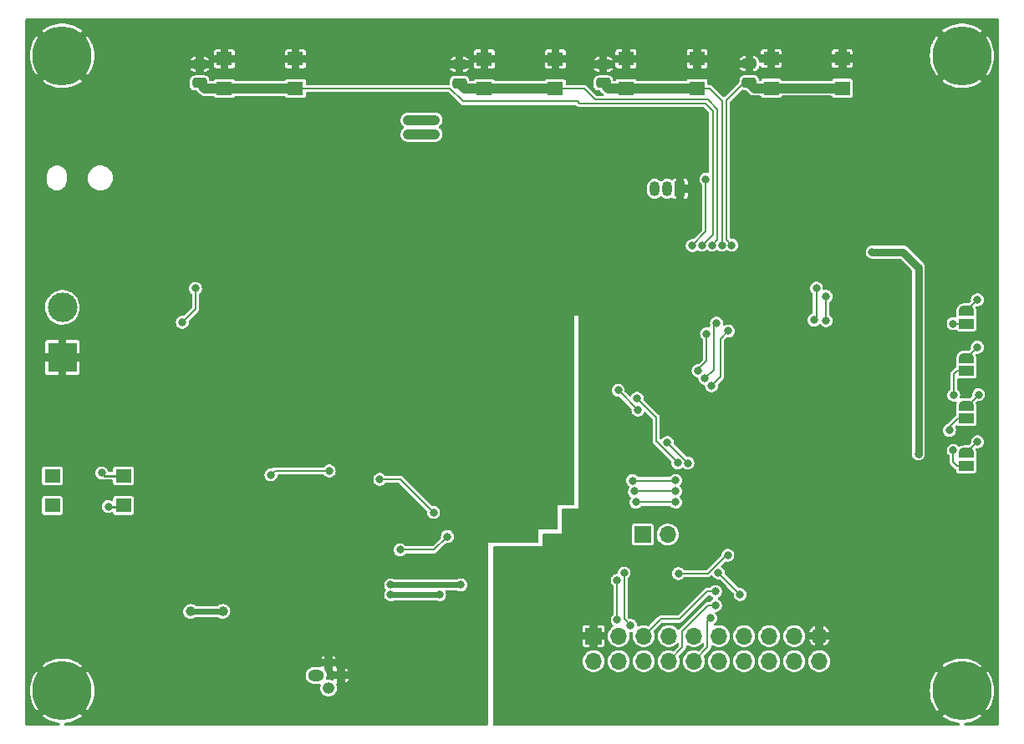
<source format=gbr>
%TF.GenerationSoftware,KiCad,Pcbnew,(6.0.8)*%
%TF.CreationDate,2023-04-21T14:35:48+02:00*%
%TF.ProjectId,Thermometer_IR_v2,54686572-6d6f-46d6-9574-65725f49525f,rev?*%
%TF.SameCoordinates,Original*%
%TF.FileFunction,Copper,L2,Bot*%
%TF.FilePolarity,Positive*%
%FSLAX46Y46*%
G04 Gerber Fmt 4.6, Leading zero omitted, Abs format (unit mm)*
G04 Created by KiCad (PCBNEW (6.0.8)) date 2023-04-21 14:35:48*
%MOMM*%
%LPD*%
G01*
G04 APERTURE LIST*
G04 Aperture macros list*
%AMRoundRect*
0 Rectangle with rounded corners*
0 $1 Rounding radius*
0 $2 $3 $4 $5 $6 $7 $8 $9 X,Y pos of 4 corners*
0 Add a 4 corners polygon primitive as box body*
4,1,4,$2,$3,$4,$5,$6,$7,$8,$9,$2,$3,0*
0 Add four circle primitives for the rounded corners*
1,1,$1+$1,$2,$3*
1,1,$1+$1,$4,$5*
1,1,$1+$1,$6,$7*
1,1,$1+$1,$8,$9*
0 Add four rect primitives between the rounded corners*
20,1,$1+$1,$2,$3,$4,$5,0*
20,1,$1+$1,$4,$5,$6,$7,0*
20,1,$1+$1,$6,$7,$8,$9,0*
20,1,$1+$1,$8,$9,$2,$3,0*%
%AMFreePoly0*
4,1,22,0.550000,-0.750000,0.000000,-0.750000,0.000000,-0.745033,-0.079941,-0.743568,-0.215256,-0.701293,-0.333266,-0.622738,-0.424486,-0.514219,-0.481581,-0.384460,-0.499164,-0.250000,-0.500000,-0.250000,-0.500000,0.250000,-0.499164,0.250000,-0.499963,0.256109,-0.478152,0.396186,-0.417904,0.524511,-0.324060,0.630769,-0.204165,0.706417,-0.067858,0.745374,0.000000,0.744959,0.000000,0.750000,
0.550000,0.750000,0.550000,-0.750000,0.550000,-0.750000,$1*%
%AMFreePoly1*
4,1,20,0.000000,0.744959,0.073905,0.744508,0.209726,0.703889,0.328688,0.626782,0.421226,0.519385,0.479903,0.390333,0.500000,0.250000,0.500000,-0.250000,0.499851,-0.262216,0.476331,-0.402017,0.414519,-0.529596,0.319384,-0.634700,0.198574,-0.708877,0.061801,-0.746166,0.000000,-0.745033,0.000000,-0.750000,-0.550000,-0.750000,-0.550000,0.750000,0.000000,0.750000,0.000000,0.744959,
0.000000,0.744959,$1*%
G04 Aperture macros list end*
%TA.AperFunction,ComponentPad*%
%ADD10R,1.700000X1.700000*%
%TD*%
%TA.AperFunction,ComponentPad*%
%ADD11O,1.700000X1.700000*%
%TD*%
%TA.AperFunction,ComponentPad*%
%ADD12C,0.800000*%
%TD*%
%TA.AperFunction,ComponentPad*%
%ADD13C,6.000000*%
%TD*%
%TA.AperFunction,ComponentPad*%
%ADD14O,1.600000X1.200000*%
%TD*%
%TA.AperFunction,ComponentPad*%
%ADD15O,1.200000X1.200000*%
%TD*%
%TA.AperFunction,ComponentPad*%
%ADD16R,3.000000X3.000000*%
%TD*%
%TA.AperFunction,ComponentPad*%
%ADD17C,3.000000*%
%TD*%
%TA.AperFunction,ComponentPad*%
%ADD18R,1.050000X1.500000*%
%TD*%
%TA.AperFunction,ComponentPad*%
%ADD19O,1.050000X1.500000*%
%TD*%
%TA.AperFunction,SMDPad,CuDef*%
%ADD20R,1.600000X1.400000*%
%TD*%
%TA.AperFunction,SMDPad,CuDef*%
%ADD21FreePoly0,270.000000*%
%TD*%
%TA.AperFunction,SMDPad,CuDef*%
%ADD22R,1.500000X1.000000*%
%TD*%
%TA.AperFunction,SMDPad,CuDef*%
%ADD23FreePoly1,270.000000*%
%TD*%
%TA.AperFunction,SMDPad,CuDef*%
%ADD24RoundRect,0.250000X-0.475000X0.250000X-0.475000X-0.250000X0.475000X-0.250000X0.475000X0.250000X0*%
%TD*%
%TA.AperFunction,ViaPad*%
%ADD25C,1.000000*%
%TD*%
%TA.AperFunction,ViaPad*%
%ADD26C,0.800000*%
%TD*%
%TA.AperFunction,Conductor*%
%ADD27C,0.200000*%
%TD*%
%TA.AperFunction,Conductor*%
%ADD28C,1.000000*%
%TD*%
%TA.AperFunction,Conductor*%
%ADD29C,0.600000*%
%TD*%
%TA.AperFunction,Conductor*%
%ADD30C,0.250000*%
%TD*%
%TA.AperFunction,Conductor*%
%ADD31C,0.800000*%
%TD*%
G04 APERTURE END LIST*
D10*
%TO.P,J2,1,Pin_1*%
%TO.N,GND*%
X170800000Y-109735264D03*
D11*
%TO.P,J2,2,Pin_2*%
%TO.N,+3V3*%
X170800000Y-112275264D03*
%TO.P,J2,3,Pin_3*%
%TO.N,unconnected-(J2-Pad3)*%
X173340000Y-109735264D03*
%TO.P,J2,4,Pin_4*%
%TO.N,unconnected-(J2-Pad4)*%
X173340000Y-112275264D03*
%TO.P,J2,5,Pin_5*%
%TO.N,/SDA*%
X175880000Y-109735264D03*
%TO.P,J2,6,Pin_6*%
%TO.N,unconnected-(J2-Pad6)*%
X175880000Y-112275264D03*
%TO.P,J2,7,Pin_7*%
%TO.N,/SPI_CLK*%
X178420000Y-109735264D03*
%TO.P,J2,8,Pin_8*%
%TO.N,/SCL*%
X178420000Y-112275264D03*
%TO.P,J2,9,Pin_9*%
%TO.N,/MOSI*%
X180960000Y-109735264D03*
%TO.P,J2,10,Pin_10*%
%TO.N,/~{LEPTON_CS}*%
X180960000Y-112275264D03*
%TO.P,J2,11,Pin_11*%
%TO.N,unconnected-(J2-Pad11)*%
X183500000Y-109735264D03*
%TO.P,J2,12,Pin_12*%
%TO.N,/MISO*%
X183500000Y-112275264D03*
%TO.P,J2,13,Pin_13*%
%TO.N,unconnected-(J2-Pad13)*%
X186040000Y-109735264D03*
%TO.P,J2,14,Pin_14*%
%TO.N,unconnected-(J2-Pad14)*%
X186040000Y-112275264D03*
%TO.P,J2,15,Pin_15*%
%TO.N,unconnected-(J2-Pad15)*%
X188580000Y-109735264D03*
%TO.P,J2,16,Pin_16*%
%TO.N,unconnected-(J2-Pad16)*%
X188580000Y-112275264D03*
%TO.P,J2,17,Pin_17*%
%TO.N,/~{LEPTON_RST}*%
X191120000Y-109735264D03*
%TO.P,J2,18,Pin_18*%
%TO.N,unconnected-(J2-Pad18)*%
X191120000Y-112275264D03*
%TO.P,J2,19,Pin_19*%
%TO.N,GND*%
X193660000Y-109735264D03*
%TO.P,J2,20,Pin_20*%
%TO.N,/~{LEPTON_PW_DWN}*%
X193660000Y-112275264D03*
%TD*%
D12*
%TO.P,H2,1,1*%
%TO.N,GND*%
X115384010Y-49309010D03*
X116975000Y-48650000D03*
X118565990Y-52490990D03*
X116975000Y-53150000D03*
X115384010Y-52490990D03*
X114725000Y-50900000D03*
X119225000Y-50900000D03*
D13*
X116975000Y-50900000D03*
D12*
X118565990Y-49309010D03*
%TD*%
D14*
%TO.P,U3,1,+*%
%TO.N,Net-(R4-Pad1)*%
X142699586Y-113724965D03*
D15*
%TO.P,U3,2*%
%TO.N,Net-(R12-Pad2)*%
X143969586Y-114994965D03*
%TO.P,U3,3,-*%
%TO.N,GND*%
X145239586Y-113724965D03*
%TO.P,U3,4*%
X143969586Y-112454965D03*
%TD*%
D16*
%TO.P,J4,1,Pin_1*%
%TO.N,GND*%
X117000000Y-81490000D03*
D17*
%TO.P,J4,2,Pin_2*%
%TO.N,Net-(BT1-Pad1)*%
X117000000Y-76410000D03*
%TD*%
D10*
%TO.P,J3,1,Pin_1*%
%TO.N,/MCU/SWDIO*%
X175775000Y-99450264D03*
D11*
%TO.P,J3,2,Pin_2*%
%TO.N,/MCU/SWCLK*%
X178315000Y-99450264D03*
%TD*%
D18*
%TO.P,U2,1,GND*%
%TO.N,GND*%
X179545000Y-64390000D03*
D19*
%TO.P,U2,2,DQ*%
%TO.N,/MCU/TEMP*%
X178275000Y-64390000D03*
%TO.P,U2,3,VDD*%
%TO.N,+3V3*%
X177005000Y-64390000D03*
%TD*%
D12*
%TO.P,H1,1,1*%
%TO.N,GND*%
X208125000Y-117550000D03*
X209715990Y-113709010D03*
X208125000Y-113050000D03*
X206534010Y-116890990D03*
X205875000Y-115300000D03*
X210375000Y-115300000D03*
X206534010Y-113709010D03*
X209715990Y-116890990D03*
D13*
X208125000Y-115300000D03*
%TD*%
%TO.P,H4,1,1*%
%TO.N,GND*%
X116975000Y-115300000D03*
D12*
X119225000Y-115300000D03*
X116975000Y-113050000D03*
X114725000Y-115300000D03*
X115384010Y-116890990D03*
X116975000Y-117550000D03*
X115384010Y-113709010D03*
X118565990Y-113709010D03*
X118565990Y-116890990D03*
%TD*%
%TO.P,H3,1,1*%
%TO.N,GND*%
X206534010Y-52490990D03*
X205875000Y-50900000D03*
X208125000Y-53150000D03*
D13*
X208125000Y-50900000D03*
D12*
X208125000Y-48650000D03*
X209715990Y-49309010D03*
X210375000Y-50900000D03*
X206534010Y-49309010D03*
X209715990Y-52490990D03*
%TD*%
D20*
%TO.P,SW7,1,1*%
%TO.N,Net-(C43-Pad1)*%
X123200000Y-93500000D03*
%TO.N,N/C*%
X116000000Y-93500000D03*
%TO.P,SW7,2,2*%
X116000000Y-96500000D03*
%TO.N,Net-(D8-Pad2)*%
X123200000Y-96500000D03*
%TD*%
D21*
%TO.P,JP3,1,A*%
%TO.N,+2V8*%
X208550000Y-86375000D03*
D22*
%TO.P,JP3,2,C*%
%TO.N,/Display/IM2*%
X208550000Y-87675000D03*
D23*
%TO.P,JP3,3,B*%
%TO.N,GND*%
X208550000Y-88975000D03*
%TD*%
D24*
%TO.P,C4,1*%
%TO.N,GND*%
X186568151Y-51710264D03*
%TO.P,C4,2*%
%TO.N,/MCU/BUTT_SELECT*%
X186568151Y-53610264D03*
%TD*%
D21*
%TO.P,JP2,1,A*%
%TO.N,+2V8*%
X208550000Y-81575000D03*
D22*
%TO.P,JP2,2,C*%
%TO.N,/Display/IM1*%
X208550000Y-82875000D03*
D23*
%TO.P,JP2,3,B*%
%TO.N,GND*%
X208550000Y-84175000D03*
%TD*%
D21*
%TO.P,JP1,1,A*%
%TO.N,+2V8*%
X208550000Y-76775000D03*
D22*
%TO.P,JP1,2,C*%
%TO.N,/Display/IM0*%
X208550000Y-78075000D03*
D23*
%TO.P,JP1,3,B*%
%TO.N,GND*%
X208550000Y-79375000D03*
%TD*%
D20*
%TO.P,SW5,1,1*%
%TO.N,GND*%
X181291254Y-51210264D03*
X174091254Y-51210264D03*
%TO.P,SW5,2,2*%
%TO.N,/MCU/BUTT_+*%
X174091254Y-54210264D03*
X181291254Y-54210264D03*
%TD*%
%TO.P,SW1,1,1*%
%TO.N,GND*%
X188810151Y-51185664D03*
X196010151Y-51185664D03*
%TO.P,SW1,2,2*%
%TO.N,/MCU/BUTT_SELECT*%
X196010151Y-54185664D03*
X188810151Y-54185664D03*
%TD*%
%TO.P,SW6,1,1*%
%TO.N,GND*%
X140600000Y-51210264D03*
X133400000Y-51210264D03*
%TO.P,SW6,2,2*%
%TO.N,/MCU/BUTT_-*%
X133400000Y-54210264D03*
X140600000Y-54210264D03*
%TD*%
D24*
%TO.P,C8,1*%
%TO.N,GND*%
X171791254Y-51760264D03*
%TO.P,C8,2*%
%TO.N,/MCU/BUTT_+*%
X171791254Y-53660264D03*
%TD*%
%TO.P,C9,1*%
%TO.N,GND*%
X130900000Y-51760264D03*
%TO.P,C9,2*%
%TO.N,/MCU/BUTT_-*%
X130900000Y-53660264D03*
%TD*%
D21*
%TO.P,JP4,1,A*%
%TO.N,+2V8*%
X208550000Y-91175000D03*
D22*
%TO.P,JP4,2,C*%
%TO.N,/Display/IM3*%
X208550000Y-92475000D03*
D23*
%TO.P,JP4,3,B*%
%TO.N,GND*%
X208550000Y-93775000D03*
%TD*%
D24*
%TO.P,C5,1*%
%TO.N,GND*%
X157216683Y-51775000D03*
%TO.P,C5,2*%
%TO.N,/MCU/BUTT_RUN*%
X157216683Y-53675000D03*
%TD*%
D20*
%TO.P,SW2,1,1*%
%TO.N,GND*%
X166941254Y-51225000D03*
X159741254Y-51225000D03*
%TO.P,SW2,2,2*%
%TO.N,/MCU/BUTT_RUN*%
X159741254Y-54225000D03*
X166941254Y-54225000D03*
%TD*%
D25*
%TO.N,GND*%
X125320000Y-67772712D03*
X125550000Y-112350000D03*
X119750000Y-85500000D03*
X170525000Y-48025000D03*
X146450000Y-109950000D03*
X129660000Y-59525000D03*
X161250000Y-64660264D03*
X119750000Y-88250000D03*
X169400000Y-62800000D03*
D26*
X199325000Y-72775000D03*
D25*
X132220000Y-67772712D03*
D26*
X202675000Y-92350000D03*
D25*
X119750000Y-82750000D03*
X129280000Y-47820000D03*
D26*
X136900000Y-76400264D03*
D25*
X127620000Y-67772712D03*
D26*
X127700000Y-75875000D03*
D25*
X148800000Y-64610264D03*
X166800000Y-52725000D03*
X163400000Y-108450000D03*
D26*
X184800000Y-86575000D03*
X159050000Y-92810264D03*
X168150000Y-87460264D03*
X178450000Y-84560264D03*
D25*
X114175000Y-64375000D03*
X117750000Y-94500000D03*
D26*
X137319400Y-97323761D03*
D25*
X123500000Y-116750000D03*
X114250000Y-80000000D03*
X146950000Y-64610264D03*
D26*
X181400000Y-64600000D03*
D25*
X176968618Y-105013028D03*
X168900000Y-76025000D03*
X114175000Y-67075000D03*
D26*
X189150000Y-87910264D03*
X157750000Y-92810264D03*
D25*
X129280000Y-49596082D03*
X155075000Y-53175000D03*
X114000000Y-99000000D03*
X119350000Y-69775000D03*
X191327236Y-99997764D03*
D26*
X199225000Y-91900000D03*
D25*
X114000000Y-101750000D03*
X114000000Y-110000000D03*
X114000000Y-104500000D03*
X116875000Y-61525000D03*
D26*
X127700000Y-74850000D03*
X180375000Y-78275000D03*
D25*
X132300000Y-59525000D03*
X114175000Y-69775000D03*
D26*
X138150000Y-76400264D03*
X155850000Y-102750000D03*
D25*
X148225000Y-94650000D03*
D26*
X202675000Y-94350000D03*
D25*
X119750000Y-80000000D03*
X129920000Y-67772712D03*
X119750000Y-91000000D03*
D26*
X167900000Y-93660264D03*
D25*
X120750000Y-116750000D03*
X151375000Y-53175000D03*
X162950000Y-64660264D03*
X134520000Y-67772712D03*
X171200000Y-62800000D03*
D26*
X136750000Y-92200000D03*
X119825000Y-105835000D03*
X179800000Y-71000000D03*
D25*
X143274238Y-53175000D03*
D26*
X170100000Y-84760264D03*
D25*
X120500000Y-94500000D03*
D26*
X138469400Y-97323761D03*
X188200000Y-89160264D03*
D25*
X145975000Y-53175000D03*
D26*
X136750000Y-93750000D03*
X167900000Y-95960264D03*
X173750500Y-92148010D03*
D25*
X114175000Y-61525000D03*
X114000000Y-107250000D03*
X124975000Y-61525000D03*
X137700000Y-49580000D03*
X192575000Y-65650264D03*
X132300000Y-61225000D03*
X114000000Y-96250000D03*
D26*
X203050000Y-105900264D03*
D25*
X204850000Y-63400264D03*
X193327236Y-99997764D03*
X132110000Y-49600000D03*
D26*
X135250000Y-89350000D03*
X186450000Y-78100000D03*
X149700000Y-103200000D03*
X186925000Y-81250000D03*
D25*
X170525000Y-52725000D03*
X157200000Y-83600000D03*
D26*
X202675000Y-93350000D03*
D25*
X119575000Y-61525000D03*
X170525000Y-50375000D03*
X134850000Y-49590000D03*
X143200000Y-81200000D03*
X155650000Y-62660264D03*
X127260000Y-59520000D03*
X148675000Y-53175000D03*
X122275000Y-61525000D03*
D26*
%TO.N,/MCU/BUTT_SELECT*%
X184800000Y-70100000D03*
%TO.N,/MCU/BUTT_RUN*%
X182800497Y-70100000D03*
%TO.N,/MCU/BUTT_+*%
X183800000Y-70100000D03*
%TO.N,/MCU/BUTT_-*%
X181800000Y-70100000D03*
%TO.N,+3V3*%
X175300000Y-86825264D03*
X173300000Y-84825000D03*
D25*
%TO.N,-5V*%
X130000000Y-107250000D03*
X133250000Y-107250000D03*
%TO.N,/Power supply/VIN*%
X154750000Y-58860264D03*
X154750000Y-57410264D03*
X152000000Y-58860264D03*
X152000000Y-57410264D03*
D26*
%TO.N,+2V8*%
X209675000Y-75650000D03*
X209700000Y-90050000D03*
X209675000Y-80450000D03*
X209800000Y-85275000D03*
%TO.N,/SDA*%
X183150000Y-105225000D03*
%TO.N,/SPI_CLK*%
X182750000Y-84350000D03*
X184452039Y-78798510D03*
X175100000Y-96175000D03*
X179100000Y-96150000D03*
%TO.N,/SCL*%
X183150000Y-106625000D03*
%TO.N,/MOSI*%
X194350000Y-75300000D03*
X174950000Y-95075000D03*
X194350000Y-77750000D03*
X183250500Y-78020953D03*
X179100000Y-95050000D03*
X182075000Y-83600000D03*
%TO.N,/~{LEPTON_CS}*%
X182650000Y-107925000D03*
%TO.N,/MISO*%
X174750000Y-93975000D03*
X181400000Y-82825000D03*
X179119622Y-93969622D03*
X182250500Y-79100000D03*
%TO.N,/~{LEPTON_RST}*%
X185650000Y-105525000D03*
X183450000Y-103325000D03*
%TO.N,/Display/IM0*%
X207225000Y-78075000D03*
%TO.N,/Display/IM1*%
X207275000Y-85300000D03*
%TO.N,/Display/IM2*%
X206850000Y-88875000D03*
%TO.N,/Display/IM3*%
X207233326Y-90908331D03*
%TO.N,/MCU/BOOT0*%
X184400500Y-101550264D03*
X179400000Y-103400264D03*
%TO.N,/~{DISPLAY_CS}*%
X193125000Y-77700000D03*
X193375000Y-74475000D03*
%TO.N,/MCU/TEMP*%
X182175500Y-63425000D03*
X180800000Y-70150000D03*
%TO.N,Net-(R11-Pad1)*%
X144025000Y-93000000D03*
X154600000Y-97210264D03*
X138125000Y-93400000D03*
X149150000Y-93850000D03*
%TO.N,Net-(D8-Pad2)*%
X121650000Y-96600000D03*
%TO.N,/MCU/SWDIO*%
X175207122Y-85632386D03*
X179330378Y-92180378D03*
%TO.N,/MCU/SWCLK*%
X180350000Y-92200000D03*
X178269828Y-90120798D03*
%TO.N,Net-(J5-Pad42)*%
X199025000Y-70800264D03*
X203700000Y-91275000D03*
%TO.N,/PWR_HOLD*%
X174550000Y-108650000D03*
X173900000Y-103350000D03*
%TO.N,/PWR_OFF*%
X173200000Y-108100000D03*
X173200500Y-104086787D03*
%TO.N,Net-(C30-Pad2)*%
X157350000Y-104550000D03*
X150250000Y-104550000D03*
%TO.N,Net-(C31-Pad2)*%
X155200000Y-105550000D03*
X150250000Y-105549503D03*
%TO.N,Net-(C43-Pad1)*%
X121000000Y-93200000D03*
%TO.N,Net-(U8-Pad4)*%
X130475000Y-74500000D03*
X129150000Y-77925000D03*
%TO.N,Net-(R17-Pad1)*%
X151200000Y-101000000D03*
X156000000Y-99650000D03*
%TD*%
D27*
%TO.N,/MCU/BUTT_SELECT*%
X184800000Y-70100000D02*
X184275000Y-69575000D01*
X184275000Y-69575000D02*
X184275000Y-55375000D01*
D28*
X187143551Y-54185664D02*
X186568151Y-53610264D01*
X196010151Y-54185664D02*
X188810151Y-54185664D01*
D27*
X184275000Y-55375000D02*
X186039736Y-53610264D01*
X186039736Y-53610264D02*
X186568151Y-53610264D01*
D28*
X188810151Y-54185664D02*
X187143551Y-54185664D01*
%TO.N,/MCU/BUTT_RUN*%
X166941254Y-54225000D02*
X159741254Y-54225000D01*
D27*
X169850000Y-54225000D02*
X166941254Y-54225000D01*
X182375000Y-55325000D02*
X170950000Y-55325000D01*
X183350000Y-69550497D02*
X183350000Y-56300000D01*
D28*
X157766683Y-54225000D02*
X157216683Y-53675000D01*
D27*
X182800497Y-70100000D02*
X183350000Y-69550497D01*
X183350000Y-56300000D02*
X182375000Y-55325000D01*
X170950000Y-55325000D02*
X169850000Y-54225000D01*
D28*
X159741254Y-54225000D02*
X157766683Y-54225000D01*
%TO.N,/MCU/BUTT_+*%
X172341254Y-54210264D02*
X171791254Y-53660264D01*
X174091254Y-54210264D02*
X172341254Y-54210264D01*
D27*
X183800000Y-55475000D02*
X182535264Y-54210264D01*
X183800000Y-70100000D02*
X183800000Y-55475000D01*
X182535264Y-54210264D02*
X181291254Y-54210264D01*
D28*
X181291254Y-54210264D02*
X174091254Y-54210264D01*
D27*
%TO.N,/MCU/BUTT_-*%
X169150000Y-55525000D02*
X157550000Y-55525000D01*
X169375000Y-55750000D02*
X169150000Y-55525000D01*
D28*
X140600000Y-54210264D02*
X133400000Y-54210264D01*
D27*
X156235264Y-54210264D02*
X140600000Y-54210264D01*
X182875000Y-56500000D02*
X182125000Y-55750000D01*
D28*
X131450000Y-54210264D02*
X130900000Y-53660264D01*
D27*
X181800000Y-70100000D02*
X182875000Y-69025000D01*
X182125000Y-55750000D02*
X169375000Y-55750000D01*
D28*
X133400000Y-54210264D02*
X131450000Y-54210264D01*
D27*
X157550000Y-55525000D02*
X156235264Y-54210264D01*
X182875000Y-69025000D02*
X182875000Y-56500000D01*
%TO.N,+3V3*%
X173300000Y-84825000D02*
X173300000Y-84825264D01*
X173300000Y-84825264D02*
X175300000Y-86825264D01*
D29*
%TO.N,-5V*%
X130000000Y-107250000D02*
X133250000Y-107250000D01*
D28*
%TO.N,/Power supply/VIN*%
X152000000Y-57410264D02*
X154750000Y-57410264D01*
X152000000Y-58860264D02*
X154750000Y-58860264D01*
D27*
%TO.N,+2V8*%
X208550000Y-91175000D02*
X208575000Y-91175000D01*
X208700000Y-86375000D02*
X209800000Y-85275000D01*
X208550000Y-86375000D02*
X208700000Y-86375000D01*
X208550000Y-76775000D02*
X209675000Y-75650000D01*
X208550000Y-81575000D02*
X209675000Y-80450000D01*
X208575000Y-91175000D02*
X209700000Y-90050000D01*
%TO.N,/SDA*%
X175880000Y-109735264D02*
X177490264Y-108125000D01*
X182300000Y-105225000D02*
X183150000Y-105225000D01*
X181500000Y-106025000D02*
X182300000Y-105225000D01*
X179400000Y-108025000D02*
X179500000Y-108025000D01*
X178400000Y-108025000D02*
X179400000Y-108025000D01*
X177490264Y-108125000D02*
X177590264Y-108025000D01*
X179500000Y-108025000D02*
X181500000Y-106025000D01*
X177590264Y-108025000D02*
X178400000Y-108025000D01*
%TO.N,/SPI_CLK*%
X184452039Y-78798510D02*
X183625000Y-79625549D01*
X183625000Y-83475000D02*
X183625000Y-83125000D01*
X179075000Y-96175000D02*
X175100000Y-96175000D01*
X179100000Y-96150000D02*
X179075000Y-96175000D01*
X183625000Y-79625549D02*
X183625000Y-83125000D01*
X182750000Y-84350000D02*
X183625000Y-83475000D01*
%TO.N,/SCL*%
X178420000Y-112275264D02*
X179810000Y-110885264D01*
X179810000Y-109215000D02*
X182400000Y-106625000D01*
X182400000Y-106625000D02*
X183150000Y-106625000D01*
X179810000Y-110885264D02*
X179810000Y-109215000D01*
%TO.N,/MOSI*%
X179075000Y-95075000D02*
X174950000Y-95075000D01*
X182950000Y-82725000D02*
X182950000Y-78321453D01*
X182950000Y-78321453D02*
X183250500Y-78020953D01*
X179100000Y-95050000D02*
X179075000Y-95075000D01*
X194350000Y-75300000D02*
X194350000Y-77750000D01*
X182075000Y-83600000D02*
X182950000Y-82725000D01*
%TO.N,/~{LEPTON_CS}*%
X182350000Y-110885264D02*
X182350000Y-108225000D01*
X182350000Y-108225000D02*
X182650000Y-107925000D01*
X180960000Y-112275264D02*
X182350000Y-110885264D01*
%TO.N,/MISO*%
X181400000Y-82673080D02*
X182250500Y-81822580D01*
X179119622Y-93969622D02*
X179114244Y-93975000D01*
X179114244Y-93975000D02*
X174750000Y-93975000D01*
X182250500Y-81822580D02*
X182250500Y-79100000D01*
X181400000Y-82825000D02*
X181400000Y-82673080D01*
%TO.N,/~{LEPTON_RST}*%
X185650000Y-105525000D02*
X183450000Y-103325000D01*
%TO.N,/Display/IM0*%
X207225000Y-78075000D02*
X208550000Y-78075000D01*
%TO.N,/Display/IM1*%
X207275000Y-83200000D02*
X207600000Y-82875000D01*
X207275000Y-85300000D02*
X207275000Y-83200000D01*
X207600000Y-82875000D02*
X208550000Y-82875000D01*
%TO.N,/Display/IM2*%
X206850000Y-88550000D02*
X207725000Y-87675000D01*
X207725000Y-87675000D02*
X208550000Y-87675000D01*
X206850000Y-88875000D02*
X206850000Y-88550000D01*
%TO.N,/Display/IM3*%
X207600000Y-92475000D02*
X207233326Y-92108326D01*
X207233326Y-92108326D02*
X207233326Y-90908331D01*
X208550000Y-92475000D02*
X207600000Y-92475000D01*
%TO.N,/MCU/BOOT0*%
X184234786Y-101550264D02*
X184400500Y-101550264D01*
X182384786Y-103400264D02*
X184234786Y-101550264D01*
X179400000Y-103400264D02*
X182384786Y-103400264D01*
%TO.N,/~{DISPLAY_CS}*%
X193125000Y-77700000D02*
X193375000Y-77450000D01*
X193375000Y-77450000D02*
X193375000Y-74475000D01*
%TO.N,/MCU/TEMP*%
X182175500Y-68734550D02*
X182175500Y-63425000D01*
X180800000Y-70110050D02*
X182175500Y-68734550D01*
X180800000Y-70150000D02*
X180800000Y-70110050D01*
%TO.N,Net-(R11-Pad1)*%
X149150000Y-93850000D02*
X151239736Y-93850000D01*
X151239736Y-93850000D02*
X154600000Y-97210264D01*
X138525000Y-93000000D02*
X138125000Y-93400000D01*
X144025000Y-93000000D02*
X138525000Y-93000000D01*
D30*
%TO.N,Net-(D8-Pad2)*%
X121650000Y-96600000D02*
X123100000Y-96600000D01*
X123100000Y-96600000D02*
X123200000Y-96500000D01*
D27*
%TO.N,/MCU/SWDIO*%
X177150000Y-89990214D02*
X177150000Y-87575264D01*
X179330378Y-92170592D02*
X177150000Y-89990214D01*
X175775000Y-99025264D02*
X175775000Y-99450264D01*
X177150000Y-87575264D02*
X175207122Y-85632386D01*
X179330378Y-92180378D02*
X179330378Y-92170592D01*
%TO.N,/MCU/SWCLK*%
X180350000Y-92200000D02*
X180349736Y-92200000D01*
X180349736Y-92200000D02*
X178270534Y-90120798D01*
X178270534Y-90120798D02*
X178269828Y-90120798D01*
D31*
%TO.N,Net-(J5-Pad42)*%
X199025000Y-70800264D02*
X202150264Y-70800264D01*
X203575000Y-72225000D02*
X203700000Y-72350000D01*
X203700000Y-72350000D02*
X203700000Y-91275000D01*
X202150264Y-70800264D02*
X203575000Y-72225000D01*
D27*
%TO.N,/PWR_HOLD*%
X173900000Y-108000000D02*
X174550000Y-108650000D01*
X173900000Y-103350000D02*
X173900000Y-108000000D01*
%TO.N,/PWR_OFF*%
X173200000Y-104087287D02*
X173200500Y-104086787D01*
X173200000Y-108100000D02*
X173200000Y-104087287D01*
D29*
%TO.N,Net-(C30-Pad2)*%
X157350000Y-104550000D02*
X150250000Y-104550000D01*
%TO.N,Net-(C31-Pad2)*%
X155200000Y-105550000D02*
X150250497Y-105550000D01*
D27*
X150250497Y-105550000D02*
X150250000Y-105549503D01*
D30*
%TO.N,Net-(C43-Pad1)*%
X123200000Y-93500000D02*
X121300000Y-93500000D01*
X121300000Y-93500000D02*
X121000000Y-93200000D01*
D27*
%TO.N,Net-(U8-Pad4)*%
X129150000Y-77925000D02*
X130475000Y-76600000D01*
X130475000Y-76600000D02*
X130475000Y-74500000D01*
%TO.N,Net-(R17-Pad1)*%
X154650000Y-101000000D02*
X156000000Y-99650000D01*
X151200000Y-101000000D02*
X154650000Y-101000000D01*
%TD*%
%TA.AperFunction,Conductor*%
%TO.N,GND*%
G36*
X211827621Y-47154502D02*
G01*
X211874114Y-47208158D01*
X211885500Y-47260500D01*
X211885500Y-118664100D01*
X211865498Y-118732221D01*
X211811842Y-118778714D01*
X211759500Y-118790100D01*
X208453144Y-118790100D01*
X208385023Y-118770098D01*
X208338530Y-118716442D01*
X208328426Y-118646168D01*
X208357920Y-118581588D01*
X208417646Y-118543204D01*
X208440192Y-118538767D01*
X208631393Y-118519009D01*
X208638121Y-118517943D01*
X208976095Y-118445487D01*
X208982643Y-118443708D01*
X209310817Y-118335175D01*
X209317159Y-118332689D01*
X209631667Y-118189360D01*
X209637721Y-118186195D01*
X209934899Y-118009744D01*
X209940580Y-118005941D01*
X210111534Y-117877585D01*
X210119988Y-117866258D01*
X210113243Y-117853928D01*
X209923880Y-117664565D01*
X209358195Y-117098879D01*
X208942416Y-116683101D01*
X208137812Y-115878497D01*
X208123868Y-115870883D01*
X208122035Y-115871014D01*
X208115420Y-115875265D01*
X207307585Y-116683101D01*
X206891806Y-117098879D01*
X206326121Y-117664565D01*
X206137100Y-117853586D01*
X206130222Y-117866180D01*
X206138362Y-117877190D01*
X206281185Y-117986782D01*
X206286815Y-117990637D01*
X206582146Y-118170201D01*
X206588148Y-118173419D01*
X206901156Y-118320042D01*
X206907461Y-118322590D01*
X207234468Y-118434550D01*
X207241038Y-118436409D01*
X207578202Y-118512391D01*
X207584931Y-118513530D01*
X207807691Y-118538910D01*
X207873109Y-118566495D01*
X207913229Y-118625069D01*
X207915313Y-118696035D01*
X207878699Y-118756862D01*
X207815011Y-118788238D01*
X207793427Y-118790100D01*
X160726000Y-118790100D01*
X160657879Y-118770098D01*
X160611386Y-118716442D01*
X160600000Y-118664100D01*
X160600000Y-115292021D01*
X204866413Y-115292021D01*
X204883901Y-115637240D01*
X204884611Y-115643996D01*
X204939279Y-115985295D01*
X204940718Y-115991950D01*
X205031923Y-116325339D01*
X205034072Y-116331800D01*
X205160752Y-116653399D01*
X205163583Y-116659582D01*
X205324256Y-116965619D01*
X205327739Y-116971462D01*
X205520528Y-117258362D01*
X205524618Y-117263788D01*
X205545362Y-117288422D01*
X205558103Y-117296867D01*
X205568544Y-117290771D01*
X205760434Y-117098882D01*
X205760440Y-117098874D01*
X206741893Y-116117421D01*
X206741903Y-116117413D01*
X207546507Y-115312808D01*
X207552884Y-115301130D01*
X208695882Y-115301130D01*
X208696014Y-115302966D01*
X208700263Y-115309578D01*
X209508099Y-116117414D01*
X209508103Y-116117417D01*
X210489561Y-117098875D01*
X210489565Y-117098880D01*
X210681191Y-117290506D01*
X210694788Y-117297931D01*
X210704400Y-117291231D01*
X210704666Y-117290922D01*
X210708833Y-117285511D01*
X210904603Y-117000664D01*
X210908150Y-116994853D01*
X211072009Y-116690533D01*
X211074916Y-116684355D01*
X211204956Y-116364107D01*
X211207170Y-116357677D01*
X211301862Y-116025256D01*
X211303369Y-116018626D01*
X211361610Y-115677902D01*
X211362390Y-115671162D01*
X211383590Y-115324546D01*
X211383706Y-115320947D01*
X211383773Y-115301821D01*
X211383681Y-115298193D01*
X211364902Y-114951456D01*
X211364167Y-114944690D01*
X211308311Y-114603598D01*
X211306844Y-114596926D01*
X211214481Y-114263875D01*
X211212307Y-114257412D01*
X211084505Y-113936262D01*
X211081649Y-113930082D01*
X210919918Y-113624624D01*
X210916407Y-113618780D01*
X210722628Y-113332571D01*
X210718509Y-113327144D01*
X210705001Y-113311216D01*
X210692177Y-113302780D01*
X210681854Y-113308831D01*
X210489565Y-113501121D01*
X210087185Y-113903500D01*
X209508101Y-114482585D01*
X208703493Y-115287192D01*
X208695882Y-115301130D01*
X207552884Y-115301130D01*
X207554118Y-115298870D01*
X207553986Y-115297034D01*
X207549737Y-115290422D01*
X206741900Y-114482585D01*
X206162816Y-113903500D01*
X205760436Y-113501121D01*
X205569182Y-113309867D01*
X205555646Y-113302475D01*
X205545942Y-113309264D01*
X205538395Y-113318101D01*
X205534251Y-113323520D01*
X205339477Y-113609050D01*
X205335956Y-113614863D01*
X205173152Y-113919766D01*
X205170266Y-113925957D01*
X205041349Y-114246647D01*
X205039159Y-114253082D01*
X204945624Y-114585841D01*
X204944141Y-114592477D01*
X204887093Y-114933382D01*
X204886334Y-114940154D01*
X204866437Y-115285226D01*
X204866413Y-115292021D01*
X160600000Y-115292021D01*
X160600000Y-112246228D01*
X169691148Y-112246228D01*
X169704424Y-112448786D01*
X169705845Y-112454382D01*
X169705846Y-112454387D01*
X169726119Y-112534209D01*
X169754392Y-112645533D01*
X169756809Y-112650776D01*
X169794010Y-112731472D01*
X169839377Y-112829880D01*
X169858286Y-112856636D01*
X169943931Y-112977821D01*
X169956533Y-112995653D01*
X170101938Y-113137299D01*
X170270720Y-113250076D01*
X170276023Y-113252354D01*
X170276026Y-113252356D01*
X170434613Y-113320490D01*
X170457228Y-113330206D01*
X170530244Y-113346728D01*
X170649579Y-113373731D01*
X170649584Y-113373732D01*
X170655216Y-113375006D01*
X170660987Y-113375233D01*
X170660989Y-113375233D01*
X170720756Y-113377581D01*
X170858053Y-113382976D01*
X170958499Y-113368412D01*
X171053231Y-113354677D01*
X171053236Y-113354676D01*
X171058945Y-113353848D01*
X171064409Y-113351993D01*
X171064414Y-113351992D01*
X171245693Y-113290456D01*
X171245698Y-113290454D01*
X171251165Y-113288598D01*
X171428276Y-113189411D01*
X171447380Y-113173523D01*
X171579913Y-113063295D01*
X171584345Y-113059609D01*
X171645272Y-112986353D01*
X171710453Y-112907982D01*
X171710455Y-112907979D01*
X171714147Y-112903540D01*
X171773845Y-112796941D01*
X171810510Y-112731472D01*
X171810511Y-112731470D01*
X171813334Y-112726429D01*
X171815190Y-112720962D01*
X171815192Y-112720957D01*
X171876728Y-112539678D01*
X171876729Y-112539673D01*
X171878584Y-112534209D01*
X171879412Y-112528500D01*
X171879413Y-112528495D01*
X171907179Y-112336991D01*
X171907712Y-112333317D01*
X171909232Y-112275264D01*
X171906564Y-112246228D01*
X172231148Y-112246228D01*
X172244424Y-112448786D01*
X172245845Y-112454382D01*
X172245846Y-112454387D01*
X172266119Y-112534209D01*
X172294392Y-112645533D01*
X172296809Y-112650776D01*
X172334010Y-112731472D01*
X172379377Y-112829880D01*
X172398286Y-112856636D01*
X172483931Y-112977821D01*
X172496533Y-112995653D01*
X172641938Y-113137299D01*
X172810720Y-113250076D01*
X172816023Y-113252354D01*
X172816026Y-113252356D01*
X172974613Y-113320490D01*
X172997228Y-113330206D01*
X173070244Y-113346728D01*
X173189579Y-113373731D01*
X173189584Y-113373732D01*
X173195216Y-113375006D01*
X173200987Y-113375233D01*
X173200989Y-113375233D01*
X173260756Y-113377581D01*
X173398053Y-113382976D01*
X173498499Y-113368412D01*
X173593231Y-113354677D01*
X173593236Y-113354676D01*
X173598945Y-113353848D01*
X173604409Y-113351993D01*
X173604414Y-113351992D01*
X173785693Y-113290456D01*
X173785698Y-113290454D01*
X173791165Y-113288598D01*
X173968276Y-113189411D01*
X173987380Y-113173523D01*
X174119913Y-113063295D01*
X174124345Y-113059609D01*
X174185272Y-112986353D01*
X174250453Y-112907982D01*
X174250455Y-112907979D01*
X174254147Y-112903540D01*
X174313845Y-112796941D01*
X174350510Y-112731472D01*
X174350511Y-112731470D01*
X174353334Y-112726429D01*
X174355190Y-112720962D01*
X174355192Y-112720957D01*
X174416728Y-112539678D01*
X174416729Y-112539673D01*
X174418584Y-112534209D01*
X174419412Y-112528500D01*
X174419413Y-112528495D01*
X174447179Y-112336991D01*
X174447712Y-112333317D01*
X174449232Y-112275264D01*
X174446564Y-112246228D01*
X174771148Y-112246228D01*
X174784424Y-112448786D01*
X174785845Y-112454382D01*
X174785846Y-112454387D01*
X174806119Y-112534209D01*
X174834392Y-112645533D01*
X174836809Y-112650776D01*
X174874010Y-112731472D01*
X174919377Y-112829880D01*
X174938286Y-112856636D01*
X175023931Y-112977821D01*
X175036533Y-112995653D01*
X175181938Y-113137299D01*
X175350720Y-113250076D01*
X175356023Y-113252354D01*
X175356026Y-113252356D01*
X175514613Y-113320490D01*
X175537228Y-113330206D01*
X175610244Y-113346728D01*
X175729579Y-113373731D01*
X175729584Y-113373732D01*
X175735216Y-113375006D01*
X175740987Y-113375233D01*
X175740989Y-113375233D01*
X175800756Y-113377581D01*
X175938053Y-113382976D01*
X176038499Y-113368412D01*
X176133231Y-113354677D01*
X176133236Y-113354676D01*
X176138945Y-113353848D01*
X176144409Y-113351993D01*
X176144414Y-113351992D01*
X176325693Y-113290456D01*
X176325698Y-113290454D01*
X176331165Y-113288598D01*
X176508276Y-113189411D01*
X176527380Y-113173523D01*
X176659913Y-113063295D01*
X176664345Y-113059609D01*
X176725272Y-112986353D01*
X176790453Y-112907982D01*
X176790455Y-112907979D01*
X176794147Y-112903540D01*
X176853845Y-112796941D01*
X176890510Y-112731472D01*
X176890511Y-112731470D01*
X176893334Y-112726429D01*
X176895190Y-112720962D01*
X176895192Y-112720957D01*
X176956728Y-112539678D01*
X176956729Y-112539673D01*
X176958584Y-112534209D01*
X176959412Y-112528500D01*
X176959413Y-112528495D01*
X176987179Y-112336991D01*
X176987712Y-112333317D01*
X176989232Y-112275264D01*
X176977797Y-112150815D01*
X176971187Y-112078877D01*
X176971186Y-112078874D01*
X176970658Y-112073123D01*
X176964275Y-112050490D01*
X176917125Y-111883310D01*
X176917124Y-111883308D01*
X176915557Y-111877751D01*
X176904978Y-111856297D01*
X176828331Y-111700873D01*
X176825776Y-111695692D01*
X176704320Y-111533043D01*
X176555258Y-111395251D01*
X176550375Y-111392170D01*
X176550371Y-111392167D01*
X176388464Y-111290012D01*
X176383581Y-111286931D01*
X176195039Y-111211710D01*
X176189379Y-111210584D01*
X176189375Y-111210583D01*
X176001613Y-111173235D01*
X176001610Y-111173235D01*
X175995946Y-111172108D01*
X175990171Y-111172032D01*
X175990167Y-111172032D01*
X175888793Y-111170705D01*
X175792971Y-111169451D01*
X175787274Y-111170430D01*
X175787273Y-111170430D01*
X175598607Y-111202849D01*
X175592910Y-111203828D01*
X175402463Y-111274088D01*
X175228010Y-111377876D01*
X175223670Y-111381682D01*
X175223666Y-111381685D01*
X175203723Y-111399175D01*
X175075392Y-111511719D01*
X174949720Y-111671133D01*
X174947031Y-111676244D01*
X174947029Y-111676247D01*
X174934073Y-111700873D01*
X174855203Y-111850779D01*
X174795007Y-112044642D01*
X174771148Y-112246228D01*
X174446564Y-112246228D01*
X174437797Y-112150815D01*
X174431187Y-112078877D01*
X174431186Y-112078874D01*
X174430658Y-112073123D01*
X174424275Y-112050490D01*
X174377125Y-111883310D01*
X174377124Y-111883308D01*
X174375557Y-111877751D01*
X174364978Y-111856297D01*
X174288331Y-111700873D01*
X174285776Y-111695692D01*
X174164320Y-111533043D01*
X174015258Y-111395251D01*
X174010375Y-111392170D01*
X174010371Y-111392167D01*
X173848464Y-111290012D01*
X173843581Y-111286931D01*
X173655039Y-111211710D01*
X173649379Y-111210584D01*
X173649375Y-111210583D01*
X173461613Y-111173235D01*
X173461610Y-111173235D01*
X173455946Y-111172108D01*
X173450171Y-111172032D01*
X173450167Y-111172032D01*
X173348793Y-111170705D01*
X173252971Y-111169451D01*
X173247274Y-111170430D01*
X173247273Y-111170430D01*
X173058607Y-111202849D01*
X173052910Y-111203828D01*
X172862463Y-111274088D01*
X172688010Y-111377876D01*
X172683670Y-111381682D01*
X172683666Y-111381685D01*
X172663723Y-111399175D01*
X172535392Y-111511719D01*
X172409720Y-111671133D01*
X172407031Y-111676244D01*
X172407029Y-111676247D01*
X172394073Y-111700873D01*
X172315203Y-111850779D01*
X172255007Y-112044642D01*
X172231148Y-112246228D01*
X171906564Y-112246228D01*
X171897797Y-112150815D01*
X171891187Y-112078877D01*
X171891186Y-112078874D01*
X171890658Y-112073123D01*
X171884275Y-112050490D01*
X171837125Y-111883310D01*
X171837124Y-111883308D01*
X171835557Y-111877751D01*
X171824978Y-111856297D01*
X171748331Y-111700873D01*
X171745776Y-111695692D01*
X171624320Y-111533043D01*
X171475258Y-111395251D01*
X171470375Y-111392170D01*
X171470371Y-111392167D01*
X171308464Y-111290012D01*
X171303581Y-111286931D01*
X171115039Y-111211710D01*
X171109379Y-111210584D01*
X171109375Y-111210583D01*
X170921613Y-111173235D01*
X170921610Y-111173235D01*
X170915946Y-111172108D01*
X170910171Y-111172032D01*
X170910167Y-111172032D01*
X170808793Y-111170705D01*
X170712971Y-111169451D01*
X170707274Y-111170430D01*
X170707273Y-111170430D01*
X170518607Y-111202849D01*
X170512910Y-111203828D01*
X170322463Y-111274088D01*
X170148010Y-111377876D01*
X170143670Y-111381682D01*
X170143666Y-111381685D01*
X170123723Y-111399175D01*
X169995392Y-111511719D01*
X169869720Y-111671133D01*
X169867031Y-111676244D01*
X169867029Y-111676247D01*
X169854073Y-111700873D01*
X169775203Y-111850779D01*
X169715007Y-112044642D01*
X169691148Y-112246228D01*
X160600000Y-112246228D01*
X160600000Y-110604092D01*
X169696001Y-110604092D01*
X169697209Y-110616352D01*
X169708315Y-110672195D01*
X169717633Y-110694691D01*
X169759983Y-110758072D01*
X169777192Y-110775281D01*
X169840575Y-110817632D01*
X169863066Y-110826948D01*
X169918915Y-110838057D01*
X169931170Y-110839264D01*
X170381885Y-110839264D01*
X170397124Y-110834789D01*
X170398329Y-110833399D01*
X170400000Y-110825716D01*
X170400000Y-110821148D01*
X171200000Y-110821148D01*
X171204475Y-110836387D01*
X171205865Y-110837592D01*
X171213548Y-110839263D01*
X171668828Y-110839263D01*
X171681088Y-110838055D01*
X171736931Y-110826949D01*
X171759427Y-110817631D01*
X171822808Y-110775281D01*
X171840017Y-110758072D01*
X171882368Y-110694689D01*
X171891684Y-110672198D01*
X171902793Y-110616349D01*
X171904000Y-110604094D01*
X171904000Y-110153379D01*
X171899525Y-110138140D01*
X171898135Y-110136935D01*
X171890452Y-110135264D01*
X171218115Y-110135264D01*
X171202876Y-110139739D01*
X171201671Y-110141129D01*
X171200000Y-110148812D01*
X171200000Y-110821148D01*
X170400000Y-110821148D01*
X170400000Y-110153379D01*
X170395525Y-110138140D01*
X170394135Y-110136935D01*
X170386452Y-110135264D01*
X169714116Y-110135264D01*
X169698877Y-110139739D01*
X169697672Y-110141129D01*
X169696001Y-110148812D01*
X169696001Y-110604092D01*
X160600000Y-110604092D01*
X160600000Y-109706228D01*
X172231148Y-109706228D01*
X172244424Y-109908786D01*
X172245845Y-109914382D01*
X172245846Y-109914387D01*
X172266119Y-109994209D01*
X172294392Y-110105533D01*
X172296809Y-110110776D01*
X172333912Y-110191258D01*
X172379377Y-110289880D01*
X172382710Y-110294596D01*
X172489727Y-110446022D01*
X172496533Y-110455653D01*
X172641938Y-110597299D01*
X172810720Y-110710076D01*
X172816023Y-110712354D01*
X172816026Y-110712356D01*
X172962489Y-110775281D01*
X172997228Y-110790206D01*
X173070244Y-110806728D01*
X173189579Y-110833731D01*
X173189584Y-110833732D01*
X173195216Y-110835006D01*
X173200987Y-110835233D01*
X173200989Y-110835233D01*
X173260756Y-110837581D01*
X173398053Y-110842976D01*
X173508596Y-110826948D01*
X173593231Y-110814677D01*
X173593236Y-110814676D01*
X173598945Y-110813848D01*
X173604409Y-110811993D01*
X173604414Y-110811992D01*
X173785693Y-110750456D01*
X173785698Y-110750454D01*
X173791165Y-110748598D01*
X173797019Y-110745320D01*
X173927592Y-110672195D01*
X173968276Y-110649411D01*
X174008029Y-110616349D01*
X174119913Y-110523295D01*
X174124345Y-110519609D01*
X174254147Y-110363540D01*
X174353334Y-110186429D01*
X174355190Y-110180962D01*
X174355192Y-110180957D01*
X174416728Y-109999678D01*
X174416729Y-109999673D01*
X174418584Y-109994209D01*
X174419412Y-109988500D01*
X174419413Y-109988495D01*
X174447179Y-109796991D01*
X174447712Y-109793317D01*
X174449232Y-109735264D01*
X174430658Y-109533123D01*
X174424244Y-109510379D01*
X174411320Y-109464556D01*
X174412080Y-109393563D01*
X174451101Y-109334251D01*
X174515994Y-109305452D01*
X174534567Y-109304370D01*
X174550944Y-109304627D01*
X174611319Y-109305576D01*
X174611322Y-109305576D01*
X174618916Y-109305695D01*
X174661618Y-109295915D01*
X174732484Y-109300204D01*
X174789782Y-109342126D01*
X174815320Y-109408370D01*
X174810080Y-109456099D01*
X174795007Y-109504642D01*
X174771148Y-109706228D01*
X174784424Y-109908786D01*
X174785845Y-109914382D01*
X174785846Y-109914387D01*
X174806119Y-109994209D01*
X174834392Y-110105533D01*
X174836809Y-110110776D01*
X174873912Y-110191258D01*
X174919377Y-110289880D01*
X174922710Y-110294596D01*
X175029727Y-110446022D01*
X175036533Y-110455653D01*
X175181938Y-110597299D01*
X175350720Y-110710076D01*
X175356023Y-110712354D01*
X175356026Y-110712356D01*
X175502489Y-110775281D01*
X175537228Y-110790206D01*
X175610244Y-110806728D01*
X175729579Y-110833731D01*
X175729584Y-110833732D01*
X175735216Y-110835006D01*
X175740987Y-110835233D01*
X175740989Y-110835233D01*
X175800756Y-110837581D01*
X175938053Y-110842976D01*
X176048596Y-110826948D01*
X176133231Y-110814677D01*
X176133236Y-110814676D01*
X176138945Y-110813848D01*
X176144409Y-110811993D01*
X176144414Y-110811992D01*
X176325693Y-110750456D01*
X176325698Y-110750454D01*
X176331165Y-110748598D01*
X176337019Y-110745320D01*
X176467592Y-110672195D01*
X176508276Y-110649411D01*
X176548029Y-110616349D01*
X176659913Y-110523295D01*
X176664345Y-110519609D01*
X176794147Y-110363540D01*
X176893334Y-110186429D01*
X176895190Y-110180962D01*
X176895192Y-110180957D01*
X176956728Y-109999678D01*
X176956729Y-109999673D01*
X176958584Y-109994209D01*
X176959412Y-109988500D01*
X176959413Y-109988495D01*
X176987179Y-109796991D01*
X176987712Y-109793317D01*
X176989232Y-109735264D01*
X176970658Y-109533123D01*
X176969090Y-109527563D01*
X176917125Y-109343310D01*
X176917124Y-109343308D01*
X176915557Y-109337751D01*
X176912913Y-109332388D01*
X176910339Y-109327169D01*
X176898152Y-109257226D01*
X176925713Y-109191798D01*
X176934252Y-109182350D01*
X177700197Y-108416405D01*
X177762509Y-108382379D01*
X177789292Y-108379500D01*
X178310300Y-108379500D01*
X178378421Y-108399502D01*
X178397162Y-108421130D01*
X178456395Y-108384150D01*
X178490308Y-108379500D01*
X179448743Y-108379500D01*
X179468537Y-108381606D01*
X179472890Y-108381811D01*
X179483070Y-108384003D01*
X179513740Y-108380373D01*
X179519083Y-108380058D01*
X179519072Y-108379928D01*
X179524252Y-108379500D01*
X179529451Y-108379500D01*
X179534575Y-108378647D01*
X179534588Y-108378646D01*
X179547041Y-108376573D01*
X179552916Y-108375736D01*
X179589929Y-108371355D01*
X179600270Y-108370131D01*
X179607978Y-108366430D01*
X179616417Y-108365025D01*
X179658401Y-108342371D01*
X179663664Y-108339690D01*
X179671870Y-108335750D01*
X179706658Y-108319045D01*
X179710650Y-108315689D01*
X179712597Y-108313742D01*
X179714222Y-108312252D01*
X179714654Y-108312019D01*
X179714687Y-108312055D01*
X179714845Y-108311916D01*
X179720280Y-108308983D01*
X179754357Y-108272119D01*
X179757786Y-108268553D01*
X181710628Y-106315710D01*
X181710651Y-106315688D01*
X182056277Y-105970062D01*
X182409933Y-105616405D01*
X182472246Y-105582380D01*
X182499029Y-105579500D01*
X182532497Y-105579500D01*
X182600618Y-105599502D01*
X182637078Y-105635224D01*
X182650908Y-105655805D01*
X182656526Y-105660917D01*
X182737186Y-105734311D01*
X182768076Y-105762419D01*
X182864045Y-105814526D01*
X182914366Y-105864609D01*
X182929622Y-105933947D01*
X182904969Y-106000526D01*
X182861713Y-106037222D01*
X182779414Y-106079700D01*
X182660039Y-106183838D01*
X182655672Y-106190052D01*
X182655669Y-106190055D01*
X182636767Y-106216950D01*
X182581233Y-106261182D01*
X182533680Y-106270500D01*
X182451257Y-106270500D01*
X182431463Y-106268394D01*
X182427110Y-106268189D01*
X182416930Y-106265997D01*
X182386260Y-106269627D01*
X182380917Y-106269942D01*
X182380928Y-106270072D01*
X182375748Y-106270500D01*
X182370549Y-106270500D01*
X182365425Y-106271353D01*
X182365412Y-106271354D01*
X182352959Y-106273427D01*
X182347084Y-106274264D01*
X182310071Y-106278645D01*
X182299730Y-106279869D01*
X182292022Y-106283570D01*
X182283583Y-106284975D01*
X182241599Y-106307629D01*
X182236336Y-106310310D01*
X182193342Y-106330955D01*
X182189350Y-106334311D01*
X182187403Y-106336258D01*
X182185778Y-106337748D01*
X182185346Y-106337981D01*
X182185313Y-106337945D01*
X182185155Y-106338084D01*
X182179720Y-106341017D01*
X182172651Y-106348664D01*
X182145643Y-106377881D01*
X182142214Y-106381447D01*
X179595580Y-108928082D01*
X179580098Y-108940587D01*
X179576871Y-108943523D01*
X179568118Y-108949175D01*
X179548991Y-108973438D01*
X179545441Y-108977433D01*
X179545540Y-108977517D01*
X179542182Y-108981480D01*
X179538506Y-108985156D01*
X179535483Y-108989385D01*
X179535483Y-108989386D01*
X179528146Y-108999652D01*
X179524585Y-109004395D01*
X179501504Y-109033674D01*
X179501502Y-109033677D01*
X179495769Y-109040950D01*
X179495768Y-109040951D01*
X179495054Y-109041856D01*
X179494944Y-109041769D01*
X179449253Y-109087203D01*
X179379837Y-109102099D01*
X179313387Y-109077101D01*
X179288222Y-109051835D01*
X179280705Y-109041769D01*
X179244320Y-108993043D01*
X179095258Y-108855251D01*
X179090375Y-108852170D01*
X179090371Y-108852167D01*
X178935355Y-108754360D01*
X178923581Y-108746931D01*
X178735039Y-108671710D01*
X178729379Y-108670584D01*
X178729375Y-108670583D01*
X178541613Y-108633235D01*
X178541610Y-108633235D01*
X178535946Y-108632108D01*
X178530171Y-108632032D01*
X178530167Y-108632032D01*
X178488659Y-108631489D01*
X178420806Y-108610597D01*
X178403075Y-108589586D01*
X178345798Y-108626396D01*
X178331638Y-108629680D01*
X178199056Y-108652462D01*
X178132910Y-108663828D01*
X177942463Y-108734088D01*
X177768010Y-108837876D01*
X177763670Y-108841682D01*
X177763666Y-108841685D01*
X177619733Y-108967912D01*
X177615392Y-108971719D01*
X177489720Y-109131133D01*
X177487031Y-109136244D01*
X177487029Y-109136247D01*
X177462773Y-109182350D01*
X177395203Y-109310779D01*
X177335007Y-109504642D01*
X177311148Y-109706228D01*
X177324424Y-109908786D01*
X177325845Y-109914382D01*
X177325846Y-109914387D01*
X177346119Y-109994209D01*
X177374392Y-110105533D01*
X177376809Y-110110776D01*
X177413912Y-110191258D01*
X177459377Y-110289880D01*
X177462710Y-110294596D01*
X177569727Y-110446022D01*
X177576533Y-110455653D01*
X177721938Y-110597299D01*
X177890720Y-110710076D01*
X177896023Y-110712354D01*
X177896026Y-110712356D01*
X178042489Y-110775281D01*
X178077228Y-110790206D01*
X178150244Y-110806728D01*
X178269579Y-110833731D01*
X178269584Y-110833732D01*
X178275216Y-110835006D01*
X178280987Y-110835233D01*
X178280989Y-110835233D01*
X178340756Y-110837581D01*
X178478053Y-110842976D01*
X178588596Y-110826948D01*
X178673231Y-110814677D01*
X178673236Y-110814676D01*
X178678945Y-110813848D01*
X178684409Y-110811993D01*
X178684414Y-110811992D01*
X178865693Y-110750456D01*
X178865698Y-110750454D01*
X178871165Y-110748598D01*
X178877019Y-110745320D01*
X179007592Y-110672195D01*
X179048276Y-110649411D01*
X179088029Y-110616349D01*
X179199913Y-110523295D01*
X179204345Y-110519609D01*
X179232626Y-110485605D01*
X179291564Y-110446022D01*
X179362546Y-110444586D01*
X179423036Y-110481753D01*
X179453829Y-110545725D01*
X179455500Y-110566175D01*
X179455500Y-110686234D01*
X179435498Y-110754355D01*
X179418596Y-110775329D01*
X178970417Y-111223509D01*
X178908104Y-111257534D01*
X178834633Y-111251444D01*
X178735039Y-111211710D01*
X178729379Y-111210584D01*
X178729375Y-111210583D01*
X178541613Y-111173235D01*
X178541610Y-111173235D01*
X178535946Y-111172108D01*
X178530171Y-111172032D01*
X178530167Y-111172032D01*
X178428793Y-111170705D01*
X178332971Y-111169451D01*
X178327274Y-111170430D01*
X178327273Y-111170430D01*
X178138607Y-111202849D01*
X178132910Y-111203828D01*
X177942463Y-111274088D01*
X177768010Y-111377876D01*
X177763670Y-111381682D01*
X177763666Y-111381685D01*
X177743723Y-111399175D01*
X177615392Y-111511719D01*
X177489720Y-111671133D01*
X177487031Y-111676244D01*
X177487029Y-111676247D01*
X177474073Y-111700873D01*
X177395203Y-111850779D01*
X177335007Y-112044642D01*
X177311148Y-112246228D01*
X177324424Y-112448786D01*
X177325845Y-112454382D01*
X177325846Y-112454387D01*
X177346119Y-112534209D01*
X177374392Y-112645533D01*
X177376809Y-112650776D01*
X177414010Y-112731472D01*
X177459377Y-112829880D01*
X177478286Y-112856636D01*
X177563931Y-112977821D01*
X177576533Y-112995653D01*
X177721938Y-113137299D01*
X177890720Y-113250076D01*
X177896023Y-113252354D01*
X177896026Y-113252356D01*
X178054613Y-113320490D01*
X178077228Y-113330206D01*
X178150244Y-113346728D01*
X178269579Y-113373731D01*
X178269584Y-113373732D01*
X178275216Y-113375006D01*
X178280987Y-113375233D01*
X178280989Y-113375233D01*
X178340756Y-113377581D01*
X178478053Y-113382976D01*
X178578499Y-113368412D01*
X178673231Y-113354677D01*
X178673236Y-113354676D01*
X178678945Y-113353848D01*
X178684409Y-113351993D01*
X178684414Y-113351992D01*
X178865693Y-113290456D01*
X178865698Y-113290454D01*
X178871165Y-113288598D01*
X179048276Y-113189411D01*
X179067380Y-113173523D01*
X179199913Y-113063295D01*
X179204345Y-113059609D01*
X179265272Y-112986353D01*
X179330453Y-112907982D01*
X179330455Y-112907979D01*
X179334147Y-112903540D01*
X179393845Y-112796941D01*
X179430510Y-112731472D01*
X179430511Y-112731470D01*
X179433334Y-112726429D01*
X179435190Y-112720962D01*
X179435192Y-112720957D01*
X179496728Y-112539678D01*
X179496729Y-112539673D01*
X179498584Y-112534209D01*
X179499412Y-112528500D01*
X179499413Y-112528495D01*
X179527179Y-112336991D01*
X179527712Y-112333317D01*
X179529232Y-112275264D01*
X179517797Y-112150815D01*
X179511187Y-112078877D01*
X179511186Y-112078874D01*
X179510658Y-112073123D01*
X179504275Y-112050490D01*
X179457125Y-111883310D01*
X179457124Y-111883308D01*
X179455557Y-111877751D01*
X179450339Y-111867169D01*
X179438152Y-111797226D01*
X179465713Y-111731798D01*
X179474252Y-111722350D01*
X180024420Y-111172182D01*
X180039902Y-111159677D01*
X180043129Y-111156741D01*
X180051882Y-111151089D01*
X180071009Y-111126826D01*
X180074559Y-111122831D01*
X180074460Y-111122747D01*
X180077818Y-111118784D01*
X180081494Y-111115108D01*
X180084517Y-111110878D01*
X180091854Y-111100612D01*
X180095415Y-111095869D01*
X180118497Y-111066589D01*
X180118499Y-111066585D01*
X180124946Y-111058407D01*
X180127779Y-111050339D01*
X180132753Y-111043379D01*
X180146420Y-110997678D01*
X180148256Y-110992029D01*
X180161424Y-110954533D01*
X180164050Y-110947056D01*
X180164500Y-110941860D01*
X180164500Y-110939155D01*
X180164597Y-110936899D01*
X180164740Y-110936423D01*
X180164786Y-110936425D01*
X180164799Y-110936226D01*
X180166568Y-110930309D01*
X180164597Y-110880140D01*
X180164500Y-110875194D01*
X180164500Y-110767923D01*
X180184502Y-110699802D01*
X180238158Y-110653309D01*
X180308432Y-110643205D01*
X180360502Y-110663158D01*
X180395038Y-110686234D01*
X180430720Y-110710076D01*
X180436023Y-110712354D01*
X180436026Y-110712356D01*
X180582489Y-110775281D01*
X180617228Y-110790206D01*
X180690244Y-110806728D01*
X180809579Y-110833731D01*
X180809584Y-110833732D01*
X180815216Y-110835006D01*
X180820987Y-110835233D01*
X180820989Y-110835233D01*
X180880756Y-110837581D01*
X181018053Y-110842976D01*
X181128596Y-110826948D01*
X181213231Y-110814677D01*
X181213236Y-110814676D01*
X181218945Y-110813848D01*
X181224409Y-110811993D01*
X181224414Y-110811992D01*
X181405693Y-110750456D01*
X181405698Y-110750454D01*
X181411165Y-110748598D01*
X181417019Y-110745320D01*
X181547592Y-110672195D01*
X181588276Y-110649411D01*
X181628029Y-110616349D01*
X181739913Y-110523295D01*
X181744345Y-110519609D01*
X181772626Y-110485605D01*
X181831564Y-110446022D01*
X181902546Y-110444586D01*
X181963036Y-110481753D01*
X181993829Y-110545725D01*
X181995500Y-110566175D01*
X181995500Y-110686234D01*
X181975498Y-110754355D01*
X181958596Y-110775329D01*
X181510417Y-111223509D01*
X181448104Y-111257534D01*
X181374633Y-111251444D01*
X181275039Y-111211710D01*
X181269379Y-111210584D01*
X181269375Y-111210583D01*
X181081613Y-111173235D01*
X181081610Y-111173235D01*
X181075946Y-111172108D01*
X181070171Y-111172032D01*
X181070167Y-111172032D01*
X180968793Y-111170705D01*
X180872971Y-111169451D01*
X180867274Y-111170430D01*
X180867273Y-111170430D01*
X180678607Y-111202849D01*
X180672910Y-111203828D01*
X180482463Y-111274088D01*
X180308010Y-111377876D01*
X180303670Y-111381682D01*
X180303666Y-111381685D01*
X180283723Y-111399175D01*
X180155392Y-111511719D01*
X180029720Y-111671133D01*
X180027031Y-111676244D01*
X180027029Y-111676247D01*
X180014073Y-111700873D01*
X179935203Y-111850779D01*
X179875007Y-112044642D01*
X179851148Y-112246228D01*
X179864424Y-112448786D01*
X179865845Y-112454382D01*
X179865846Y-112454387D01*
X179886119Y-112534209D01*
X179914392Y-112645533D01*
X179916809Y-112650776D01*
X179954010Y-112731472D01*
X179999377Y-112829880D01*
X180018286Y-112856636D01*
X180103931Y-112977821D01*
X180116533Y-112995653D01*
X180261938Y-113137299D01*
X180430720Y-113250076D01*
X180436023Y-113252354D01*
X180436026Y-113252356D01*
X180594613Y-113320490D01*
X180617228Y-113330206D01*
X180690244Y-113346728D01*
X180809579Y-113373731D01*
X180809584Y-113373732D01*
X180815216Y-113375006D01*
X180820987Y-113375233D01*
X180820989Y-113375233D01*
X180880756Y-113377581D01*
X181018053Y-113382976D01*
X181118499Y-113368412D01*
X181213231Y-113354677D01*
X181213236Y-113354676D01*
X181218945Y-113353848D01*
X181224409Y-113351993D01*
X181224414Y-113351992D01*
X181405693Y-113290456D01*
X181405698Y-113290454D01*
X181411165Y-113288598D01*
X181588276Y-113189411D01*
X181607380Y-113173523D01*
X181739913Y-113063295D01*
X181744345Y-113059609D01*
X181805272Y-112986353D01*
X181870453Y-112907982D01*
X181870455Y-112907979D01*
X181874147Y-112903540D01*
X181933845Y-112796941D01*
X181970510Y-112731472D01*
X181970511Y-112731470D01*
X181973334Y-112726429D01*
X181975190Y-112720962D01*
X181975192Y-112720957D01*
X182036728Y-112539678D01*
X182036729Y-112539673D01*
X182038584Y-112534209D01*
X182039412Y-112528500D01*
X182039413Y-112528495D01*
X182067179Y-112336991D01*
X182067712Y-112333317D01*
X182069232Y-112275264D01*
X182066564Y-112246228D01*
X182391148Y-112246228D01*
X182404424Y-112448786D01*
X182405845Y-112454382D01*
X182405846Y-112454387D01*
X182426119Y-112534209D01*
X182454392Y-112645533D01*
X182456809Y-112650776D01*
X182494010Y-112731472D01*
X182539377Y-112829880D01*
X182558286Y-112856636D01*
X182643931Y-112977821D01*
X182656533Y-112995653D01*
X182801938Y-113137299D01*
X182970720Y-113250076D01*
X182976023Y-113252354D01*
X182976026Y-113252356D01*
X183134613Y-113320490D01*
X183157228Y-113330206D01*
X183230244Y-113346728D01*
X183349579Y-113373731D01*
X183349584Y-113373732D01*
X183355216Y-113375006D01*
X183360987Y-113375233D01*
X183360989Y-113375233D01*
X183420756Y-113377581D01*
X183558053Y-113382976D01*
X183658499Y-113368412D01*
X183753231Y-113354677D01*
X183753236Y-113354676D01*
X183758945Y-113353848D01*
X183764409Y-113351993D01*
X183764414Y-113351992D01*
X183945693Y-113290456D01*
X183945698Y-113290454D01*
X183951165Y-113288598D01*
X184128276Y-113189411D01*
X184147380Y-113173523D01*
X184279913Y-113063295D01*
X184284345Y-113059609D01*
X184345272Y-112986353D01*
X184410453Y-112907982D01*
X184410455Y-112907979D01*
X184414147Y-112903540D01*
X184473845Y-112796941D01*
X184510510Y-112731472D01*
X184510511Y-112731470D01*
X184513334Y-112726429D01*
X184515190Y-112720962D01*
X184515192Y-112720957D01*
X184576728Y-112539678D01*
X184576729Y-112539673D01*
X184578584Y-112534209D01*
X184579412Y-112528500D01*
X184579413Y-112528495D01*
X184607179Y-112336991D01*
X184607712Y-112333317D01*
X184609232Y-112275264D01*
X184606564Y-112246228D01*
X184931148Y-112246228D01*
X184944424Y-112448786D01*
X184945845Y-112454382D01*
X184945846Y-112454387D01*
X184966119Y-112534209D01*
X184994392Y-112645533D01*
X184996809Y-112650776D01*
X185034010Y-112731472D01*
X185079377Y-112829880D01*
X185098286Y-112856636D01*
X185183931Y-112977821D01*
X185196533Y-112995653D01*
X185341938Y-113137299D01*
X185510720Y-113250076D01*
X185516023Y-113252354D01*
X185516026Y-113252356D01*
X185674613Y-113320490D01*
X185697228Y-113330206D01*
X185770244Y-113346728D01*
X185889579Y-113373731D01*
X185889584Y-113373732D01*
X185895216Y-113375006D01*
X185900987Y-113375233D01*
X185900989Y-113375233D01*
X185960756Y-113377581D01*
X186098053Y-113382976D01*
X186198499Y-113368412D01*
X186293231Y-113354677D01*
X186293236Y-113354676D01*
X186298945Y-113353848D01*
X186304409Y-113351993D01*
X186304414Y-113351992D01*
X186485693Y-113290456D01*
X186485698Y-113290454D01*
X186491165Y-113288598D01*
X186668276Y-113189411D01*
X186687380Y-113173523D01*
X186819913Y-113063295D01*
X186824345Y-113059609D01*
X186885272Y-112986353D01*
X186950453Y-112907982D01*
X186950455Y-112907979D01*
X186954147Y-112903540D01*
X187013845Y-112796941D01*
X187050510Y-112731472D01*
X187050511Y-112731470D01*
X187053334Y-112726429D01*
X187055190Y-112720962D01*
X187055192Y-112720957D01*
X187116728Y-112539678D01*
X187116729Y-112539673D01*
X187118584Y-112534209D01*
X187119412Y-112528500D01*
X187119413Y-112528495D01*
X187147179Y-112336991D01*
X187147712Y-112333317D01*
X187149232Y-112275264D01*
X187146564Y-112246228D01*
X187471148Y-112246228D01*
X187484424Y-112448786D01*
X187485845Y-112454382D01*
X187485846Y-112454387D01*
X187506119Y-112534209D01*
X187534392Y-112645533D01*
X187536809Y-112650776D01*
X187574010Y-112731472D01*
X187619377Y-112829880D01*
X187638286Y-112856636D01*
X187723931Y-112977821D01*
X187736533Y-112995653D01*
X187881938Y-113137299D01*
X188050720Y-113250076D01*
X188056023Y-113252354D01*
X188056026Y-113252356D01*
X188214613Y-113320490D01*
X188237228Y-113330206D01*
X188310244Y-113346728D01*
X188429579Y-113373731D01*
X188429584Y-113373732D01*
X188435216Y-113375006D01*
X188440987Y-113375233D01*
X188440989Y-113375233D01*
X188500756Y-113377581D01*
X188638053Y-113382976D01*
X188738499Y-113368412D01*
X188833231Y-113354677D01*
X188833236Y-113354676D01*
X188838945Y-113353848D01*
X188844409Y-113351993D01*
X188844414Y-113351992D01*
X189025693Y-113290456D01*
X189025698Y-113290454D01*
X189031165Y-113288598D01*
X189208276Y-113189411D01*
X189227380Y-113173523D01*
X189359913Y-113063295D01*
X189364345Y-113059609D01*
X189425272Y-112986353D01*
X189490453Y-112907982D01*
X189490455Y-112907979D01*
X189494147Y-112903540D01*
X189553845Y-112796941D01*
X189590510Y-112731472D01*
X189590511Y-112731470D01*
X189593334Y-112726429D01*
X189595190Y-112720962D01*
X189595192Y-112720957D01*
X189656728Y-112539678D01*
X189656729Y-112539673D01*
X189658584Y-112534209D01*
X189659412Y-112528500D01*
X189659413Y-112528495D01*
X189687179Y-112336991D01*
X189687712Y-112333317D01*
X189689232Y-112275264D01*
X189686564Y-112246228D01*
X190011148Y-112246228D01*
X190024424Y-112448786D01*
X190025845Y-112454382D01*
X190025846Y-112454387D01*
X190046119Y-112534209D01*
X190074392Y-112645533D01*
X190076809Y-112650776D01*
X190114010Y-112731472D01*
X190159377Y-112829880D01*
X190178286Y-112856636D01*
X190263931Y-112977821D01*
X190276533Y-112995653D01*
X190421938Y-113137299D01*
X190590720Y-113250076D01*
X190596023Y-113252354D01*
X190596026Y-113252356D01*
X190754613Y-113320490D01*
X190777228Y-113330206D01*
X190850244Y-113346728D01*
X190969579Y-113373731D01*
X190969584Y-113373732D01*
X190975216Y-113375006D01*
X190980987Y-113375233D01*
X190980989Y-113375233D01*
X191040756Y-113377581D01*
X191178053Y-113382976D01*
X191278499Y-113368412D01*
X191373231Y-113354677D01*
X191373236Y-113354676D01*
X191378945Y-113353848D01*
X191384409Y-113351993D01*
X191384414Y-113351992D01*
X191565693Y-113290456D01*
X191565698Y-113290454D01*
X191571165Y-113288598D01*
X191748276Y-113189411D01*
X191767380Y-113173523D01*
X191899913Y-113063295D01*
X191904345Y-113059609D01*
X191965272Y-112986353D01*
X192030453Y-112907982D01*
X192030455Y-112907979D01*
X192034147Y-112903540D01*
X192093845Y-112796941D01*
X192130510Y-112731472D01*
X192130511Y-112731470D01*
X192133334Y-112726429D01*
X192135190Y-112720962D01*
X192135192Y-112720957D01*
X192196728Y-112539678D01*
X192196729Y-112539673D01*
X192198584Y-112534209D01*
X192199412Y-112528500D01*
X192199413Y-112528495D01*
X192227179Y-112336991D01*
X192227712Y-112333317D01*
X192229232Y-112275264D01*
X192226564Y-112246228D01*
X192551148Y-112246228D01*
X192564424Y-112448786D01*
X192565845Y-112454382D01*
X192565846Y-112454387D01*
X192586119Y-112534209D01*
X192614392Y-112645533D01*
X192616809Y-112650776D01*
X192654010Y-112731472D01*
X192699377Y-112829880D01*
X192718286Y-112856636D01*
X192803931Y-112977821D01*
X192816533Y-112995653D01*
X192961938Y-113137299D01*
X193130720Y-113250076D01*
X193136023Y-113252354D01*
X193136026Y-113252356D01*
X193294613Y-113320490D01*
X193317228Y-113330206D01*
X193390244Y-113346728D01*
X193509579Y-113373731D01*
X193509584Y-113373732D01*
X193515216Y-113375006D01*
X193520987Y-113375233D01*
X193520989Y-113375233D01*
X193580756Y-113377581D01*
X193718053Y-113382976D01*
X193818499Y-113368412D01*
X193913231Y-113354677D01*
X193913236Y-113354676D01*
X193918945Y-113353848D01*
X193924409Y-113351993D01*
X193924414Y-113351992D01*
X194105693Y-113290456D01*
X194105698Y-113290454D01*
X194111165Y-113288598D01*
X194288276Y-113189411D01*
X194307380Y-113173523D01*
X194439913Y-113063295D01*
X194444345Y-113059609D01*
X194505272Y-112986353D01*
X194570453Y-112907982D01*
X194570455Y-112907979D01*
X194574147Y-112903540D01*
X194633845Y-112796941D01*
X194669144Y-112733912D01*
X206130103Y-112733912D01*
X206136811Y-112746126D01*
X206326120Y-112935435D01*
X206715649Y-113324965D01*
X207307584Y-113916899D01*
X208112188Y-114721503D01*
X208126132Y-114729117D01*
X208127967Y-114728986D01*
X208134577Y-114724738D01*
X208942413Y-113916903D01*
X208942418Y-113916896D01*
X209534350Y-113324965D01*
X209923875Y-112935439D01*
X209923886Y-112935430D01*
X210112977Y-112746338D01*
X210119820Y-112733807D01*
X210111590Y-112722716D01*
X209959416Y-112606792D01*
X209953790Y-112602968D01*
X209657826Y-112424431D01*
X209651813Y-112421234D01*
X209338288Y-112275701D01*
X209331978Y-112273177D01*
X209004585Y-112162361D01*
X208998017Y-112160527D01*
X208660581Y-112085719D01*
X208653846Y-112084604D01*
X208310292Y-112046675D01*
X208303510Y-112046296D01*
X207957846Y-112045693D01*
X207951073Y-112046048D01*
X207607367Y-112082779D01*
X207600657Y-112083866D01*
X207262947Y-112157499D01*
X207256372Y-112159310D01*
X206928591Y-112268984D01*
X206922269Y-112271487D01*
X206608256Y-112415917D01*
X206602213Y-112419103D01*
X206305642Y-112596598D01*
X206299996Y-112600406D01*
X206138559Y-112722499D01*
X206130103Y-112733912D01*
X194669144Y-112733912D01*
X194670510Y-112731472D01*
X194670511Y-112731470D01*
X194673334Y-112726429D01*
X194675190Y-112720962D01*
X194675192Y-112720957D01*
X194736728Y-112539678D01*
X194736729Y-112539673D01*
X194738584Y-112534209D01*
X194739412Y-112528500D01*
X194739413Y-112528495D01*
X194767179Y-112336991D01*
X194767712Y-112333317D01*
X194769232Y-112275264D01*
X194757797Y-112150815D01*
X194751187Y-112078877D01*
X194751186Y-112078874D01*
X194750658Y-112073123D01*
X194744275Y-112050490D01*
X194697125Y-111883310D01*
X194697124Y-111883308D01*
X194695557Y-111877751D01*
X194684978Y-111856297D01*
X194608331Y-111700873D01*
X194605776Y-111695692D01*
X194484320Y-111533043D01*
X194335258Y-111395251D01*
X194330375Y-111392170D01*
X194330371Y-111392167D01*
X194168464Y-111290012D01*
X194163581Y-111286931D01*
X193975039Y-111211710D01*
X193969379Y-111210584D01*
X193969375Y-111210583D01*
X193781613Y-111173235D01*
X193781610Y-111173235D01*
X193775946Y-111172108D01*
X193770171Y-111172032D01*
X193770167Y-111172032D01*
X193668793Y-111170705D01*
X193572971Y-111169451D01*
X193567274Y-111170430D01*
X193567273Y-111170430D01*
X193378607Y-111202849D01*
X193372910Y-111203828D01*
X193182463Y-111274088D01*
X193008010Y-111377876D01*
X193003670Y-111381682D01*
X193003666Y-111381685D01*
X192983723Y-111399175D01*
X192855392Y-111511719D01*
X192729720Y-111671133D01*
X192727031Y-111676244D01*
X192727029Y-111676247D01*
X192714073Y-111700873D01*
X192635203Y-111850779D01*
X192575007Y-112044642D01*
X192551148Y-112246228D01*
X192226564Y-112246228D01*
X192217797Y-112150815D01*
X192211187Y-112078877D01*
X192211186Y-112078874D01*
X192210658Y-112073123D01*
X192204275Y-112050490D01*
X192157125Y-111883310D01*
X192157124Y-111883308D01*
X192155557Y-111877751D01*
X192144978Y-111856297D01*
X192068331Y-111700873D01*
X192065776Y-111695692D01*
X191944320Y-111533043D01*
X191795258Y-111395251D01*
X191790375Y-111392170D01*
X191790371Y-111392167D01*
X191628464Y-111290012D01*
X191623581Y-111286931D01*
X191435039Y-111211710D01*
X191429379Y-111210584D01*
X191429375Y-111210583D01*
X191241613Y-111173235D01*
X191241610Y-111173235D01*
X191235946Y-111172108D01*
X191230171Y-111172032D01*
X191230167Y-111172032D01*
X191128793Y-111170705D01*
X191032971Y-111169451D01*
X191027274Y-111170430D01*
X191027273Y-111170430D01*
X190838607Y-111202849D01*
X190832910Y-111203828D01*
X190642463Y-111274088D01*
X190468010Y-111377876D01*
X190463670Y-111381682D01*
X190463666Y-111381685D01*
X190443723Y-111399175D01*
X190315392Y-111511719D01*
X190189720Y-111671133D01*
X190187031Y-111676244D01*
X190187029Y-111676247D01*
X190174073Y-111700873D01*
X190095203Y-111850779D01*
X190035007Y-112044642D01*
X190011148Y-112246228D01*
X189686564Y-112246228D01*
X189677797Y-112150815D01*
X189671187Y-112078877D01*
X189671186Y-112078874D01*
X189670658Y-112073123D01*
X189664275Y-112050490D01*
X189617125Y-111883310D01*
X189617124Y-111883308D01*
X189615557Y-111877751D01*
X189604978Y-111856297D01*
X189528331Y-111700873D01*
X189525776Y-111695692D01*
X189404320Y-111533043D01*
X189255258Y-111395251D01*
X189250375Y-111392170D01*
X189250371Y-111392167D01*
X189088464Y-111290012D01*
X189083581Y-111286931D01*
X188895039Y-111211710D01*
X188889379Y-111210584D01*
X188889375Y-111210583D01*
X188701613Y-111173235D01*
X188701610Y-111173235D01*
X188695946Y-111172108D01*
X188690171Y-111172032D01*
X188690167Y-111172032D01*
X188588793Y-111170705D01*
X188492971Y-111169451D01*
X188487274Y-111170430D01*
X188487273Y-111170430D01*
X188298607Y-111202849D01*
X188292910Y-111203828D01*
X188102463Y-111274088D01*
X187928010Y-111377876D01*
X187923670Y-111381682D01*
X187923666Y-111381685D01*
X187903723Y-111399175D01*
X187775392Y-111511719D01*
X187649720Y-111671133D01*
X187647031Y-111676244D01*
X187647029Y-111676247D01*
X187634073Y-111700873D01*
X187555203Y-111850779D01*
X187495007Y-112044642D01*
X187471148Y-112246228D01*
X187146564Y-112246228D01*
X187137797Y-112150815D01*
X187131187Y-112078877D01*
X187131186Y-112078874D01*
X187130658Y-112073123D01*
X187124275Y-112050490D01*
X187077125Y-111883310D01*
X187077124Y-111883308D01*
X187075557Y-111877751D01*
X187064978Y-111856297D01*
X186988331Y-111700873D01*
X186985776Y-111695692D01*
X186864320Y-111533043D01*
X186715258Y-111395251D01*
X186710375Y-111392170D01*
X186710371Y-111392167D01*
X186548464Y-111290012D01*
X186543581Y-111286931D01*
X186355039Y-111211710D01*
X186349379Y-111210584D01*
X186349375Y-111210583D01*
X186161613Y-111173235D01*
X186161610Y-111173235D01*
X186155946Y-111172108D01*
X186150171Y-111172032D01*
X186150167Y-111172032D01*
X186048793Y-111170705D01*
X185952971Y-111169451D01*
X185947274Y-111170430D01*
X185947273Y-111170430D01*
X185758607Y-111202849D01*
X185752910Y-111203828D01*
X185562463Y-111274088D01*
X185388010Y-111377876D01*
X185383670Y-111381682D01*
X185383666Y-111381685D01*
X185363723Y-111399175D01*
X185235392Y-111511719D01*
X185109720Y-111671133D01*
X185107031Y-111676244D01*
X185107029Y-111676247D01*
X185094073Y-111700873D01*
X185015203Y-111850779D01*
X184955007Y-112044642D01*
X184931148Y-112246228D01*
X184606564Y-112246228D01*
X184597797Y-112150815D01*
X184591187Y-112078877D01*
X184591186Y-112078874D01*
X184590658Y-112073123D01*
X184584275Y-112050490D01*
X184537125Y-111883310D01*
X184537124Y-111883308D01*
X184535557Y-111877751D01*
X184524978Y-111856297D01*
X184448331Y-111700873D01*
X184445776Y-111695692D01*
X184324320Y-111533043D01*
X184175258Y-111395251D01*
X184170375Y-111392170D01*
X184170371Y-111392167D01*
X184008464Y-111290012D01*
X184003581Y-111286931D01*
X183815039Y-111211710D01*
X183809379Y-111210584D01*
X183809375Y-111210583D01*
X183621613Y-111173235D01*
X183621610Y-111173235D01*
X183615946Y-111172108D01*
X183610171Y-111172032D01*
X183610167Y-111172032D01*
X183508793Y-111170705D01*
X183412971Y-111169451D01*
X183407274Y-111170430D01*
X183407273Y-111170430D01*
X183218607Y-111202849D01*
X183212910Y-111203828D01*
X183022463Y-111274088D01*
X182848010Y-111377876D01*
X182843670Y-111381682D01*
X182843666Y-111381685D01*
X182823723Y-111399175D01*
X182695392Y-111511719D01*
X182569720Y-111671133D01*
X182567031Y-111676244D01*
X182567029Y-111676247D01*
X182554073Y-111700873D01*
X182475203Y-111850779D01*
X182415007Y-112044642D01*
X182391148Y-112246228D01*
X182066564Y-112246228D01*
X182057797Y-112150815D01*
X182051187Y-112078877D01*
X182051186Y-112078874D01*
X182050658Y-112073123D01*
X182044275Y-112050490D01*
X181997125Y-111883310D01*
X181997124Y-111883308D01*
X181995557Y-111877751D01*
X181990339Y-111867169D01*
X181978152Y-111797226D01*
X182005713Y-111731798D01*
X182014252Y-111722350D01*
X182564420Y-111172182D01*
X182579902Y-111159677D01*
X182583129Y-111156741D01*
X182591882Y-111151089D01*
X182611009Y-111126826D01*
X182614559Y-111122831D01*
X182614460Y-111122747D01*
X182617818Y-111118784D01*
X182621494Y-111115108D01*
X182624517Y-111110878D01*
X182631854Y-111100612D01*
X182635415Y-111095869D01*
X182658497Y-111066589D01*
X182658499Y-111066585D01*
X182664946Y-111058407D01*
X182667779Y-111050339D01*
X182672753Y-111043379D01*
X182686420Y-110997678D01*
X182688256Y-110992029D01*
X182701424Y-110954533D01*
X182704050Y-110947056D01*
X182704500Y-110941860D01*
X182704500Y-110939155D01*
X182704597Y-110936899D01*
X182704740Y-110936423D01*
X182704786Y-110936425D01*
X182704799Y-110936226D01*
X182706568Y-110930309D01*
X182704597Y-110880140D01*
X182704500Y-110875194D01*
X182704500Y-110767923D01*
X182724502Y-110699802D01*
X182778158Y-110653309D01*
X182848432Y-110643205D01*
X182900502Y-110663158D01*
X182935038Y-110686234D01*
X182970720Y-110710076D01*
X182976023Y-110712354D01*
X182976026Y-110712356D01*
X183122489Y-110775281D01*
X183157228Y-110790206D01*
X183230244Y-110806728D01*
X183349579Y-110833731D01*
X183349584Y-110833732D01*
X183355216Y-110835006D01*
X183360987Y-110835233D01*
X183360989Y-110835233D01*
X183420756Y-110837581D01*
X183558053Y-110842976D01*
X183668596Y-110826948D01*
X183753231Y-110814677D01*
X183753236Y-110814676D01*
X183758945Y-110813848D01*
X183764409Y-110811993D01*
X183764414Y-110811992D01*
X183945693Y-110750456D01*
X183945698Y-110750454D01*
X183951165Y-110748598D01*
X183957019Y-110745320D01*
X184087592Y-110672195D01*
X184128276Y-110649411D01*
X184168029Y-110616349D01*
X184279913Y-110523295D01*
X184284345Y-110519609D01*
X184414147Y-110363540D01*
X184513334Y-110186429D01*
X184515190Y-110180962D01*
X184515192Y-110180957D01*
X184576728Y-109999678D01*
X184576729Y-109999673D01*
X184578584Y-109994209D01*
X184579412Y-109988500D01*
X184579413Y-109988495D01*
X184607179Y-109796991D01*
X184607712Y-109793317D01*
X184609232Y-109735264D01*
X184606564Y-109706228D01*
X184931148Y-109706228D01*
X184944424Y-109908786D01*
X184945845Y-109914382D01*
X184945846Y-109914387D01*
X184966119Y-109994209D01*
X184994392Y-110105533D01*
X184996809Y-110110776D01*
X185033912Y-110191258D01*
X185079377Y-110289880D01*
X185082710Y-110294596D01*
X185189727Y-110446022D01*
X185196533Y-110455653D01*
X185341938Y-110597299D01*
X185510720Y-110710076D01*
X185516023Y-110712354D01*
X185516026Y-110712356D01*
X185662489Y-110775281D01*
X185697228Y-110790206D01*
X185770244Y-110806728D01*
X185889579Y-110833731D01*
X185889584Y-110833732D01*
X185895216Y-110835006D01*
X185900987Y-110835233D01*
X185900989Y-110835233D01*
X185960756Y-110837581D01*
X186098053Y-110842976D01*
X186208596Y-110826948D01*
X186293231Y-110814677D01*
X186293236Y-110814676D01*
X186298945Y-110813848D01*
X186304409Y-110811993D01*
X186304414Y-110811992D01*
X186485693Y-110750456D01*
X186485698Y-110750454D01*
X186491165Y-110748598D01*
X186497019Y-110745320D01*
X186627592Y-110672195D01*
X186668276Y-110649411D01*
X186708029Y-110616349D01*
X186819913Y-110523295D01*
X186824345Y-110519609D01*
X186954147Y-110363540D01*
X187053334Y-110186429D01*
X187055190Y-110180962D01*
X187055192Y-110180957D01*
X187116728Y-109999678D01*
X187116729Y-109999673D01*
X187118584Y-109994209D01*
X187119412Y-109988500D01*
X187119413Y-109988495D01*
X187147179Y-109796991D01*
X187147712Y-109793317D01*
X187149232Y-109735264D01*
X187146564Y-109706228D01*
X187471148Y-109706228D01*
X187484424Y-109908786D01*
X187485845Y-109914382D01*
X187485846Y-109914387D01*
X187506119Y-109994209D01*
X187534392Y-110105533D01*
X187536809Y-110110776D01*
X187573912Y-110191258D01*
X187619377Y-110289880D01*
X187622710Y-110294596D01*
X187729727Y-110446022D01*
X187736533Y-110455653D01*
X187881938Y-110597299D01*
X188050720Y-110710076D01*
X188056023Y-110712354D01*
X188056026Y-110712356D01*
X188202489Y-110775281D01*
X188237228Y-110790206D01*
X188310244Y-110806728D01*
X188429579Y-110833731D01*
X188429584Y-110833732D01*
X188435216Y-110835006D01*
X188440987Y-110835233D01*
X188440989Y-110835233D01*
X188500756Y-110837581D01*
X188638053Y-110842976D01*
X188748596Y-110826948D01*
X188833231Y-110814677D01*
X188833236Y-110814676D01*
X188838945Y-110813848D01*
X188844409Y-110811993D01*
X188844414Y-110811992D01*
X189025693Y-110750456D01*
X189025698Y-110750454D01*
X189031165Y-110748598D01*
X189037019Y-110745320D01*
X189167592Y-110672195D01*
X189208276Y-110649411D01*
X189248029Y-110616349D01*
X189359913Y-110523295D01*
X189364345Y-110519609D01*
X189494147Y-110363540D01*
X189593334Y-110186429D01*
X189595190Y-110180962D01*
X189595192Y-110180957D01*
X189656728Y-109999678D01*
X189656729Y-109999673D01*
X189658584Y-109994209D01*
X189659412Y-109988500D01*
X189659413Y-109988495D01*
X189687179Y-109796991D01*
X189687712Y-109793317D01*
X189689232Y-109735264D01*
X189686564Y-109706228D01*
X190011148Y-109706228D01*
X190024424Y-109908786D01*
X190025845Y-109914382D01*
X190025846Y-109914387D01*
X190046119Y-109994209D01*
X190074392Y-110105533D01*
X190076809Y-110110776D01*
X190113912Y-110191258D01*
X190159377Y-110289880D01*
X190162710Y-110294596D01*
X190269727Y-110446022D01*
X190276533Y-110455653D01*
X190421938Y-110597299D01*
X190590720Y-110710076D01*
X190596023Y-110712354D01*
X190596026Y-110712356D01*
X190742489Y-110775281D01*
X190777228Y-110790206D01*
X190850244Y-110806728D01*
X190969579Y-110833731D01*
X190969584Y-110833732D01*
X190975216Y-110835006D01*
X190980987Y-110835233D01*
X190980989Y-110835233D01*
X191040756Y-110837581D01*
X191178053Y-110842976D01*
X191288596Y-110826948D01*
X191373231Y-110814677D01*
X191373236Y-110814676D01*
X191378945Y-110813848D01*
X191384409Y-110811993D01*
X191384414Y-110811992D01*
X191565693Y-110750456D01*
X191565698Y-110750454D01*
X191571165Y-110748598D01*
X191577019Y-110745320D01*
X191707592Y-110672195D01*
X191748276Y-110649411D01*
X191788029Y-110616349D01*
X191899913Y-110523295D01*
X191904345Y-110519609D01*
X192034147Y-110363540D01*
X192133334Y-110186429D01*
X192135190Y-110180962D01*
X192135192Y-110180957D01*
X192147809Y-110143788D01*
X192632578Y-110143788D01*
X192697395Y-110284386D01*
X192703145Y-110294345D01*
X192813579Y-110450607D01*
X192821057Y-110459362D01*
X192958114Y-110592876D01*
X192967058Y-110600119D01*
X193126156Y-110706425D01*
X193136266Y-110711915D01*
X193243356Y-110757924D01*
X193257355Y-110759615D01*
X193260000Y-110755288D01*
X193260000Y-110747323D01*
X194060000Y-110747323D01*
X194063973Y-110760854D01*
X194070669Y-110761816D01*
X194105497Y-110749994D01*
X194115994Y-110745320D01*
X194282958Y-110651816D01*
X194292430Y-110645306D01*
X194439553Y-110522946D01*
X194447682Y-110514817D01*
X194570042Y-110367694D01*
X194576552Y-110358222D01*
X194670056Y-110191258D01*
X194674730Y-110180761D01*
X194684350Y-110152420D01*
X194684937Y-110138329D01*
X194678904Y-110135264D01*
X194078115Y-110135264D01*
X194062876Y-110139739D01*
X194061671Y-110141129D01*
X194060000Y-110148812D01*
X194060000Y-110747323D01*
X193260000Y-110747323D01*
X193260000Y-110153379D01*
X193255525Y-110138140D01*
X193254135Y-110136935D01*
X193246452Y-110135264D01*
X192646763Y-110135264D01*
X192633232Y-110139237D01*
X192632578Y-110143788D01*
X192147809Y-110143788D01*
X192196728Y-109999678D01*
X192196729Y-109999673D01*
X192198584Y-109994209D01*
X192199412Y-109988500D01*
X192199413Y-109988495D01*
X192227179Y-109796991D01*
X192227712Y-109793317D01*
X192229232Y-109735264D01*
X192210658Y-109533123D01*
X192209090Y-109527563D01*
X192157125Y-109343310D01*
X192157124Y-109343308D01*
X192155557Y-109337751D01*
X192152913Y-109332388D01*
X192152753Y-109332063D01*
X192633278Y-109332063D01*
X192640010Y-109335264D01*
X193241885Y-109335264D01*
X193257124Y-109330789D01*
X193258329Y-109329399D01*
X193260000Y-109321716D01*
X193260000Y-109317149D01*
X194060000Y-109317149D01*
X194064475Y-109332388D01*
X194065865Y-109333593D01*
X194073548Y-109335264D01*
X194675659Y-109335264D01*
X194689190Y-109331291D01*
X194689734Y-109327506D01*
X194689372Y-109326337D01*
X194607903Y-109161135D01*
X194601893Y-109151327D01*
X194487400Y-108998003D01*
X194479710Y-108989463D01*
X194339192Y-108859568D01*
X194330067Y-108852567D01*
X194168236Y-108750459D01*
X194157989Y-108745238D01*
X194076828Y-108712859D01*
X194062786Y-108711535D01*
X194060000Y-108716374D01*
X194060000Y-109317149D01*
X193260000Y-109317149D01*
X193260000Y-108724131D01*
X193256027Y-108710600D01*
X193249944Y-108709726D01*
X193188098Y-108732542D01*
X193177716Y-108737494D01*
X193013273Y-108835327D01*
X193003961Y-108842093D01*
X192860097Y-108968258D01*
X192852180Y-108976601D01*
X192733718Y-109126869D01*
X192727450Y-109136520D01*
X192638355Y-109305861D01*
X192633955Y-109316484D01*
X192633496Y-109317963D01*
X192633278Y-109332063D01*
X192152753Y-109332063D01*
X192068331Y-109160873D01*
X192065776Y-109155692D01*
X191944320Y-108993043D01*
X191795258Y-108855251D01*
X191790375Y-108852170D01*
X191790371Y-108852167D01*
X191635355Y-108754360D01*
X191623581Y-108746931D01*
X191435039Y-108671710D01*
X191429379Y-108670584D01*
X191429375Y-108670583D01*
X191241613Y-108633235D01*
X191241610Y-108633235D01*
X191235946Y-108632108D01*
X191230171Y-108632032D01*
X191230167Y-108632032D01*
X191128793Y-108630705D01*
X191032971Y-108629451D01*
X191027274Y-108630430D01*
X191027273Y-108630430D01*
X190896530Y-108652896D01*
X190832910Y-108663828D01*
X190642463Y-108734088D01*
X190468010Y-108837876D01*
X190463670Y-108841682D01*
X190463666Y-108841685D01*
X190319733Y-108967912D01*
X190315392Y-108971719D01*
X190189720Y-109131133D01*
X190187031Y-109136244D01*
X190187029Y-109136247D01*
X190162773Y-109182350D01*
X190095203Y-109310779D01*
X190035007Y-109504642D01*
X190011148Y-109706228D01*
X189686564Y-109706228D01*
X189670658Y-109533123D01*
X189669090Y-109527563D01*
X189617125Y-109343310D01*
X189617124Y-109343308D01*
X189615557Y-109337751D01*
X189612913Y-109332388D01*
X189528331Y-109160873D01*
X189525776Y-109155692D01*
X189404320Y-108993043D01*
X189255258Y-108855251D01*
X189250375Y-108852170D01*
X189250371Y-108852167D01*
X189095355Y-108754360D01*
X189083581Y-108746931D01*
X188895039Y-108671710D01*
X188889379Y-108670584D01*
X188889375Y-108670583D01*
X188701613Y-108633235D01*
X188701610Y-108633235D01*
X188695946Y-108632108D01*
X188690171Y-108632032D01*
X188690167Y-108632032D01*
X188588793Y-108630705D01*
X188492971Y-108629451D01*
X188487274Y-108630430D01*
X188487273Y-108630430D01*
X188356530Y-108652896D01*
X188292910Y-108663828D01*
X188102463Y-108734088D01*
X187928010Y-108837876D01*
X187923670Y-108841682D01*
X187923666Y-108841685D01*
X187779733Y-108967912D01*
X187775392Y-108971719D01*
X187649720Y-109131133D01*
X187647031Y-109136244D01*
X187647029Y-109136247D01*
X187622773Y-109182350D01*
X187555203Y-109310779D01*
X187495007Y-109504642D01*
X187471148Y-109706228D01*
X187146564Y-109706228D01*
X187130658Y-109533123D01*
X187129090Y-109527563D01*
X187077125Y-109343310D01*
X187077124Y-109343308D01*
X187075557Y-109337751D01*
X187072913Y-109332388D01*
X186988331Y-109160873D01*
X186985776Y-109155692D01*
X186864320Y-108993043D01*
X186715258Y-108855251D01*
X186710375Y-108852170D01*
X186710371Y-108852167D01*
X186555355Y-108754360D01*
X186543581Y-108746931D01*
X186355039Y-108671710D01*
X186349379Y-108670584D01*
X186349375Y-108670583D01*
X186161613Y-108633235D01*
X186161610Y-108633235D01*
X186155946Y-108632108D01*
X186150171Y-108632032D01*
X186150167Y-108632032D01*
X186048793Y-108630705D01*
X185952971Y-108629451D01*
X185947274Y-108630430D01*
X185947273Y-108630430D01*
X185816530Y-108652896D01*
X185752910Y-108663828D01*
X185562463Y-108734088D01*
X185388010Y-108837876D01*
X185383670Y-108841682D01*
X185383666Y-108841685D01*
X185239733Y-108967912D01*
X185235392Y-108971719D01*
X185109720Y-109131133D01*
X185107031Y-109136244D01*
X185107029Y-109136247D01*
X185082773Y-109182350D01*
X185015203Y-109310779D01*
X184955007Y-109504642D01*
X184931148Y-109706228D01*
X184606564Y-109706228D01*
X184590658Y-109533123D01*
X184589090Y-109527563D01*
X184537125Y-109343310D01*
X184537124Y-109343308D01*
X184535557Y-109337751D01*
X184532913Y-109332388D01*
X184448331Y-109160873D01*
X184445776Y-109155692D01*
X184324320Y-108993043D01*
X184175258Y-108855251D01*
X184170375Y-108852170D01*
X184170371Y-108852167D01*
X184015355Y-108754360D01*
X184003581Y-108746931D01*
X183815039Y-108671710D01*
X183809379Y-108670584D01*
X183809375Y-108670583D01*
X183621613Y-108633235D01*
X183621610Y-108633235D01*
X183615946Y-108632108D01*
X183610171Y-108632032D01*
X183610167Y-108632032D01*
X183508793Y-108630705D01*
X183412971Y-108629451D01*
X183407274Y-108630430D01*
X183407273Y-108630430D01*
X183276530Y-108652896D01*
X183212910Y-108663828D01*
X183177770Y-108676792D01*
X183132031Y-108693666D01*
X183061198Y-108698478D01*
X182999007Y-108664231D01*
X182965205Y-108601798D01*
X182970522Y-108531001D01*
X183015339Y-108474717D01*
X183014855Y-108474151D01*
X183017776Y-108471656D01*
X183060374Y-108435274D01*
X183129536Y-108376204D01*
X183129536Y-108376203D01*
X183135314Y-108371269D01*
X183227755Y-108242624D01*
X183286842Y-108095641D01*
X183299290Y-108008176D01*
X183308581Y-107942891D01*
X183308581Y-107942888D01*
X183309162Y-107938807D01*
X183309307Y-107925000D01*
X183290276Y-107767733D01*
X183234280Y-107619546D01*
X183144553Y-107488992D01*
X183141699Y-107486449D01*
X183112335Y-107423582D01*
X183121836Y-107353224D01*
X183167867Y-107299172D01*
X183218977Y-107280963D01*
X183218916Y-107280695D01*
X183373332Y-107245329D01*
X183443742Y-107209917D01*
X183508072Y-107177563D01*
X183508075Y-107177561D01*
X183514855Y-107174151D01*
X183520626Y-107169222D01*
X183520629Y-107169220D01*
X183629536Y-107076204D01*
X183629536Y-107076203D01*
X183635314Y-107071269D01*
X183727755Y-106942624D01*
X183786842Y-106795641D01*
X183803940Y-106675498D01*
X183808581Y-106642891D01*
X183808581Y-106642888D01*
X183809162Y-106638807D01*
X183809307Y-106625000D01*
X183790276Y-106467733D01*
X183734280Y-106319546D01*
X183710326Y-106284693D01*
X183648855Y-106195251D01*
X183648854Y-106195249D01*
X183644553Y-106188992D01*
X183526275Y-106083611D01*
X183436711Y-106036189D01*
X183385871Y-105986639D01*
X183369889Y-105917464D01*
X183393843Y-105850631D01*
X183439059Y-105812272D01*
X183508072Y-105777563D01*
X183508075Y-105777561D01*
X183514855Y-105774151D01*
X183520626Y-105769222D01*
X183520629Y-105769220D01*
X183629536Y-105676204D01*
X183629536Y-105676203D01*
X183635314Y-105671269D01*
X183727755Y-105542624D01*
X183786842Y-105395641D01*
X183809162Y-105238807D01*
X183809307Y-105225000D01*
X183806957Y-105205576D01*
X183796573Y-105119769D01*
X183790276Y-105067733D01*
X183734280Y-104919546D01*
X183710326Y-104884693D01*
X183648855Y-104795251D01*
X183648854Y-104795249D01*
X183644553Y-104788992D01*
X183526275Y-104683611D01*
X183518889Y-104679700D01*
X183392988Y-104613039D01*
X183392989Y-104613039D01*
X183386274Y-104609484D01*
X183232633Y-104570892D01*
X183225034Y-104570852D01*
X183225033Y-104570852D01*
X183159181Y-104570507D01*
X183074221Y-104570062D01*
X183066841Y-104571834D01*
X183066839Y-104571834D01*
X182927563Y-104605271D01*
X182927560Y-104605272D01*
X182920184Y-104607043D01*
X182779414Y-104679700D01*
X182660039Y-104783838D01*
X182655672Y-104790052D01*
X182655669Y-104790055D01*
X182636767Y-104816950D01*
X182581233Y-104861182D01*
X182533680Y-104870500D01*
X182351257Y-104870500D01*
X182331463Y-104868394D01*
X182327110Y-104868189D01*
X182316930Y-104865997D01*
X182286260Y-104869627D01*
X182280917Y-104869942D01*
X182280928Y-104870072D01*
X182275748Y-104870500D01*
X182270549Y-104870500D01*
X182265425Y-104871353D01*
X182265412Y-104871354D01*
X182252959Y-104873427D01*
X182247084Y-104874264D01*
X182210071Y-104878645D01*
X182199730Y-104879869D01*
X182192022Y-104883570D01*
X182183583Y-104884975D01*
X182141599Y-104907629D01*
X182136336Y-104910310D01*
X182093342Y-104930955D01*
X182089350Y-104934311D01*
X182087403Y-104936258D01*
X182085778Y-104937748D01*
X182085346Y-104937981D01*
X182085313Y-104937945D01*
X182085155Y-104938084D01*
X182079720Y-104941017D01*
X182072651Y-104948664D01*
X182045655Y-104977868D01*
X182042227Y-104981434D01*
X181289356Y-105734306D01*
X181289350Y-105734311D01*
X179390066Y-107633596D01*
X179327755Y-107667620D01*
X179300972Y-107670500D01*
X177641521Y-107670500D01*
X177621727Y-107668394D01*
X177617374Y-107668189D01*
X177607194Y-107665997D01*
X177576524Y-107669627D01*
X177571181Y-107669942D01*
X177571192Y-107670072D01*
X177566012Y-107670500D01*
X177560813Y-107670500D01*
X177555689Y-107671353D01*
X177555676Y-107671354D01*
X177543223Y-107673427D01*
X177537348Y-107674264D01*
X177500335Y-107678645D01*
X177489994Y-107679869D01*
X177482286Y-107683570D01*
X177473847Y-107684975D01*
X177464677Y-107689923D01*
X177431883Y-107707618D01*
X177426592Y-107710314D01*
X177390754Y-107727523D01*
X177390750Y-107727525D01*
X177383606Y-107730956D01*
X177379614Y-107734311D01*
X177377687Y-107736238D01*
X177376038Y-107737750D01*
X177375603Y-107737985D01*
X177375571Y-107737950D01*
X177375418Y-107738085D01*
X177369984Y-107741017D01*
X177362916Y-107748663D01*
X177335904Y-107777884D01*
X177332476Y-107781449D01*
X177279618Y-107834308D01*
X177279614Y-107834311D01*
X176841807Y-108272119D01*
X176430417Y-108683509D01*
X176368104Y-108717534D01*
X176294633Y-108711444D01*
X176195039Y-108671710D01*
X176189379Y-108670584D01*
X176189375Y-108670583D01*
X176001613Y-108633235D01*
X176001610Y-108633235D01*
X175995946Y-108632108D01*
X175990171Y-108632032D01*
X175990167Y-108632032D01*
X175888793Y-108630705D01*
X175792971Y-108629451D01*
X175787274Y-108630430D01*
X175787273Y-108630430D01*
X175656530Y-108652896D01*
X175592910Y-108663828D01*
X175402463Y-108734088D01*
X175397501Y-108737040D01*
X175392285Y-108739528D01*
X175391719Y-108738341D01*
X175329269Y-108754360D01*
X175261879Y-108732019D01*
X175217265Y-108676792D01*
X175208529Y-108643572D01*
X175190276Y-108492733D01*
X175134280Y-108344546D01*
X175104583Y-108301336D01*
X175048855Y-108220251D01*
X175048854Y-108220249D01*
X175044553Y-108213992D01*
X174926275Y-108108611D01*
X174786274Y-108034484D01*
X174632633Y-107995892D01*
X174625034Y-107995852D01*
X174625033Y-107995852D01*
X174557369Y-107995498D01*
X174474221Y-107995062D01*
X174466836Y-107996835D01*
X174465798Y-107996955D01*
X174395830Y-107984914D01*
X174362223Y-107960885D01*
X174291405Y-107890067D01*
X174257379Y-107827755D01*
X174254500Y-107800972D01*
X174254500Y-103966082D01*
X174274502Y-103897961D01*
X174298669Y-103870271D01*
X174379536Y-103801204D01*
X174379536Y-103801203D01*
X174385314Y-103796269D01*
X174477755Y-103667624D01*
X174536842Y-103520641D01*
X174554956Y-103393360D01*
X178740729Y-103393360D01*
X178745051Y-103432509D01*
X178757083Y-103541487D01*
X178758113Y-103550817D01*
X178760723Y-103557948D01*
X178760723Y-103557950D01*
X178804143Y-103676600D01*
X178812553Y-103699583D01*
X178816789Y-103705886D01*
X178816789Y-103705887D01*
X178880840Y-103801204D01*
X178900908Y-103831069D01*
X178906527Y-103836182D01*
X178906528Y-103836183D01*
X178981453Y-103904359D01*
X179018076Y-103937683D01*
X179157293Y-104013272D01*
X179310522Y-104053471D01*
X179394477Y-104054790D01*
X179461319Y-104055840D01*
X179461322Y-104055840D01*
X179468916Y-104055959D01*
X179623332Y-104020593D01*
X179702898Y-103980576D01*
X179758072Y-103952827D01*
X179758075Y-103952825D01*
X179764855Y-103949415D01*
X179770626Y-103944486D01*
X179770629Y-103944484D01*
X179879536Y-103851468D01*
X179879536Y-103851467D01*
X179885314Y-103846533D01*
X179913552Y-103807235D01*
X179969543Y-103763590D01*
X180015872Y-103754764D01*
X182333529Y-103754764D01*
X182353323Y-103756870D01*
X182357676Y-103757075D01*
X182367856Y-103759267D01*
X182398526Y-103755637D01*
X182403869Y-103755322D01*
X182403858Y-103755192D01*
X182409038Y-103754764D01*
X182414237Y-103754764D01*
X182419361Y-103753911D01*
X182419374Y-103753910D01*
X182431827Y-103751837D01*
X182437702Y-103751000D01*
X182474715Y-103746619D01*
X182485056Y-103745395D01*
X182492764Y-103741694D01*
X182501203Y-103740289D01*
X182543187Y-103717635D01*
X182548450Y-103714954D01*
X182567332Y-103705887D01*
X182591444Y-103694309D01*
X182595436Y-103690953D01*
X182597383Y-103689006D01*
X182599008Y-103687516D01*
X182599440Y-103687283D01*
X182599473Y-103687319D01*
X182599631Y-103687180D01*
X182605066Y-103684247D01*
X182639131Y-103647396D01*
X182642558Y-103643831D01*
X182673704Y-103612685D01*
X182736014Y-103578660D01*
X182806830Y-103583724D01*
X182867380Y-103631504D01*
X182946667Y-103749495D01*
X182946671Y-103749499D01*
X182950908Y-103755805D01*
X182956527Y-103760918D01*
X182956528Y-103760919D01*
X183039243Y-103836183D01*
X183068076Y-103862419D01*
X183207293Y-103938008D01*
X183360522Y-103978207D01*
X183444477Y-103979526D01*
X183511319Y-103980576D01*
X183511322Y-103980576D01*
X183518916Y-103980695D01*
X183526319Y-103978999D01*
X183533878Y-103978205D01*
X183534189Y-103981166D01*
X183591337Y-103984613D01*
X183637717Y-104014056D01*
X184299881Y-104676219D01*
X184964362Y-105340700D01*
X184998388Y-105403012D01*
X185000189Y-105446240D01*
X184990729Y-105518096D01*
X184995776Y-105563807D01*
X185005933Y-105655805D01*
X185008113Y-105675553D01*
X185010723Y-105682684D01*
X185010723Y-105682686D01*
X185024613Y-105720641D01*
X185062553Y-105824319D01*
X185066789Y-105830622D01*
X185066789Y-105830623D01*
X185095802Y-105873798D01*
X185150908Y-105955805D01*
X185156527Y-105960918D01*
X185156528Y-105960919D01*
X185200056Y-106000526D01*
X185268076Y-106062419D01*
X185407293Y-106138008D01*
X185560522Y-106178207D01*
X185644477Y-106179526D01*
X185711319Y-106180576D01*
X185711322Y-106180576D01*
X185718916Y-106180695D01*
X185873332Y-106145329D01*
X185974952Y-106094220D01*
X186008072Y-106077563D01*
X186008075Y-106077561D01*
X186014855Y-106074151D01*
X186020626Y-106069222D01*
X186020629Y-106069220D01*
X186129536Y-105976204D01*
X186129536Y-105976203D01*
X186135314Y-105971269D01*
X186227755Y-105842624D01*
X186286842Y-105695641D01*
X186309162Y-105538807D01*
X186309307Y-105525000D01*
X186290276Y-105367733D01*
X186234280Y-105219546D01*
X186223051Y-105203207D01*
X186148855Y-105095251D01*
X186148854Y-105095249D01*
X186144553Y-105088992D01*
X186026275Y-104983611D01*
X185886274Y-104909484D01*
X185732633Y-104870892D01*
X185725034Y-104870852D01*
X185725033Y-104870852D01*
X185656425Y-104870493D01*
X185574221Y-104870062D01*
X185566835Y-104871835D01*
X185565800Y-104871955D01*
X185495832Y-104859915D01*
X185462224Y-104835885D01*
X184135738Y-103509399D01*
X184101712Y-103447087D01*
X184100090Y-103402551D01*
X184108581Y-103342891D01*
X184108581Y-103342888D01*
X184109162Y-103338807D01*
X184109307Y-103325000D01*
X184090276Y-103167733D01*
X184034280Y-103019546D01*
X184014752Y-102991132D01*
X183948855Y-102895251D01*
X183948854Y-102895249D01*
X183944553Y-102888992D01*
X183826275Y-102783611D01*
X183765526Y-102751446D01*
X183714683Y-102701893D01*
X183698702Y-102632718D01*
X183722656Y-102565885D01*
X183735391Y-102550997D01*
X184079193Y-102207195D01*
X184141505Y-102173169D01*
X184200261Y-102174414D01*
X184303671Y-102201543D01*
X184303675Y-102201544D01*
X184311022Y-102203471D01*
X184394977Y-102204790D01*
X184461819Y-102205840D01*
X184461822Y-102205840D01*
X184469416Y-102205959D01*
X184623832Y-102170593D01*
X184694242Y-102135181D01*
X184758572Y-102102827D01*
X184758575Y-102102825D01*
X184765355Y-102099415D01*
X184771126Y-102094486D01*
X184771129Y-102094484D01*
X184880036Y-102001468D01*
X184880036Y-102001467D01*
X184885814Y-101996533D01*
X184978255Y-101867888D01*
X185037342Y-101720905D01*
X185052141Y-101616916D01*
X185059081Y-101568155D01*
X185059081Y-101568152D01*
X185059662Y-101564071D01*
X185059807Y-101550264D01*
X185040776Y-101392997D01*
X184984780Y-101244810D01*
X184895053Y-101114256D01*
X184776775Y-101008875D01*
X184769389Y-101004964D01*
X184643488Y-100938303D01*
X184643489Y-100938303D01*
X184636774Y-100934748D01*
X184483133Y-100896156D01*
X184475534Y-100896116D01*
X184475533Y-100896116D01*
X184409681Y-100895771D01*
X184324721Y-100895326D01*
X184317341Y-100897098D01*
X184317339Y-100897098D01*
X184178063Y-100930535D01*
X184178060Y-100930536D01*
X184170684Y-100932307D01*
X184029914Y-101004964D01*
X183910539Y-101109102D01*
X183819450Y-101238708D01*
X183798600Y-101292185D01*
X183770864Y-101363326D01*
X183761906Y-101386301D01*
X183753362Y-101451204D01*
X183746945Y-101499944D01*
X183718223Y-101564871D01*
X183711118Y-101572593D01*
X182274853Y-103008859D01*
X182212541Y-103042884D01*
X182185758Y-103045764D01*
X180016864Y-103045764D01*
X179948743Y-103025762D01*
X179913025Y-102991132D01*
X179898857Y-102970517D01*
X179898853Y-102970512D01*
X179894553Y-102964256D01*
X179776275Y-102858875D01*
X179768889Y-102854964D01*
X179674627Y-102805055D01*
X179636274Y-102784748D01*
X179482633Y-102746156D01*
X179475034Y-102746116D01*
X179475033Y-102746116D01*
X179409181Y-102745771D01*
X179324221Y-102745326D01*
X179316841Y-102747098D01*
X179316839Y-102747098D01*
X179177563Y-102780535D01*
X179177560Y-102780536D01*
X179170184Y-102782307D01*
X179029414Y-102854964D01*
X178910039Y-102959102D01*
X178818950Y-103088708D01*
X178816190Y-103095788D01*
X178775453Y-103200273D01*
X178761406Y-103236301D01*
X178760414Y-103243834D01*
X178760414Y-103243835D01*
X178744620Y-103363807D01*
X178740729Y-103393360D01*
X174554956Y-103393360D01*
X174559162Y-103363807D01*
X174559307Y-103350000D01*
X174540276Y-103192733D01*
X174484280Y-103044546D01*
X174447570Y-102991132D01*
X174398855Y-102920251D01*
X174398854Y-102920249D01*
X174394553Y-102913992D01*
X174276275Y-102808611D01*
X174268889Y-102804700D01*
X174222346Y-102780057D01*
X174136274Y-102734484D01*
X173982633Y-102695892D01*
X173975034Y-102695852D01*
X173975033Y-102695852D01*
X173909181Y-102695507D01*
X173824221Y-102695062D01*
X173816841Y-102696834D01*
X173816839Y-102696834D01*
X173677563Y-102730271D01*
X173677560Y-102730272D01*
X173670184Y-102732043D01*
X173529414Y-102804700D01*
X173410039Y-102908838D01*
X173318950Y-103038444D01*
X173299353Y-103088708D01*
X173265603Y-103175273D01*
X173261406Y-103186037D01*
X173260415Y-103193568D01*
X173260414Y-103193570D01*
X173243361Y-103323101D01*
X173214638Y-103388028D01*
X173155373Y-103427119D01*
X173132919Y-103431819D01*
X173132315Y-103431889D01*
X173124721Y-103431849D01*
X173117342Y-103433621D01*
X173117338Y-103433621D01*
X172978063Y-103467058D01*
X172978060Y-103467059D01*
X172970684Y-103468830D01*
X172829914Y-103541487D01*
X172710539Y-103645625D01*
X172619450Y-103775231D01*
X172616690Y-103782311D01*
X172571136Y-103899151D01*
X172561906Y-103922824D01*
X172560914Y-103930357D01*
X172560914Y-103930358D01*
X172544379Y-104055959D01*
X172541229Y-104079883D01*
X172558613Y-104237340D01*
X172613053Y-104386106D01*
X172701408Y-104517592D01*
X172707027Y-104522705D01*
X172707028Y-104522706D01*
X172804299Y-104611215D01*
X172841222Y-104671855D01*
X172845500Y-104704409D01*
X172845500Y-107483378D01*
X172825498Y-107551499D01*
X172802330Y-107578327D01*
X172710039Y-107658838D01*
X172618950Y-107788444D01*
X172601067Y-107834311D01*
X172564650Y-107927717D01*
X172561406Y-107936037D01*
X172560414Y-107943570D01*
X172560414Y-107943571D01*
X172543029Y-108075629D01*
X172540729Y-108093096D01*
X172542442Y-108108611D01*
X172557238Y-108242624D01*
X172558113Y-108250553D01*
X172560723Y-108257684D01*
X172560723Y-108257686D01*
X172609195Y-108390142D01*
X172612553Y-108399319D01*
X172616789Y-108405622D01*
X172616789Y-108405623D01*
X172675325Y-108492733D01*
X172700908Y-108530805D01*
X172755737Y-108580695D01*
X172774032Y-108597342D01*
X172810955Y-108657982D01*
X172809232Y-108728958D01*
X172769410Y-108787735D01*
X172753656Y-108798821D01*
X172688010Y-108837876D01*
X172683670Y-108841682D01*
X172683666Y-108841685D01*
X172539733Y-108967912D01*
X172535392Y-108971719D01*
X172409720Y-109131133D01*
X172407031Y-109136244D01*
X172407029Y-109136247D01*
X172382773Y-109182350D01*
X172315203Y-109310779D01*
X172255007Y-109504642D01*
X172231148Y-109706228D01*
X160600000Y-109706228D01*
X160600000Y-109317149D01*
X169696000Y-109317149D01*
X169700475Y-109332388D01*
X169701865Y-109333593D01*
X169709548Y-109335264D01*
X170381885Y-109335264D01*
X170397124Y-109330789D01*
X170398329Y-109329399D01*
X170400000Y-109321716D01*
X170400000Y-109317149D01*
X171200000Y-109317149D01*
X171204475Y-109332388D01*
X171205865Y-109333593D01*
X171213548Y-109335264D01*
X171885884Y-109335264D01*
X171901123Y-109330789D01*
X171902328Y-109329399D01*
X171903999Y-109321716D01*
X171903999Y-108866436D01*
X171902791Y-108854176D01*
X171891685Y-108798333D01*
X171882367Y-108775837D01*
X171840017Y-108712456D01*
X171822808Y-108695247D01*
X171759425Y-108652896D01*
X171736934Y-108643580D01*
X171681085Y-108632471D01*
X171668830Y-108631264D01*
X171218115Y-108631264D01*
X171202876Y-108635739D01*
X171201671Y-108637129D01*
X171200000Y-108644812D01*
X171200000Y-109317149D01*
X170400000Y-109317149D01*
X170400000Y-108649380D01*
X170395525Y-108634141D01*
X170394135Y-108632936D01*
X170386452Y-108631265D01*
X169931172Y-108631265D01*
X169918912Y-108632473D01*
X169863069Y-108643579D01*
X169840573Y-108652897D01*
X169777192Y-108695247D01*
X169759983Y-108712456D01*
X169717632Y-108775839D01*
X169708316Y-108798330D01*
X169697207Y-108854179D01*
X169696000Y-108866434D01*
X169696000Y-109317149D01*
X160600000Y-109317149D01*
X160600000Y-100786264D01*
X160620002Y-100718143D01*
X160673658Y-100671650D01*
X160726000Y-100660264D01*
X165650000Y-100660264D01*
X165650000Y-99476000D01*
X165670002Y-99407879D01*
X165723658Y-99361386D01*
X165776000Y-99350000D01*
X167550000Y-99350000D01*
X167550000Y-98575197D01*
X174670500Y-98575197D01*
X174670501Y-100325330D01*
X174674426Y-100345062D01*
X174681899Y-100382634D01*
X174685266Y-100399565D01*
X174692161Y-100409884D01*
X174692162Y-100409886D01*
X174732516Y-100470279D01*
X174741516Y-100483748D01*
X174825699Y-100539998D01*
X174899933Y-100554764D01*
X175774858Y-100554764D01*
X176650066Y-100554763D01*
X176685818Y-100547652D01*
X176712126Y-100542420D01*
X176712128Y-100542419D01*
X176724301Y-100539998D01*
X176734621Y-100533103D01*
X176734622Y-100533102D01*
X176798168Y-100490641D01*
X176808484Y-100483748D01*
X176864734Y-100399565D01*
X176879500Y-100325331D01*
X176879499Y-99421228D01*
X177206148Y-99421228D01*
X177219424Y-99623786D01*
X177220845Y-99629382D01*
X177220846Y-99629387D01*
X177241119Y-99709209D01*
X177269392Y-99820533D01*
X177271809Y-99825776D01*
X177309010Y-99906472D01*
X177354377Y-100004880D01*
X177471533Y-100170653D01*
X177616938Y-100312299D01*
X177785720Y-100425076D01*
X177791023Y-100427354D01*
X177791026Y-100427356D01*
X177922283Y-100483748D01*
X177972228Y-100505206D01*
X178045244Y-100521728D01*
X178164579Y-100548731D01*
X178164584Y-100548732D01*
X178170216Y-100550006D01*
X178175987Y-100550233D01*
X178175989Y-100550233D01*
X178235756Y-100552581D01*
X178373053Y-100557976D01*
X178480348Y-100542419D01*
X178568231Y-100529677D01*
X178568236Y-100529676D01*
X178573945Y-100528848D01*
X178579409Y-100526993D01*
X178579414Y-100526992D01*
X178760693Y-100465456D01*
X178760698Y-100465454D01*
X178766165Y-100463598D01*
X178788270Y-100451219D01*
X178840683Y-100421866D01*
X178943276Y-100364411D01*
X178966493Y-100345102D01*
X179094913Y-100238295D01*
X179099345Y-100234609D01*
X179182802Y-100134264D01*
X179225453Y-100082982D01*
X179225455Y-100082979D01*
X179229147Y-100078540D01*
X179328334Y-99901429D01*
X179330190Y-99895962D01*
X179330192Y-99895957D01*
X179391728Y-99714678D01*
X179391729Y-99714673D01*
X179393584Y-99709209D01*
X179394412Y-99703500D01*
X179394413Y-99703495D01*
X179422179Y-99511991D01*
X179422712Y-99508317D01*
X179424232Y-99450264D01*
X179405658Y-99248123D01*
X179404090Y-99242563D01*
X179352125Y-99058310D01*
X179352124Y-99058308D01*
X179350557Y-99052751D01*
X179340637Y-99032634D01*
X179263331Y-98875873D01*
X179260776Y-98870692D01*
X179139320Y-98708043D01*
X178990258Y-98570251D01*
X178985375Y-98567170D01*
X178985371Y-98567167D01*
X178823464Y-98465012D01*
X178818581Y-98461931D01*
X178630039Y-98386710D01*
X178624379Y-98385584D01*
X178624375Y-98385583D01*
X178436613Y-98348235D01*
X178436610Y-98348235D01*
X178430946Y-98347108D01*
X178425171Y-98347032D01*
X178425167Y-98347032D01*
X178323793Y-98345705D01*
X178227971Y-98344451D01*
X178222274Y-98345430D01*
X178222273Y-98345430D01*
X178134397Y-98360530D01*
X178027910Y-98378828D01*
X177837463Y-98449088D01*
X177663010Y-98552876D01*
X177658670Y-98556682D01*
X177658666Y-98556685D01*
X177514733Y-98682912D01*
X177510392Y-98686719D01*
X177384720Y-98846133D01*
X177382031Y-98851244D01*
X177382029Y-98851247D01*
X177369073Y-98875873D01*
X177290203Y-99025779D01*
X177230007Y-99219642D01*
X177206148Y-99421228D01*
X176879499Y-99421228D01*
X176879499Y-98575198D01*
X176864734Y-98500963D01*
X176838654Y-98461931D01*
X176815377Y-98427096D01*
X176808484Y-98416780D01*
X176724301Y-98360530D01*
X176650067Y-98345764D01*
X175775142Y-98345764D01*
X174899934Y-98345765D01*
X174864182Y-98352876D01*
X174837874Y-98358108D01*
X174837872Y-98358109D01*
X174825699Y-98360530D01*
X174815379Y-98367425D01*
X174815378Y-98367426D01*
X174754985Y-98407780D01*
X174741516Y-98416780D01*
X174685266Y-98500963D01*
X174670500Y-98575197D01*
X167550000Y-98575197D01*
X167550000Y-96926000D01*
X167570002Y-96857879D01*
X167623658Y-96811386D01*
X167676000Y-96800000D01*
X169300000Y-96800000D01*
X169300000Y-93968096D01*
X174090729Y-93968096D01*
X174108113Y-94125553D01*
X174110723Y-94132684D01*
X174110723Y-94132686D01*
X174156206Y-94256974D01*
X174162553Y-94274319D01*
X174166789Y-94280622D01*
X174166789Y-94280623D01*
X174246437Y-94399151D01*
X174250908Y-94405805D01*
X174256527Y-94410918D01*
X174256528Y-94410919D01*
X174360686Y-94505695D01*
X174368076Y-94512419D01*
X174374749Y-94516042D01*
X174380943Y-94520444D01*
X174379715Y-94522172D01*
X174422446Y-94564703D01*
X174437700Y-94634041D01*
X174415087Y-94697798D01*
X174368950Y-94763444D01*
X174366190Y-94770524D01*
X174315603Y-94900273D01*
X174311406Y-94911037D01*
X174310414Y-94918570D01*
X174310414Y-94918571D01*
X174291837Y-95059682D01*
X174290729Y-95068096D01*
X174291563Y-95075646D01*
X174306740Y-95213115D01*
X174308113Y-95225553D01*
X174362553Y-95374319D01*
X174366789Y-95380622D01*
X174366789Y-95380623D01*
X174434109Y-95480805D01*
X174450908Y-95505805D01*
X174456527Y-95510918D01*
X174456528Y-95510919D01*
X174563558Y-95608308D01*
X174600481Y-95668948D01*
X174598758Y-95739924D01*
X174581847Y-95773951D01*
X174518950Y-95863444D01*
X174516190Y-95870524D01*
X174465603Y-96000273D01*
X174461406Y-96011037D01*
X174460414Y-96018570D01*
X174460414Y-96018571D01*
X174441837Y-96159682D01*
X174440729Y-96168096D01*
X174441563Y-96175646D01*
X174456740Y-96313115D01*
X174458113Y-96325553D01*
X174460723Y-96332684D01*
X174460723Y-96332686D01*
X174503654Y-96450000D01*
X174512553Y-96474319D01*
X174516789Y-96480622D01*
X174516789Y-96480623D01*
X174584109Y-96580805D01*
X174600908Y-96605805D01*
X174606527Y-96610918D01*
X174606528Y-96610919D01*
X174707244Y-96702563D01*
X174718076Y-96712419D01*
X174857293Y-96788008D01*
X175010522Y-96828207D01*
X175094477Y-96829526D01*
X175161319Y-96830576D01*
X175161322Y-96830576D01*
X175168916Y-96830695D01*
X175323332Y-96795329D01*
X175394799Y-96759385D01*
X175458072Y-96727563D01*
X175458075Y-96727561D01*
X175464855Y-96724151D01*
X175470626Y-96719222D01*
X175470629Y-96719220D01*
X175579536Y-96626204D01*
X175579536Y-96626203D01*
X175585314Y-96621269D01*
X175613552Y-96581971D01*
X175669543Y-96538326D01*
X175715872Y-96529500D01*
X178500141Y-96529500D01*
X178568262Y-96549502D01*
X178595522Y-96573169D01*
X178596672Y-96574501D01*
X178600908Y-96580805D01*
X178718076Y-96687419D01*
X178857293Y-96763008D01*
X179010522Y-96803207D01*
X179094477Y-96804526D01*
X179161319Y-96805576D01*
X179161322Y-96805576D01*
X179168916Y-96805695D01*
X179323332Y-96770329D01*
X179431271Y-96716042D01*
X179458072Y-96702563D01*
X179458075Y-96702561D01*
X179464855Y-96699151D01*
X179470626Y-96694222D01*
X179470629Y-96694220D01*
X179579536Y-96601204D01*
X179579536Y-96601203D01*
X179585314Y-96596269D01*
X179677755Y-96467624D01*
X179736842Y-96320641D01*
X179759162Y-96163807D01*
X179759307Y-96150000D01*
X179740276Y-95992733D01*
X179684280Y-95844546D01*
X179636437Y-95774934D01*
X179598855Y-95720251D01*
X179598854Y-95720249D01*
X179594553Y-95713992D01*
X179588883Y-95708940D01*
X179588881Y-95708938D01*
X179573109Y-95694886D01*
X179535552Y-95634636D01*
X179536531Y-95563646D01*
X179575095Y-95504998D01*
X179579531Y-95501209D01*
X179579535Y-95501205D01*
X179585314Y-95496269D01*
X179677755Y-95367624D01*
X179736842Y-95220641D01*
X179759162Y-95063807D01*
X179759307Y-95050000D01*
X179740276Y-94892733D01*
X179684280Y-94744546D01*
X179611735Y-94638992D01*
X179598855Y-94620251D01*
X179598854Y-94620249D01*
X179594553Y-94613992D01*
X179588884Y-94608941D01*
X179583857Y-94603239D01*
X179586274Y-94601108D01*
X179556425Y-94553300D01*
X179557352Y-94482309D01*
X179594051Y-94426451D01*
X179594016Y-94426418D01*
X179594215Y-94426202D01*
X179595942Y-94423573D01*
X179599156Y-94420828D01*
X179599158Y-94420826D01*
X179604936Y-94415891D01*
X179697377Y-94287246D01*
X179756464Y-94140263D01*
X179768837Y-94053326D01*
X179778203Y-93987513D01*
X179778203Y-93987510D01*
X179778784Y-93983429D01*
X179778929Y-93969622D01*
X179759898Y-93812355D01*
X179703902Y-93664168D01*
X179665380Y-93608118D01*
X179618477Y-93539873D01*
X179618476Y-93539871D01*
X179614175Y-93533614D01*
X179589629Y-93511744D01*
X179574849Y-93498576D01*
X179495897Y-93428233D01*
X179488511Y-93424322D01*
X179362610Y-93357661D01*
X179362611Y-93357661D01*
X179355896Y-93354106D01*
X179202255Y-93315514D01*
X179194656Y-93315474D01*
X179194655Y-93315474D01*
X179128803Y-93315129D01*
X179043843Y-93314684D01*
X179036463Y-93316456D01*
X179036461Y-93316456D01*
X178897185Y-93349893D01*
X178897182Y-93349894D01*
X178889806Y-93351665D01*
X178749036Y-93424322D01*
X178629661Y-93528460D01*
X178622644Y-93538444D01*
X178602609Y-93566951D01*
X178547074Y-93611182D01*
X178499522Y-93620500D01*
X175366864Y-93620500D01*
X175298743Y-93600498D01*
X175263025Y-93565868D01*
X175248857Y-93545253D01*
X175248853Y-93545248D01*
X175244553Y-93538992D01*
X175228022Y-93524263D01*
X175193417Y-93493432D01*
X175126275Y-93433611D01*
X175118889Y-93429700D01*
X174992988Y-93363039D01*
X174992989Y-93363039D01*
X174986274Y-93359484D01*
X174832633Y-93320892D01*
X174825034Y-93320852D01*
X174825033Y-93320852D01*
X174759181Y-93320507D01*
X174674221Y-93320062D01*
X174666841Y-93321834D01*
X174666839Y-93321834D01*
X174527563Y-93355271D01*
X174527560Y-93355272D01*
X174520184Y-93357043D01*
X174379414Y-93429700D01*
X174260039Y-93533838D01*
X174168950Y-93663444D01*
X174111406Y-93811037D01*
X174110414Y-93818570D01*
X174110414Y-93818571D01*
X174092696Y-93953158D01*
X174090729Y-93968096D01*
X169300000Y-93968096D01*
X169300000Y-84818096D01*
X172640729Y-84818096D01*
X172648383Y-84887419D01*
X172656941Y-84964934D01*
X172658113Y-84975553D01*
X172660723Y-84982684D01*
X172660723Y-84982686D01*
X172707693Y-85111037D01*
X172712553Y-85124319D01*
X172716789Y-85130622D01*
X172716789Y-85130623D01*
X172765181Y-85202637D01*
X172800908Y-85255805D01*
X172806527Y-85260918D01*
X172806528Y-85260919D01*
X172872370Y-85320830D01*
X172918076Y-85362419D01*
X173057293Y-85438008D01*
X173210522Y-85478207D01*
X173294477Y-85479526D01*
X173361319Y-85480576D01*
X173361322Y-85480576D01*
X173368916Y-85480695D01*
X173376319Y-85478999D01*
X173383878Y-85478205D01*
X173384196Y-85481233D01*
X173441098Y-85484653D01*
X173487505Y-85514107D01*
X174614362Y-86640964D01*
X174648388Y-86703276D01*
X174650189Y-86746504D01*
X174640729Y-86818360D01*
X174641563Y-86825910D01*
X174652503Y-86925000D01*
X174658113Y-86975817D01*
X174660723Y-86982948D01*
X174660723Y-86982950D01*
X174694658Y-87075681D01*
X174712553Y-87124583D01*
X174716789Y-87130886D01*
X174716789Y-87130887D01*
X174729588Y-87149933D01*
X174800908Y-87256069D01*
X174806527Y-87261182D01*
X174806528Y-87261183D01*
X174817903Y-87271533D01*
X174918076Y-87362683D01*
X175057293Y-87438272D01*
X175210522Y-87478471D01*
X175294477Y-87479790D01*
X175361319Y-87480840D01*
X175361322Y-87480840D01*
X175368916Y-87480959D01*
X175523332Y-87445593D01*
X175593742Y-87410181D01*
X175658072Y-87377827D01*
X175658075Y-87377825D01*
X175664855Y-87374415D01*
X175670626Y-87369486D01*
X175670629Y-87369484D01*
X175779536Y-87276468D01*
X175779536Y-87276467D01*
X175785314Y-87271533D01*
X175877755Y-87142888D01*
X175903685Y-87078386D01*
X175947650Y-87022643D01*
X176014775Y-86999518D01*
X176083746Y-87016355D01*
X176109686Y-87036289D01*
X176758595Y-87685198D01*
X176792621Y-87747510D01*
X176795500Y-87774293D01*
X176795500Y-89938957D01*
X176793394Y-89958751D01*
X176793189Y-89963104D01*
X176790997Y-89973284D01*
X176792221Y-89983622D01*
X176794627Y-90003951D01*
X176794942Y-90009297D01*
X176795072Y-90009286D01*
X176795500Y-90014466D01*
X176795500Y-90019665D01*
X176796353Y-90024789D01*
X176796354Y-90024802D01*
X176798427Y-90037255D01*
X176799264Y-90043130D01*
X176802195Y-90067891D01*
X176804869Y-90090484D01*
X176808570Y-90098192D01*
X176809975Y-90106631D01*
X176832629Y-90148615D01*
X176835310Y-90153878D01*
X176855955Y-90196872D01*
X176859311Y-90200864D01*
X176861258Y-90202811D01*
X176862748Y-90204436D01*
X176862981Y-90204868D01*
X176862945Y-90204901D01*
X176863084Y-90205059D01*
X176866017Y-90210494D01*
X176873664Y-90217563D01*
X176902881Y-90244571D01*
X176906447Y-90248000D01*
X178645878Y-91987431D01*
X178679904Y-92049743D01*
X178681705Y-92092972D01*
X178673105Y-92158299D01*
X178671107Y-92173474D01*
X178676870Y-92225674D01*
X178687617Y-92323013D01*
X178688491Y-92330931D01*
X178691101Y-92338062D01*
X178691101Y-92338064D01*
X178737064Y-92463664D01*
X178742931Y-92479697D01*
X178747167Y-92486000D01*
X178747167Y-92486001D01*
X178826010Y-92603331D01*
X178831286Y-92611183D01*
X178836905Y-92616296D01*
X178836906Y-92616297D01*
X178942730Y-92712589D01*
X178948454Y-92717797D01*
X179087671Y-92793386D01*
X179240900Y-92833585D01*
X179324855Y-92834904D01*
X179391697Y-92835954D01*
X179391700Y-92835954D01*
X179399294Y-92836073D01*
X179553710Y-92800707D01*
X179656219Y-92749151D01*
X179688450Y-92732941D01*
X179688453Y-92732939D01*
X179695233Y-92729529D01*
X179747031Y-92685289D01*
X179811821Y-92656258D01*
X179882021Y-92666863D01*
X179913661Y-92687906D01*
X179949373Y-92720401D01*
X179968076Y-92737419D01*
X180107293Y-92813008D01*
X180260522Y-92853207D01*
X180344477Y-92854526D01*
X180411319Y-92855576D01*
X180411322Y-92855576D01*
X180418916Y-92855695D01*
X180573332Y-92820329D01*
X180675662Y-92768863D01*
X180708072Y-92752563D01*
X180708075Y-92752561D01*
X180714855Y-92749151D01*
X180720626Y-92744222D01*
X180720629Y-92744220D01*
X180829536Y-92651204D01*
X180829536Y-92651203D01*
X180835314Y-92646269D01*
X180927755Y-92517624D01*
X180986842Y-92370641D01*
X181007606Y-92224743D01*
X181008581Y-92217891D01*
X181008581Y-92217888D01*
X181009162Y-92213807D01*
X181009307Y-92200000D01*
X180990276Y-92042733D01*
X180934280Y-91894546D01*
X180908752Y-91857402D01*
X180848855Y-91770251D01*
X180848854Y-91770249D01*
X180844553Y-91763992D01*
X180726275Y-91658611D01*
X180586274Y-91584484D01*
X180432633Y-91545892D01*
X180425034Y-91545852D01*
X180425033Y-91545852D01*
X180359181Y-91545507D01*
X180274221Y-91545062D01*
X180266840Y-91546834D01*
X180265561Y-91546982D01*
X180195593Y-91534941D01*
X180161987Y-91510912D01*
X178955654Y-90304579D01*
X178921628Y-90242267D01*
X178920006Y-90197731D01*
X178920129Y-90196872D01*
X178928990Y-90134605D01*
X178929135Y-90120798D01*
X178910104Y-89963531D01*
X178854108Y-89815344D01*
X178806122Y-89745524D01*
X178768683Y-89691049D01*
X178768682Y-89691047D01*
X178764381Y-89684790D01*
X178646103Y-89579409D01*
X178638717Y-89575498D01*
X178512816Y-89508837D01*
X178512817Y-89508837D01*
X178506102Y-89505282D01*
X178352461Y-89466690D01*
X178344862Y-89466650D01*
X178344861Y-89466650D01*
X178279009Y-89466305D01*
X178194049Y-89465860D01*
X178186669Y-89467632D01*
X178186667Y-89467632D01*
X178047391Y-89501069D01*
X178047388Y-89501070D01*
X178040012Y-89502841D01*
X177899242Y-89575498D01*
X177779867Y-89679636D01*
X177775500Y-89685850D01*
X177775497Y-89685853D01*
X177733587Y-89745485D01*
X177678053Y-89789717D01*
X177607421Y-89796903D01*
X177544116Y-89764762D01*
X177508238Y-89703498D01*
X177504500Y-89673035D01*
X177504500Y-87626521D01*
X177506606Y-87606727D01*
X177506811Y-87602374D01*
X177509003Y-87592194D01*
X177505373Y-87561524D01*
X177505058Y-87556181D01*
X177504928Y-87556192D01*
X177504500Y-87551012D01*
X177504500Y-87545813D01*
X177503647Y-87540689D01*
X177503646Y-87540676D01*
X177501573Y-87528223D01*
X177500736Y-87522348D01*
X177496355Y-87485335D01*
X177495131Y-87474994D01*
X177491430Y-87467286D01*
X177490025Y-87458847D01*
X177467382Y-87416883D01*
X177464686Y-87411592D01*
X177447477Y-87375753D01*
X177447473Y-87375746D01*
X177444044Y-87368606D01*
X177440688Y-87364614D01*
X177438741Y-87362667D01*
X177437253Y-87361045D01*
X177437018Y-87360609D01*
X177437054Y-87360577D01*
X177436917Y-87360422D01*
X177433983Y-87354984D01*
X177397106Y-87320895D01*
X177393540Y-87317466D01*
X175892860Y-85816786D01*
X175858834Y-85754474D01*
X175857212Y-85709938D01*
X175865703Y-85650277D01*
X175865703Y-85650274D01*
X175866284Y-85646193D01*
X175866429Y-85632386D01*
X175864144Y-85613499D01*
X175852116Y-85514107D01*
X175847398Y-85475119D01*
X175791402Y-85326932D01*
X175768006Y-85292891D01*
X175705977Y-85202637D01*
X175705976Y-85202635D01*
X175701675Y-85196378D01*
X175583397Y-85090997D01*
X175576011Y-85087086D01*
X175450110Y-85020425D01*
X175450111Y-85020425D01*
X175443396Y-85016870D01*
X175289755Y-84978278D01*
X175282156Y-84978238D01*
X175282155Y-84978238D01*
X175216303Y-84977893D01*
X175131343Y-84977448D01*
X175123963Y-84979220D01*
X175123961Y-84979220D01*
X174984685Y-85012657D01*
X174984682Y-85012658D01*
X174977306Y-85014429D01*
X174836536Y-85087086D01*
X174717161Y-85191224D01*
X174626072Y-85320830D01*
X174609857Y-85362419D01*
X174603812Y-85377924D01*
X174560431Y-85434125D01*
X174493552Y-85457952D01*
X174424408Y-85441839D01*
X174397324Y-85421249D01*
X173985705Y-85009630D01*
X173951679Y-84947318D01*
X173950057Y-84902784D01*
X173959162Y-84838807D01*
X173959307Y-84825000D01*
X173940276Y-84667733D01*
X173884280Y-84519546D01*
X173794553Y-84388992D01*
X173676275Y-84283611D01*
X173668889Y-84279700D01*
X173542988Y-84213039D01*
X173542989Y-84213039D01*
X173536274Y-84209484D01*
X173382633Y-84170892D01*
X173375034Y-84170852D01*
X173375033Y-84170852D01*
X173309181Y-84170507D01*
X173224221Y-84170062D01*
X173216841Y-84171834D01*
X173216839Y-84171834D01*
X173077563Y-84205271D01*
X173077560Y-84205272D01*
X173070184Y-84207043D01*
X172929414Y-84279700D01*
X172810039Y-84383838D01*
X172718950Y-84513444D01*
X172716190Y-84520524D01*
X172665975Y-84649319D01*
X172661406Y-84661037D01*
X172660414Y-84668570D01*
X172660414Y-84668571D01*
X172642953Y-84801204D01*
X172640729Y-84818096D01*
X169300000Y-84818096D01*
X169300000Y-82818096D01*
X180740729Y-82818096D01*
X180741563Y-82825646D01*
X180756867Y-82964264D01*
X180758113Y-82975553D01*
X180760723Y-82982684D01*
X180760723Y-82982686D01*
X180800149Y-83090422D01*
X180812553Y-83124319D01*
X180816789Y-83130622D01*
X180816789Y-83130623D01*
X180892975Y-83243999D01*
X180900908Y-83255805D01*
X181018076Y-83362419D01*
X181157293Y-83438008D01*
X181216178Y-83453456D01*
X181303172Y-83476279D01*
X181303174Y-83476279D01*
X181310522Y-83478207D01*
X181310577Y-83478208D01*
X181372418Y-83505952D01*
X181411200Y-83565420D01*
X181415136Y-83593161D01*
X181415729Y-83593096D01*
X181431136Y-83732645D01*
X181433113Y-83750553D01*
X181487553Y-83899319D01*
X181575908Y-84030805D01*
X181693076Y-84137419D01*
X181832293Y-84213008D01*
X181872852Y-84223648D01*
X181978175Y-84251280D01*
X181978179Y-84251280D01*
X181985522Y-84253207D01*
X181987132Y-84253232D01*
X182049580Y-84281245D01*
X182088364Y-84340712D01*
X182092948Y-84363195D01*
X182108113Y-84500553D01*
X182110723Y-84507684D01*
X182110723Y-84507686D01*
X182152828Y-84622743D01*
X182162553Y-84649319D01*
X182166789Y-84655622D01*
X182166789Y-84655623D01*
X182169384Y-84659484D01*
X182250908Y-84780805D01*
X182256527Y-84785918D01*
X182256528Y-84785919D01*
X182336666Y-84858838D01*
X182368076Y-84887419D01*
X182507293Y-84963008D01*
X182660522Y-85003207D01*
X182744477Y-85004526D01*
X182811319Y-85005576D01*
X182811322Y-85005576D01*
X182818916Y-85005695D01*
X182973332Y-84970329D01*
X183043742Y-84934917D01*
X183108072Y-84902563D01*
X183108075Y-84902561D01*
X183114855Y-84899151D01*
X183120626Y-84894222D01*
X183120629Y-84894220D01*
X183229536Y-84801204D01*
X183229536Y-84801203D01*
X183235314Y-84796269D01*
X183327755Y-84667624D01*
X183386842Y-84520641D01*
X183409162Y-84363807D01*
X183409307Y-84350000D01*
X183408812Y-84345906D01*
X183408811Y-84345895D01*
X183399622Y-84269958D01*
X183411295Y-84199928D01*
X183435613Y-84165726D01*
X183839422Y-83761916D01*
X183854902Y-83749414D01*
X183858132Y-83746475D01*
X183866882Y-83740825D01*
X183886009Y-83716562D01*
X183889559Y-83712567D01*
X183889460Y-83712483D01*
X183892818Y-83708520D01*
X183896494Y-83704844D01*
X183899517Y-83700614D01*
X183906854Y-83690348D01*
X183910415Y-83685605D01*
X183933497Y-83656325D01*
X183933499Y-83656321D01*
X183939946Y-83648143D01*
X183942779Y-83640075D01*
X183947753Y-83633115D01*
X183961420Y-83587414D01*
X183963256Y-83581765D01*
X183976424Y-83544269D01*
X183979050Y-83536792D01*
X183979500Y-83531596D01*
X183979500Y-83528891D01*
X183979597Y-83526635D01*
X183979740Y-83526159D01*
X183979786Y-83526161D01*
X183979799Y-83525962D01*
X183981568Y-83520045D01*
X183979597Y-83469876D01*
X183979500Y-83464930D01*
X183979500Y-79824578D01*
X183999502Y-79756457D01*
X184016405Y-79735483D01*
X184264270Y-79487618D01*
X184326582Y-79453592D01*
X184362554Y-79452186D01*
X184362561Y-79451717D01*
X184513358Y-79454086D01*
X184513361Y-79454086D01*
X184520955Y-79454205D01*
X184675371Y-79418839D01*
X184745781Y-79383427D01*
X184810111Y-79351073D01*
X184810114Y-79351071D01*
X184816894Y-79347661D01*
X184822665Y-79342732D01*
X184822668Y-79342730D01*
X184931575Y-79249714D01*
X184931575Y-79249713D01*
X184937353Y-79244779D01*
X185029794Y-79116134D01*
X185088881Y-78969151D01*
X185108756Y-78829499D01*
X185110620Y-78816401D01*
X185110620Y-78816398D01*
X185111201Y-78812317D01*
X185111346Y-78798510D01*
X185092315Y-78641243D01*
X185036319Y-78493056D01*
X184975112Y-78403999D01*
X184950894Y-78368761D01*
X184950893Y-78368759D01*
X184946592Y-78362502D01*
X184939076Y-78355805D01*
X184910299Y-78330166D01*
X184828314Y-78257121D01*
X184820928Y-78253210D01*
X184752888Y-78217185D01*
X184688313Y-78182994D01*
X184534672Y-78144402D01*
X184527073Y-78144362D01*
X184527072Y-78144362D01*
X184461220Y-78144017D01*
X184376260Y-78143572D01*
X184368880Y-78145344D01*
X184368878Y-78145344D01*
X184229602Y-78178781D01*
X184229599Y-78178782D01*
X184222223Y-78180553D01*
X184081453Y-78253210D01*
X184080208Y-78250797D01*
X184024813Y-78268621D01*
X183956201Y-78250377D01*
X183908344Y-78197934D01*
X183896832Y-78124910D01*
X183896891Y-78124500D01*
X183909662Y-78034760D01*
X183909807Y-78020953D01*
X183890776Y-77863686D01*
X183834780Y-77715499D01*
X183819383Y-77693096D01*
X192465729Y-77693096D01*
X192473080Y-77759682D01*
X192481491Y-77835860D01*
X192483113Y-77850553D01*
X192485723Y-77857684D01*
X192485723Y-77857686D01*
X192527053Y-77970625D01*
X192537553Y-77999319D01*
X192541789Y-78005622D01*
X192541789Y-78005623D01*
X192610535Y-78107927D01*
X192625908Y-78130805D01*
X192631527Y-78135918D01*
X192631528Y-78135919D01*
X192697396Y-78195854D01*
X192743076Y-78237419D01*
X192882293Y-78313008D01*
X193035522Y-78353207D01*
X193119477Y-78354526D01*
X193186319Y-78355576D01*
X193186322Y-78355576D01*
X193193916Y-78355695D01*
X193348332Y-78320329D01*
X193435660Y-78276408D01*
X193483072Y-78252563D01*
X193483075Y-78252561D01*
X193489855Y-78249151D01*
X193495626Y-78244222D01*
X193495629Y-78244220D01*
X193604536Y-78151204D01*
X193604536Y-78151203D01*
X193610314Y-78146269D01*
X193616863Y-78137155D01*
X193618948Y-78135530D01*
X193619885Y-78134511D01*
X193620055Y-78134667D01*
X193672858Y-78093510D01*
X193743562Y-78087067D01*
X193806525Y-78119872D01*
X193823764Y-78140411D01*
X193841209Y-78166372D01*
X193850908Y-78180805D01*
X193856527Y-78185918D01*
X193856528Y-78185919D01*
X193962460Y-78282309D01*
X193968076Y-78287419D01*
X194107293Y-78363008D01*
X194260522Y-78403207D01*
X194344477Y-78404526D01*
X194411319Y-78405576D01*
X194411322Y-78405576D01*
X194418916Y-78405695D01*
X194573332Y-78370329D01*
X194683474Y-78314934D01*
X194708072Y-78302563D01*
X194708075Y-78302561D01*
X194714855Y-78299151D01*
X194720626Y-78294222D01*
X194720629Y-78294220D01*
X194829536Y-78201204D01*
X194829536Y-78201203D01*
X194835314Y-78196269D01*
X194927755Y-78067624D01*
X194986842Y-77920641D01*
X195006276Y-77784084D01*
X195008581Y-77767891D01*
X195008581Y-77767888D01*
X195009162Y-77763807D01*
X195009307Y-77750000D01*
X194990276Y-77592733D01*
X194934280Y-77444546D01*
X194917453Y-77420062D01*
X194848855Y-77320251D01*
X194848854Y-77320249D01*
X194844553Y-77313992D01*
X194784378Y-77260378D01*
X194772194Y-77249523D01*
X194746681Y-77226792D01*
X194709126Y-77166542D01*
X194704500Y-77132715D01*
X194704500Y-75916082D01*
X194724502Y-75847961D01*
X194748669Y-75820271D01*
X194758185Y-75812144D01*
X194835314Y-75746269D01*
X194927755Y-75617624D01*
X194986842Y-75470641D01*
X194997992Y-75392293D01*
X195008581Y-75317891D01*
X195008581Y-75317888D01*
X195009162Y-75313807D01*
X195009307Y-75300000D01*
X194990276Y-75142733D01*
X194934280Y-74994546D01*
X194868957Y-74899500D01*
X194848855Y-74870251D01*
X194848854Y-74870249D01*
X194844553Y-74863992D01*
X194726275Y-74758611D01*
X194718889Y-74754700D01*
X194592988Y-74688039D01*
X194592989Y-74688039D01*
X194586274Y-74684484D01*
X194432633Y-74645892D01*
X194425034Y-74645852D01*
X194425033Y-74645852D01*
X194359181Y-74645507D01*
X194274221Y-74645062D01*
X194266841Y-74646834D01*
X194266839Y-74646834D01*
X194182925Y-74666980D01*
X194112017Y-74663433D01*
X194054283Y-74622113D01*
X194028053Y-74556139D01*
X194028768Y-74526708D01*
X194033581Y-74492891D01*
X194033581Y-74492888D01*
X194034162Y-74488807D01*
X194034307Y-74475000D01*
X194015276Y-74317733D01*
X193959280Y-74169546D01*
X193891037Y-74070251D01*
X193873855Y-74045251D01*
X193873854Y-74045249D01*
X193869553Y-74038992D01*
X193751275Y-73933611D01*
X193743889Y-73929700D01*
X193660455Y-73885524D01*
X193611274Y-73859484D01*
X193457633Y-73820892D01*
X193450034Y-73820852D01*
X193450033Y-73820852D01*
X193384181Y-73820507D01*
X193299221Y-73820062D01*
X193291841Y-73821834D01*
X193291839Y-73821834D01*
X193152563Y-73855271D01*
X193152560Y-73855272D01*
X193145184Y-73857043D01*
X193004414Y-73929700D01*
X192885039Y-74033838D01*
X192793950Y-74163444D01*
X192736406Y-74311037D01*
X192735414Y-74318570D01*
X192735414Y-74318571D01*
X192731241Y-74350273D01*
X192715729Y-74468096D01*
X192733113Y-74625553D01*
X192735723Y-74632684D01*
X192735723Y-74632686D01*
X192783763Y-74763961D01*
X192787553Y-74774319D01*
X192791789Y-74780622D01*
X192791789Y-74780623D01*
X192869788Y-74896697D01*
X192875908Y-74905805D01*
X192881527Y-74910918D01*
X192881528Y-74910919D01*
X192979299Y-74999883D01*
X193016222Y-75060523D01*
X193020500Y-75093077D01*
X193020500Y-76952626D01*
X193000498Y-77020747D01*
X192946842Y-77067240D01*
X192923916Y-77075144D01*
X192902568Y-77080269D01*
X192902559Y-77080273D01*
X192895184Y-77082043D01*
X192754414Y-77154700D01*
X192635039Y-77258838D01*
X192543950Y-77388444D01*
X192517895Y-77455271D01*
X192506758Y-77483838D01*
X192486406Y-77536037D01*
X192485414Y-77543570D01*
X192485414Y-77543571D01*
X192469043Y-77667927D01*
X192465729Y-77693096D01*
X183819383Y-77693096D01*
X183745053Y-77584945D01*
X183725551Y-77567569D01*
X183643604Y-77494558D01*
X183626775Y-77479564D01*
X183619389Y-77475653D01*
X183549113Y-77438444D01*
X183486774Y-77405437D01*
X183333133Y-77366845D01*
X183325534Y-77366805D01*
X183325533Y-77366805D01*
X183259681Y-77366460D01*
X183174721Y-77366015D01*
X183167341Y-77367787D01*
X183167339Y-77367787D01*
X183028063Y-77401224D01*
X183028060Y-77401225D01*
X183020684Y-77402996D01*
X182879914Y-77475653D01*
X182760539Y-77579791D01*
X182669450Y-77709397D01*
X182646644Y-77767891D01*
X182622280Y-77830383D01*
X182611906Y-77856990D01*
X182610914Y-77864523D01*
X182610914Y-77864524D01*
X182596946Y-77970625D01*
X182591229Y-78014049D01*
X182608046Y-78166371D01*
X182608046Y-78166372D01*
X182608613Y-78171506D01*
X182607765Y-78171600D01*
X182604312Y-78235849D01*
X182598576Y-78252181D01*
X182598575Y-78252188D01*
X182595950Y-78259661D01*
X182595500Y-78264857D01*
X182595500Y-78267562D01*
X182595403Y-78269818D01*
X182595260Y-78270294D01*
X182595214Y-78270292D01*
X182595201Y-78270491D01*
X182593432Y-78276408D01*
X182595158Y-78320329D01*
X182595403Y-78326577D01*
X182595500Y-78331523D01*
X182595500Y-78350231D01*
X182575498Y-78418352D01*
X182521842Y-78464845D01*
X182451568Y-78474949D01*
X182438809Y-78472436D01*
X182333133Y-78445892D01*
X182325534Y-78445852D01*
X182325533Y-78445852D01*
X182259681Y-78445507D01*
X182174721Y-78445062D01*
X182167341Y-78446834D01*
X182167339Y-78446834D01*
X182028063Y-78480271D01*
X182028060Y-78480272D01*
X182020684Y-78482043D01*
X181879914Y-78554700D01*
X181760539Y-78658838D01*
X181669450Y-78788444D01*
X181611906Y-78936037D01*
X181610914Y-78943570D01*
X181610914Y-78943571D01*
X181607547Y-78969151D01*
X181591229Y-79093096D01*
X181592063Y-79100646D01*
X181607294Y-79238605D01*
X181608613Y-79250553D01*
X181611223Y-79257684D01*
X181611223Y-79257686D01*
X181645398Y-79351073D01*
X181663053Y-79399319D01*
X181667289Y-79405622D01*
X181667289Y-79405623D01*
X181722388Y-79487618D01*
X181751408Y-79530805D01*
X181757027Y-79535918D01*
X181757028Y-79535919D01*
X181854799Y-79624883D01*
X181891722Y-79685523D01*
X181896000Y-79718077D01*
X181896000Y-81623550D01*
X181875998Y-81691671D01*
X181859096Y-81712645D01*
X181438455Y-82133287D01*
X181376142Y-82167312D01*
X181348700Y-82170190D01*
X181337495Y-82170132D01*
X181324221Y-82170062D01*
X181316841Y-82171834D01*
X181316839Y-82171834D01*
X181177563Y-82205271D01*
X181177560Y-82205272D01*
X181170184Y-82207043D01*
X181029414Y-82279700D01*
X180910039Y-82383838D01*
X180818950Y-82513444D01*
X180801727Y-82557618D01*
X180766926Y-82646880D01*
X180761406Y-82661037D01*
X180740729Y-82818096D01*
X169300000Y-82818096D01*
X169300000Y-77260264D01*
X168850000Y-77260264D01*
X168850000Y-96324000D01*
X168829998Y-96392121D01*
X168776342Y-96438614D01*
X168724000Y-96450000D01*
X167150000Y-96450000D01*
X167150000Y-98824000D01*
X167129998Y-98892121D01*
X167076342Y-98938614D01*
X167024000Y-98950000D01*
X165250000Y-98950000D01*
X165250000Y-100134264D01*
X165229998Y-100202385D01*
X165176342Y-100248878D01*
X165124000Y-100260264D01*
X160150000Y-100260264D01*
X160150000Y-118664100D01*
X160129998Y-118732221D01*
X160076342Y-118778714D01*
X160024000Y-118790100D01*
X117303144Y-118790100D01*
X117235023Y-118770098D01*
X117188530Y-118716442D01*
X117178426Y-118646168D01*
X117207920Y-118581588D01*
X117267646Y-118543204D01*
X117290192Y-118538767D01*
X117481393Y-118519009D01*
X117488121Y-118517943D01*
X117826095Y-118445487D01*
X117832643Y-118443708D01*
X118160817Y-118335175D01*
X118167159Y-118332689D01*
X118481667Y-118189360D01*
X118487721Y-118186195D01*
X118784899Y-118009744D01*
X118790580Y-118005941D01*
X118961534Y-117877585D01*
X118969988Y-117866258D01*
X118963243Y-117853928D01*
X118773880Y-117664565D01*
X118208195Y-117098879D01*
X117792416Y-116683101D01*
X116987812Y-115878497D01*
X116973868Y-115870883D01*
X116972035Y-115871014D01*
X116965420Y-115875265D01*
X116157585Y-116683101D01*
X115741806Y-117098879D01*
X115176121Y-117664565D01*
X114987100Y-117853586D01*
X114980222Y-117866180D01*
X114988362Y-117877190D01*
X115131185Y-117986782D01*
X115136815Y-117990637D01*
X115432146Y-118170201D01*
X115438148Y-118173419D01*
X115751156Y-118320042D01*
X115757461Y-118322590D01*
X116084468Y-118434550D01*
X116091038Y-118436409D01*
X116428202Y-118512391D01*
X116434931Y-118513530D01*
X116657691Y-118538910D01*
X116723109Y-118566495D01*
X116763229Y-118625069D01*
X116765313Y-118696035D01*
X116728699Y-118756862D01*
X116665011Y-118788238D01*
X116643427Y-118790100D01*
X113380500Y-118790100D01*
X113312379Y-118770098D01*
X113265886Y-118716442D01*
X113254500Y-118664100D01*
X113254500Y-115292021D01*
X113716413Y-115292021D01*
X113733901Y-115637240D01*
X113734611Y-115643996D01*
X113789279Y-115985295D01*
X113790718Y-115991950D01*
X113881923Y-116325339D01*
X113884072Y-116331800D01*
X114010752Y-116653399D01*
X114013583Y-116659582D01*
X114174256Y-116965619D01*
X114177739Y-116971462D01*
X114370528Y-117258362D01*
X114374618Y-117263788D01*
X114395362Y-117288422D01*
X114408103Y-117296867D01*
X114418544Y-117290771D01*
X114610434Y-117098882D01*
X114610440Y-117098874D01*
X115591893Y-116117421D01*
X115591903Y-116117413D01*
X116396507Y-115312808D01*
X116402884Y-115301130D01*
X117545882Y-115301130D01*
X117546014Y-115302966D01*
X117550263Y-115309578D01*
X118358099Y-116117414D01*
X118358103Y-116117417D01*
X119339561Y-117098875D01*
X119339565Y-117098880D01*
X119531191Y-117290506D01*
X119544788Y-117297931D01*
X119554400Y-117291231D01*
X119554666Y-117290922D01*
X119558833Y-117285511D01*
X119754603Y-117000664D01*
X119758150Y-116994853D01*
X119922009Y-116690533D01*
X119924916Y-116684355D01*
X120054956Y-116364107D01*
X120057170Y-116357677D01*
X120151862Y-116025256D01*
X120153369Y-116018626D01*
X120211610Y-115677902D01*
X120212390Y-115671162D01*
X120233590Y-115324546D01*
X120233706Y-115320947D01*
X120233773Y-115301821D01*
X120233681Y-115298193D01*
X120214902Y-114951456D01*
X120214167Y-114944690D01*
X120158311Y-114603598D01*
X120156844Y-114596926D01*
X120064481Y-114263875D01*
X120062307Y-114257412D01*
X119934505Y-113936262D01*
X119931649Y-113930082D01*
X119797641Y-113676984D01*
X141641387Y-113676984D01*
X141651104Y-113862389D01*
X141652914Y-113868961D01*
X141652915Y-113868966D01*
X141697012Y-114029058D01*
X141700407Y-114041382D01*
X141786996Y-114205613D01*
X141906831Y-114347419D01*
X141912254Y-114351566D01*
X141912256Y-114351567D01*
X142048901Y-114456040D01*
X142048905Y-114456042D01*
X142054322Y-114460184D01*
X142060502Y-114463066D01*
X142060504Y-114463067D01*
X142216409Y-114535767D01*
X142216412Y-114535768D01*
X142222586Y-114538647D01*
X142229234Y-114540133D01*
X142229237Y-114540134D01*
X142338036Y-114564453D01*
X142403774Y-114579147D01*
X142409462Y-114579465D01*
X142945971Y-114579465D01*
X142949368Y-114579096D01*
X143022007Y-114571205D01*
X143091890Y-114583733D01*
X143143905Y-114632054D01*
X143161540Y-114700826D01*
X143155448Y-114735403D01*
X143129155Y-114816326D01*
X143110379Y-114994965D01*
X143129155Y-115173604D01*
X143131195Y-115179882D01*
X143131195Y-115179883D01*
X143174385Y-115312808D01*
X143184661Y-115344436D01*
X143274473Y-115499994D01*
X143394664Y-115633480D01*
X143400006Y-115637361D01*
X143400008Y-115637363D01*
X143455805Y-115677902D01*
X143539982Y-115739060D01*
X143546010Y-115741744D01*
X143546012Y-115741745D01*
X143698045Y-115809434D01*
X143704076Y-115812119D01*
X143791925Y-115830792D01*
X143873317Y-115848093D01*
X143873322Y-115848093D01*
X143879774Y-115849465D01*
X144059398Y-115849465D01*
X144065850Y-115848093D01*
X144065855Y-115848093D01*
X144147247Y-115830792D01*
X144235096Y-115812119D01*
X144241127Y-115809434D01*
X144393160Y-115741745D01*
X144393162Y-115741744D01*
X144399190Y-115739060D01*
X144483367Y-115677902D01*
X144539164Y-115637363D01*
X144539166Y-115637361D01*
X144544508Y-115633480D01*
X144664699Y-115499994D01*
X144754511Y-115344436D01*
X144764788Y-115312808D01*
X144807977Y-115179883D01*
X144807977Y-115179882D01*
X144810017Y-115173604D01*
X144828793Y-114994965D01*
X144810017Y-114816326D01*
X144754511Y-114645494D01*
X144755571Y-114645150D01*
X144746984Y-114581113D01*
X144777090Y-114516816D01*
X144818095Y-114486119D01*
X144836065Y-114477705D01*
X144839586Y-114472109D01*
X144839586Y-114463577D01*
X145639586Y-114463577D01*
X145643559Y-114477108D01*
X145648339Y-114477795D01*
X145662906Y-114471309D01*
X145674280Y-114464743D01*
X145808832Y-114366985D01*
X145818586Y-114358203D01*
X145929873Y-114234607D01*
X145937595Y-114223978D01*
X145985702Y-114140654D01*
X145989027Y-114126950D01*
X145987728Y-114125929D01*
X145982727Y-114124965D01*
X145657701Y-114124965D01*
X145642462Y-114129440D01*
X145641257Y-114130830D01*
X145639586Y-114138513D01*
X145639586Y-114463577D01*
X144839586Y-114463577D01*
X144839586Y-114143080D01*
X144835111Y-114127841D01*
X144833721Y-114126636D01*
X144826038Y-114124965D01*
X144502527Y-114124965D01*
X144487288Y-114129440D01*
X144481959Y-114135590D01*
X144461344Y-114180732D01*
X144401618Y-114219117D01*
X144330622Y-114219118D01*
X144314869Y-114213328D01*
X144241127Y-114180496D01*
X144241126Y-114180496D01*
X144235096Y-114177811D01*
X144147247Y-114159138D01*
X144065855Y-114141837D01*
X144065850Y-114141837D01*
X144059398Y-114140465D01*
X143879774Y-114140465D01*
X143873322Y-114141837D01*
X143873317Y-114141837D01*
X143863543Y-114143915D01*
X143792752Y-114138513D01*
X143736120Y-114095696D01*
X143711626Y-114029058D01*
X143720357Y-113973876D01*
X143724927Y-113962449D01*
X143727462Y-113956112D01*
X143728576Y-113949385D01*
X143728577Y-113949380D01*
X143756670Y-113779683D01*
X143756670Y-113779680D01*
X143757785Y-113772946D01*
X143748068Y-113587541D01*
X143746258Y-113580969D01*
X143746257Y-113580964D01*
X143700578Y-113415130D01*
X143698765Y-113408548D01*
X143612176Y-113244317D01*
X143599348Y-113229137D01*
X143583637Y-113193577D01*
X144369586Y-113193577D01*
X144373559Y-113207108D01*
X144376955Y-113207596D01*
X144441536Y-113237089D01*
X144478093Y-113291102D01*
X144488745Y-113321879D01*
X144491444Y-113324001D01*
X144496445Y-113324965D01*
X144821471Y-113324965D01*
X144836710Y-113320490D01*
X144837915Y-113319100D01*
X144839586Y-113311417D01*
X144839586Y-113306850D01*
X145639586Y-113306850D01*
X145644061Y-113322089D01*
X145645451Y-113323294D01*
X145653134Y-113324965D01*
X145976645Y-113324965D01*
X145990176Y-113320992D01*
X145990411Y-113319358D01*
X145988746Y-113314548D01*
X145937595Y-113225952D01*
X145929873Y-113215323D01*
X145818586Y-113091727D01*
X145808832Y-113082945D01*
X145674280Y-112985187D01*
X145662906Y-112978621D01*
X145656137Y-112975607D01*
X145642158Y-112973733D01*
X145639586Y-112977821D01*
X145639586Y-113306850D01*
X144839586Y-113306850D01*
X144839586Y-112986353D01*
X144835613Y-112972822D01*
X144832217Y-112972334D01*
X144767636Y-112942841D01*
X144731079Y-112888828D01*
X144720427Y-112858051D01*
X144717728Y-112855929D01*
X144712727Y-112854965D01*
X144387701Y-112854965D01*
X144372462Y-112859440D01*
X144371257Y-112860830D01*
X144369586Y-112868513D01*
X144369586Y-113193577D01*
X143583637Y-113193577D01*
X143570656Y-113164196D01*
X143569586Y-113147809D01*
X143569586Y-112873080D01*
X143565111Y-112857841D01*
X143563721Y-112856636D01*
X143556038Y-112854965D01*
X143232527Y-112854965D01*
X143209905Y-112861608D01*
X143162600Y-112892008D01*
X143099616Y-112894078D01*
X143000435Y-112871909D01*
X143000436Y-112871909D01*
X142995398Y-112870783D01*
X142989710Y-112870465D01*
X142453201Y-112870465D01*
X142315013Y-112885477D01*
X142194376Y-112926076D01*
X142145522Y-112942517D01*
X142145520Y-112942518D01*
X142139051Y-112944695D01*
X141979909Y-113040316D01*
X141974952Y-113045004D01*
X141974949Y-113045006D01*
X141866239Y-113147809D01*
X141845014Y-113167881D01*
X141740658Y-113321436D01*
X141738125Y-113327770D01*
X141738123Y-113327773D01*
X141674244Y-113487481D01*
X141674243Y-113487486D01*
X141671710Y-113493818D01*
X141670596Y-113500545D01*
X141670595Y-113500550D01*
X141650055Y-113624624D01*
X141641387Y-113676984D01*
X119797641Y-113676984D01*
X119769918Y-113624624D01*
X119766407Y-113618780D01*
X119572628Y-113332571D01*
X119568509Y-113327144D01*
X119555001Y-113311216D01*
X119542177Y-113302780D01*
X119531854Y-113308831D01*
X119339565Y-113501121D01*
X118937185Y-113903500D01*
X118358101Y-114482585D01*
X117553493Y-115287192D01*
X117545882Y-115301130D01*
X116402884Y-115301130D01*
X116404118Y-115298870D01*
X116403986Y-115297034D01*
X116399737Y-115290422D01*
X115591900Y-114482585D01*
X115012816Y-113903500D01*
X114610436Y-113501121D01*
X114419182Y-113309867D01*
X114405646Y-113302475D01*
X114395942Y-113309264D01*
X114388395Y-113318101D01*
X114384251Y-113323520D01*
X114189477Y-113609050D01*
X114185956Y-113614863D01*
X114023152Y-113919766D01*
X114020266Y-113925957D01*
X113891349Y-114246647D01*
X113889159Y-114253082D01*
X113795624Y-114585841D01*
X113794141Y-114592477D01*
X113737093Y-114933382D01*
X113736334Y-114940154D01*
X113716437Y-115285226D01*
X113716413Y-115292021D01*
X113254500Y-115292021D01*
X113254500Y-112733912D01*
X114980103Y-112733912D01*
X114986811Y-112746126D01*
X115176120Y-112935435D01*
X115565649Y-113324965D01*
X116157584Y-113916899D01*
X116962188Y-114721503D01*
X116976132Y-114729117D01*
X116977967Y-114728986D01*
X116984577Y-114724738D01*
X117792413Y-113916903D01*
X117792418Y-113916896D01*
X118384350Y-113324965D01*
X118773875Y-112935439D01*
X118773886Y-112935430D01*
X118962977Y-112746338D01*
X118969820Y-112733807D01*
X118961590Y-112722716D01*
X118809416Y-112606792D01*
X118803790Y-112602968D01*
X118507826Y-112424431D01*
X118501813Y-112421234D01*
X118188288Y-112275701D01*
X118181978Y-112273177D01*
X117854585Y-112162361D01*
X117848017Y-112160527D01*
X117510581Y-112085719D01*
X117503846Y-112084604D01*
X117217402Y-112052980D01*
X143220145Y-112052980D01*
X143221444Y-112054001D01*
X143226445Y-112054965D01*
X143551471Y-112054965D01*
X143566710Y-112050490D01*
X143567915Y-112049100D01*
X143569586Y-112041417D01*
X143569586Y-112036850D01*
X144369586Y-112036850D01*
X144374061Y-112052089D01*
X144375451Y-112053294D01*
X144383134Y-112054965D01*
X144706645Y-112054965D01*
X144720176Y-112050992D01*
X144720411Y-112049358D01*
X144718746Y-112044548D01*
X144667595Y-111955952D01*
X144659873Y-111945323D01*
X144548586Y-111821727D01*
X144538832Y-111812945D01*
X144404280Y-111715187D01*
X144392906Y-111708621D01*
X144386137Y-111705607D01*
X144372158Y-111703733D01*
X144369586Y-111707821D01*
X144369586Y-112036850D01*
X143569586Y-112036850D01*
X143569586Y-111716353D01*
X143565613Y-111702822D01*
X143560833Y-111702135D01*
X143546266Y-111708621D01*
X143534892Y-111715187D01*
X143400340Y-111812945D01*
X143390586Y-111821727D01*
X143279299Y-111945323D01*
X143271577Y-111955952D01*
X143223470Y-112039276D01*
X143220145Y-112052980D01*
X117217402Y-112052980D01*
X117160292Y-112046675D01*
X117153510Y-112046296D01*
X116807846Y-112045693D01*
X116801073Y-112046048D01*
X116457367Y-112082779D01*
X116450657Y-112083866D01*
X116112947Y-112157499D01*
X116106372Y-112159310D01*
X115778591Y-112268984D01*
X115772269Y-112271487D01*
X115458256Y-112415917D01*
X115452213Y-112419103D01*
X115155642Y-112596598D01*
X115149996Y-112600406D01*
X114988559Y-112722499D01*
X114980103Y-112733912D01*
X113254500Y-112733912D01*
X113254500Y-107239399D01*
X129240800Y-107239399D01*
X129257318Y-107407862D01*
X129310748Y-107568479D01*
X129314397Y-107574504D01*
X129381565Y-107685411D01*
X129398435Y-107713267D01*
X129403326Y-107718332D01*
X129403327Y-107718333D01*
X129422391Y-107738074D01*
X129516021Y-107835031D01*
X129657660Y-107927717D01*
X129816315Y-107986720D01*
X129823296Y-107987651D01*
X129823298Y-107987652D01*
X129977118Y-108008176D01*
X129977122Y-108008176D01*
X129984099Y-108009107D01*
X129991110Y-108008469D01*
X129991114Y-108008469D01*
X130145652Y-107994405D01*
X130152673Y-107993766D01*
X130313659Y-107941458D01*
X130459056Y-107854784D01*
X130468671Y-107845628D01*
X130475364Y-107839255D01*
X130538488Y-107806762D01*
X130562256Y-107804500D01*
X132684985Y-107804500D01*
X132753106Y-107824502D01*
X132762447Y-107831330D01*
X132766021Y-107835031D01*
X132907660Y-107927717D01*
X133066315Y-107986720D01*
X133073296Y-107987651D01*
X133073298Y-107987652D01*
X133227118Y-108008176D01*
X133227122Y-108008176D01*
X133234099Y-108009107D01*
X133241110Y-108008469D01*
X133241114Y-108008469D01*
X133395652Y-107994405D01*
X133402673Y-107993766D01*
X133563659Y-107941458D01*
X133709056Y-107854784D01*
X133831638Y-107738052D01*
X133836353Y-107730956D01*
X133921410Y-107602935D01*
X133921411Y-107602933D01*
X133925311Y-107597063D01*
X133985420Y-107438824D01*
X134007882Y-107278999D01*
X134008427Y-107275123D01*
X134008427Y-107275118D01*
X134008978Y-107271200D01*
X134009274Y-107250000D01*
X134000213Y-107169220D01*
X133991191Y-107088780D01*
X133991190Y-107088777D01*
X133990406Y-107081784D01*
X133934738Y-106921929D01*
X133845038Y-106778379D01*
X133725764Y-106658269D01*
X133582844Y-106567569D01*
X133555442Y-106557812D01*
X133430016Y-106513149D01*
X133430011Y-106513148D01*
X133423381Y-106510787D01*
X133416395Y-106509954D01*
X133416391Y-106509953D01*
X133297287Y-106495751D01*
X133255301Y-106490745D01*
X133248298Y-106491481D01*
X133248297Y-106491481D01*
X133093965Y-106507701D01*
X133093961Y-106507702D01*
X133086957Y-106508438D01*
X133080286Y-106510709D01*
X132933387Y-106560717D01*
X132933384Y-106560718D01*
X132926717Y-106562988D01*
X132920719Y-106566678D01*
X132920717Y-106566679D01*
X132788543Y-106647993D01*
X132788541Y-106647995D01*
X132782544Y-106651684D01*
X132777511Y-106656613D01*
X132774538Y-106659524D01*
X132772173Y-106660783D01*
X132771961Y-106660949D01*
X132771932Y-106660912D01*
X132711873Y-106692894D01*
X132686381Y-106695500D01*
X130565185Y-106695500D01*
X130497064Y-106675498D01*
X130486671Y-106667122D01*
X130486220Y-106667683D01*
X130480726Y-106663266D01*
X130475764Y-106658269D01*
X130332844Y-106567569D01*
X130305442Y-106557812D01*
X130180016Y-106513149D01*
X130180011Y-106513148D01*
X130173381Y-106510787D01*
X130166395Y-106509954D01*
X130166391Y-106509953D01*
X130047287Y-106495751D01*
X130005301Y-106490745D01*
X129998298Y-106491481D01*
X129998297Y-106491481D01*
X129843965Y-106507701D01*
X129843961Y-106507702D01*
X129836957Y-106508438D01*
X129830286Y-106510709D01*
X129683387Y-106560717D01*
X129683384Y-106560718D01*
X129676717Y-106562988D01*
X129670719Y-106566678D01*
X129670717Y-106566679D01*
X129538543Y-106647993D01*
X129538541Y-106647995D01*
X129532544Y-106651684D01*
X129411605Y-106770117D01*
X129407794Y-106776031D01*
X129407792Y-106776033D01*
X129354254Y-106859107D01*
X129319909Y-106912400D01*
X129306661Y-106948798D01*
X129264425Y-107064840D01*
X129264424Y-107064845D01*
X129262015Y-107071463D01*
X129240800Y-107239399D01*
X113254500Y-107239399D01*
X113254500Y-105542599D01*
X149590729Y-105542599D01*
X149594803Y-105579500D01*
X149606795Y-105688115D01*
X149608113Y-105700056D01*
X149610723Y-105707187D01*
X149610723Y-105707189D01*
X149658596Y-105838008D01*
X149662553Y-105848822D01*
X149666789Y-105855125D01*
X149666789Y-105855126D01*
X149744581Y-105970892D01*
X149750908Y-105980308D01*
X149756527Y-105985421D01*
X149756528Y-105985422D01*
X149862460Y-106081812D01*
X149868076Y-106086922D01*
X150007293Y-106162511D01*
X150160522Y-106202710D01*
X150242584Y-106203999D01*
X150311319Y-106205079D01*
X150311322Y-106205079D01*
X150318916Y-106205198D01*
X150473332Y-106169832D01*
X150576519Y-106117935D01*
X150633132Y-106104500D01*
X154817535Y-106104500D01*
X154877657Y-106119769D01*
X154957293Y-106163008D01*
X155110522Y-106203207D01*
X155194477Y-106204526D01*
X155261319Y-106205576D01*
X155261322Y-106205576D01*
X155268916Y-106205695D01*
X155423332Y-106170329D01*
X155494799Y-106134385D01*
X155558072Y-106102563D01*
X155558075Y-106102561D01*
X155564855Y-106099151D01*
X155570626Y-106094222D01*
X155570629Y-106094220D01*
X155679536Y-106001204D01*
X155679536Y-106001203D01*
X155685314Y-105996269D01*
X155777755Y-105867624D01*
X155836842Y-105720641D01*
X155848998Y-105635224D01*
X155858581Y-105567891D01*
X155858581Y-105567888D01*
X155859162Y-105563807D01*
X155859307Y-105550000D01*
X155858415Y-105542624D01*
X155846751Y-105446241D01*
X155840276Y-105392733D01*
X155795802Y-105275037D01*
X155790434Y-105204245D01*
X155824191Y-105141788D01*
X155886357Y-105107496D01*
X155913668Y-105104500D01*
X156967535Y-105104500D01*
X157027657Y-105119769D01*
X157107293Y-105163008D01*
X157260522Y-105203207D01*
X157344477Y-105204526D01*
X157411319Y-105205576D01*
X157411322Y-105205576D01*
X157418916Y-105205695D01*
X157573332Y-105170329D01*
X157666452Y-105123495D01*
X157708072Y-105102563D01*
X157708075Y-105102561D01*
X157714855Y-105099151D01*
X157720626Y-105094222D01*
X157720629Y-105094220D01*
X157829536Y-105001204D01*
X157829536Y-105001203D01*
X157835314Y-104996269D01*
X157927755Y-104867624D01*
X157986842Y-104720641D01*
X158000566Y-104624206D01*
X158008581Y-104567891D01*
X158008581Y-104567888D01*
X158009162Y-104563807D01*
X158009307Y-104550000D01*
X157990276Y-104392733D01*
X157934280Y-104244546D01*
X157844553Y-104113992D01*
X157726275Y-104008611D01*
X157718889Y-104004700D01*
X157620918Y-103952827D01*
X157586274Y-103934484D01*
X157432633Y-103895892D01*
X157425034Y-103895852D01*
X157425033Y-103895852D01*
X157359181Y-103895507D01*
X157274221Y-103895062D01*
X157266841Y-103896834D01*
X157266839Y-103896834D01*
X157127563Y-103930271D01*
X157127560Y-103930272D01*
X157120184Y-103932043D01*
X157096080Y-103944484D01*
X157024429Y-103981466D01*
X156966639Y-103995500D01*
X150632811Y-103995500D01*
X150573855Y-103980856D01*
X150486274Y-103934484D01*
X150332633Y-103895892D01*
X150325034Y-103895852D01*
X150325033Y-103895852D01*
X150259181Y-103895507D01*
X150174221Y-103895062D01*
X150166841Y-103896834D01*
X150166839Y-103896834D01*
X150027563Y-103930271D01*
X150027560Y-103930272D01*
X150020184Y-103932043D01*
X149879414Y-104004700D01*
X149760039Y-104108838D01*
X149668950Y-104238444D01*
X149611406Y-104386037D01*
X149610414Y-104393570D01*
X149610414Y-104393571D01*
X149594087Y-104517592D01*
X149590729Y-104543096D01*
X149598250Y-104611215D01*
X149606362Y-104684689D01*
X149608113Y-104700553D01*
X149610723Y-104707684D01*
X149610723Y-104707686D01*
X149650708Y-104816950D01*
X149662553Y-104849319D01*
X149666789Y-104855622D01*
X149666789Y-104855623D01*
X149750883Y-104980768D01*
X149772275Y-105048465D01*
X149753671Y-105116981D01*
X149749388Y-105123495D01*
X149678049Y-105225000D01*
X149668950Y-105237947D01*
X149640178Y-105311744D01*
X149618349Y-105367733D01*
X149611406Y-105385540D01*
X149610414Y-105393073D01*
X149610414Y-105393074D01*
X149592502Y-105529134D01*
X149590729Y-105542599D01*
X113254500Y-105542599D01*
X113254500Y-100993096D01*
X150540729Y-100993096D01*
X150542471Y-101008875D01*
X150554797Y-101120515D01*
X150558113Y-101150553D01*
X150560723Y-101157684D01*
X150560723Y-101157686D01*
X150604143Y-101276336D01*
X150612553Y-101299319D01*
X150616789Y-101305622D01*
X150616789Y-101305623D01*
X150671003Y-101386301D01*
X150700908Y-101430805D01*
X150818076Y-101537419D01*
X150957293Y-101613008D01*
X151110522Y-101653207D01*
X151194477Y-101654526D01*
X151261319Y-101655576D01*
X151261322Y-101655576D01*
X151268916Y-101655695D01*
X151423332Y-101620329D01*
X151493742Y-101584917D01*
X151558072Y-101552563D01*
X151558075Y-101552561D01*
X151564855Y-101549151D01*
X151570626Y-101544222D01*
X151570629Y-101544220D01*
X151679536Y-101451204D01*
X151679536Y-101451203D01*
X151685314Y-101446269D01*
X151713552Y-101406971D01*
X151769543Y-101363326D01*
X151815872Y-101354500D01*
X154598743Y-101354500D01*
X154618537Y-101356606D01*
X154622890Y-101356811D01*
X154633070Y-101359003D01*
X154663740Y-101355373D01*
X154669083Y-101355058D01*
X154669072Y-101354928D01*
X154674252Y-101354500D01*
X154679451Y-101354500D01*
X154684575Y-101353647D01*
X154684588Y-101353646D01*
X154697041Y-101351573D01*
X154702916Y-101350736D01*
X154739929Y-101346355D01*
X154750270Y-101345131D01*
X154757978Y-101341430D01*
X154766417Y-101340025D01*
X154808401Y-101317371D01*
X154813664Y-101314690D01*
X154832546Y-101305623D01*
X154856658Y-101294045D01*
X154860650Y-101290689D01*
X154862597Y-101288742D01*
X154864222Y-101287252D01*
X154864654Y-101287019D01*
X154864687Y-101287055D01*
X154864845Y-101286916D01*
X154870280Y-101283983D01*
X154904357Y-101247119D01*
X154907786Y-101243553D01*
X155812231Y-100339108D01*
X155874543Y-100305082D01*
X155910515Y-100303676D01*
X155910522Y-100303207D01*
X156061319Y-100305576D01*
X156061322Y-100305576D01*
X156068916Y-100305695D01*
X156223332Y-100270329D01*
X156303166Y-100230177D01*
X156358072Y-100202563D01*
X156358075Y-100202561D01*
X156364855Y-100199151D01*
X156370626Y-100194222D01*
X156370629Y-100194220D01*
X156479536Y-100101204D01*
X156479536Y-100101203D01*
X156485314Y-100096269D01*
X156577755Y-99967624D01*
X156636842Y-99820641D01*
X156659162Y-99663807D01*
X156659307Y-99650000D01*
X156640276Y-99492733D01*
X156584280Y-99344546D01*
X156518011Y-99248123D01*
X156498855Y-99220251D01*
X156498854Y-99220249D01*
X156494553Y-99213992D01*
X156376275Y-99108611D01*
X156368889Y-99104700D01*
X156242988Y-99038039D01*
X156242989Y-99038039D01*
X156236274Y-99034484D01*
X156082633Y-98995892D01*
X156075034Y-98995852D01*
X156075033Y-98995852D01*
X156009181Y-98995507D01*
X155924221Y-98995062D01*
X155916841Y-98996834D01*
X155916839Y-98996834D01*
X155777563Y-99030271D01*
X155777560Y-99030272D01*
X155770184Y-99032043D01*
X155629414Y-99104700D01*
X155510039Y-99208838D01*
X155418950Y-99338444D01*
X155361406Y-99486037D01*
X155360414Y-99493570D01*
X155360414Y-99493571D01*
X155342534Y-99629387D01*
X155340729Y-99643096D01*
X155344891Y-99680792D01*
X155350478Y-99731405D01*
X155338072Y-99801309D01*
X155314335Y-99834326D01*
X154540067Y-100608595D01*
X154477754Y-100642620D01*
X154450971Y-100645500D01*
X151816864Y-100645500D01*
X151748743Y-100625498D01*
X151713025Y-100590868D01*
X151698857Y-100570253D01*
X151698853Y-100570248D01*
X151694553Y-100563992D01*
X151576275Y-100458611D01*
X151568889Y-100454700D01*
X151442988Y-100388039D01*
X151442989Y-100388039D01*
X151436274Y-100384484D01*
X151282633Y-100345892D01*
X151275034Y-100345852D01*
X151275033Y-100345852D01*
X151209181Y-100345507D01*
X151124221Y-100345062D01*
X151116841Y-100346834D01*
X151116839Y-100346834D01*
X150977563Y-100380271D01*
X150977560Y-100380272D01*
X150970184Y-100382043D01*
X150829414Y-100454700D01*
X150710039Y-100558838D01*
X150618950Y-100688444D01*
X150561406Y-100836037D01*
X150560414Y-100843570D01*
X150560414Y-100843571D01*
X150547943Y-100938303D01*
X150540729Y-100993096D01*
X113254500Y-100993096D01*
X113254500Y-95774933D01*
X114945500Y-95774933D01*
X114945501Y-97225066D01*
X114960266Y-97299301D01*
X115016516Y-97383484D01*
X115100699Y-97439734D01*
X115174933Y-97454500D01*
X115999866Y-97454500D01*
X116825066Y-97454499D01*
X116860818Y-97447388D01*
X116887126Y-97442156D01*
X116887128Y-97442155D01*
X116899301Y-97439734D01*
X116909621Y-97432839D01*
X116909622Y-97432838D01*
X116973168Y-97390377D01*
X116983484Y-97383484D01*
X117039734Y-97299301D01*
X117054500Y-97225067D01*
X117054500Y-96593096D01*
X120990729Y-96593096D01*
X120998703Y-96665319D01*
X121005575Y-96727563D01*
X121008113Y-96750553D01*
X121010723Y-96757684D01*
X121010723Y-96757686D01*
X121036574Y-96828326D01*
X121062553Y-96899319D01*
X121150908Y-97030805D01*
X121156527Y-97035918D01*
X121156528Y-97035919D01*
X121262460Y-97132309D01*
X121268076Y-97137419D01*
X121407293Y-97213008D01*
X121560522Y-97253207D01*
X121644477Y-97254526D01*
X121711319Y-97255576D01*
X121711322Y-97255576D01*
X121718916Y-97255695D01*
X121873332Y-97220329D01*
X121880118Y-97216916D01*
X121880121Y-97216915D01*
X121971997Y-97170707D01*
X122041841Y-97157969D01*
X122107485Y-97185013D01*
X122148086Y-97243254D01*
X122152189Y-97258692D01*
X122160266Y-97299301D01*
X122216516Y-97383484D01*
X122300699Y-97439734D01*
X122374933Y-97454500D01*
X123199866Y-97454500D01*
X124025066Y-97454499D01*
X124060818Y-97447388D01*
X124087126Y-97442156D01*
X124087128Y-97442155D01*
X124099301Y-97439734D01*
X124109621Y-97432839D01*
X124109622Y-97432838D01*
X124173168Y-97390377D01*
X124183484Y-97383484D01*
X124239734Y-97299301D01*
X124254500Y-97225067D01*
X124254499Y-95774934D01*
X124239734Y-95700699D01*
X124218519Y-95668948D01*
X124190377Y-95626832D01*
X124183484Y-95616516D01*
X124099301Y-95560266D01*
X124025067Y-95545500D01*
X123200134Y-95545500D01*
X122374934Y-95545501D01*
X122339182Y-95552612D01*
X122312874Y-95557844D01*
X122312872Y-95557845D01*
X122300699Y-95560266D01*
X122290379Y-95567161D01*
X122290378Y-95567162D01*
X122242504Y-95599151D01*
X122216516Y-95616516D01*
X122160266Y-95700699D01*
X122145500Y-95774933D01*
X122145500Y-95912453D01*
X122125498Y-95980574D01*
X122071842Y-96027067D01*
X122001568Y-96037171D01*
X121960545Y-96023809D01*
X121886274Y-95984484D01*
X121732633Y-95945892D01*
X121725034Y-95945852D01*
X121725033Y-95945852D01*
X121659181Y-95945507D01*
X121574221Y-95945062D01*
X121566841Y-95946834D01*
X121566839Y-95946834D01*
X121427563Y-95980271D01*
X121427560Y-95980272D01*
X121420184Y-95982043D01*
X121279414Y-96054700D01*
X121160039Y-96158838D01*
X121068950Y-96288444D01*
X121011406Y-96436037D01*
X121010414Y-96443570D01*
X121010414Y-96443571D01*
X120995349Y-96558007D01*
X120990729Y-96593096D01*
X117054500Y-96593096D01*
X117054499Y-95774934D01*
X117039734Y-95700699D01*
X117018519Y-95668948D01*
X116990377Y-95626832D01*
X116983484Y-95616516D01*
X116899301Y-95560266D01*
X116825067Y-95545500D01*
X116000134Y-95545500D01*
X115174934Y-95545501D01*
X115139182Y-95552612D01*
X115112874Y-95557844D01*
X115112872Y-95557845D01*
X115100699Y-95560266D01*
X115090379Y-95567161D01*
X115090378Y-95567162D01*
X115042504Y-95599151D01*
X115016516Y-95616516D01*
X114960266Y-95700699D01*
X114945500Y-95774933D01*
X113254500Y-95774933D01*
X113254500Y-92774933D01*
X114945500Y-92774933D01*
X114945501Y-94225066D01*
X114948751Y-94241405D01*
X114956466Y-94280193D01*
X114960266Y-94299301D01*
X114967161Y-94309620D01*
X114967162Y-94309622D01*
X114981144Y-94330547D01*
X115016516Y-94383484D01*
X115100699Y-94439734D01*
X115174933Y-94454500D01*
X115999866Y-94454500D01*
X116825066Y-94454499D01*
X116860818Y-94447388D01*
X116887126Y-94442156D01*
X116887128Y-94442155D01*
X116899301Y-94439734D01*
X116909621Y-94432839D01*
X116909622Y-94432838D01*
X116973168Y-94390377D01*
X116983484Y-94383484D01*
X117039734Y-94299301D01*
X117054500Y-94225067D01*
X117054499Y-93193096D01*
X120340729Y-93193096D01*
X120345413Y-93235524D01*
X120355043Y-93322743D01*
X120358113Y-93350553D01*
X120360723Y-93357684D01*
X120360723Y-93357686D01*
X120399170Y-93462747D01*
X120412553Y-93499319D01*
X120416789Y-93505622D01*
X120416789Y-93505623D01*
X120480543Y-93600498D01*
X120500908Y-93630805D01*
X120506527Y-93635918D01*
X120506528Y-93635919D01*
X120612460Y-93732309D01*
X120618076Y-93737419D01*
X120757293Y-93813008D01*
X120910522Y-93853207D01*
X120994477Y-93854526D01*
X121061319Y-93855576D01*
X121061322Y-93855576D01*
X121068916Y-93855695D01*
X121076316Y-93854000D01*
X121076327Y-93853999D01*
X121090813Y-93850681D01*
X121155039Y-93852783D01*
X121161129Y-93854604D01*
X121179864Y-93860207D01*
X121185492Y-93862036D01*
X121226367Y-93876390D01*
X121233851Y-93879018D01*
X121239416Y-93879500D01*
X121242124Y-93879500D01*
X121244758Y-93879614D01*
X121244856Y-93879643D01*
X121244849Y-93879807D01*
X121245553Y-93879851D01*
X121251778Y-93881713D01*
X121305635Y-93879597D01*
X121310582Y-93879500D01*
X122019501Y-93879500D01*
X122087622Y-93899502D01*
X122134115Y-93953158D01*
X122145501Y-94005500D01*
X122145501Y-94225066D01*
X122148751Y-94241405D01*
X122156466Y-94280193D01*
X122160266Y-94299301D01*
X122167161Y-94309620D01*
X122167162Y-94309622D01*
X122181144Y-94330547D01*
X122216516Y-94383484D01*
X122300699Y-94439734D01*
X122374933Y-94454500D01*
X123199866Y-94454500D01*
X124025066Y-94454499D01*
X124060818Y-94447388D01*
X124087126Y-94442156D01*
X124087128Y-94442155D01*
X124099301Y-94439734D01*
X124109621Y-94432839D01*
X124109622Y-94432838D01*
X124173168Y-94390377D01*
X124183484Y-94383484D01*
X124239734Y-94299301D01*
X124254500Y-94225067D01*
X124254499Y-93393096D01*
X137465729Y-93393096D01*
X137473419Y-93462747D01*
X137482114Y-93541503D01*
X137483113Y-93550553D01*
X137485723Y-93557684D01*
X137485723Y-93557686D01*
X137532693Y-93686037D01*
X137537553Y-93699319D01*
X137625908Y-93830805D01*
X137631527Y-93835918D01*
X137631528Y-93835919D01*
X137701405Y-93899502D01*
X137743076Y-93937419D01*
X137882293Y-94013008D01*
X138035522Y-94053207D01*
X138119477Y-94054526D01*
X138186319Y-94055576D01*
X138186322Y-94055576D01*
X138193916Y-94055695D01*
X138348332Y-94020329D01*
X138452187Y-93968096D01*
X138483072Y-93952563D01*
X138483075Y-93952561D01*
X138489855Y-93949151D01*
X138495626Y-93944222D01*
X138495629Y-93944220D01*
X138604536Y-93851204D01*
X138604536Y-93851203D01*
X138610314Y-93846269D01*
X138612594Y-93843096D01*
X148490729Y-93843096D01*
X148499421Y-93921824D01*
X148504530Y-93968096D01*
X148508113Y-94000553D01*
X148510723Y-94007684D01*
X148510723Y-94007686D01*
X148513376Y-94014934D01*
X148562553Y-94149319D01*
X148566789Y-94155622D01*
X148566789Y-94155623D01*
X148646550Y-94274319D01*
X148650908Y-94280805D01*
X148656527Y-94285918D01*
X148656528Y-94285919D01*
X148704423Y-94329500D01*
X148768076Y-94387419D01*
X148907293Y-94463008D01*
X149060522Y-94503207D01*
X149144477Y-94504526D01*
X149211319Y-94505576D01*
X149211322Y-94505576D01*
X149218916Y-94505695D01*
X149373332Y-94470329D01*
X149447875Y-94432838D01*
X149508072Y-94402563D01*
X149508075Y-94402561D01*
X149514855Y-94399151D01*
X149520626Y-94394222D01*
X149520629Y-94394220D01*
X149629536Y-94301204D01*
X149629536Y-94301203D01*
X149635314Y-94296269D01*
X149663552Y-94256971D01*
X149719543Y-94213326D01*
X149765872Y-94204500D01*
X151040707Y-94204500D01*
X151108828Y-94224502D01*
X151129802Y-94241405D01*
X152523034Y-95634636D01*
X153914362Y-97025964D01*
X153948388Y-97088276D01*
X153950189Y-97131504D01*
X153940729Y-97203360D01*
X153946320Y-97253999D01*
X153952461Y-97309620D01*
X153958113Y-97360817D01*
X153960723Y-97367948D01*
X153960723Y-97367950D01*
X153992396Y-97454500D01*
X154012553Y-97509583D01*
X154100908Y-97641069D01*
X154106527Y-97646182D01*
X154106528Y-97646183D01*
X154117903Y-97656533D01*
X154218076Y-97747683D01*
X154357293Y-97823272D01*
X154510522Y-97863471D01*
X154594477Y-97864790D01*
X154661319Y-97865840D01*
X154661322Y-97865840D01*
X154668916Y-97865959D01*
X154823332Y-97830593D01*
X154893742Y-97795181D01*
X154958072Y-97762827D01*
X154958075Y-97762825D01*
X154964855Y-97759415D01*
X154970626Y-97754486D01*
X154970629Y-97754484D01*
X155079536Y-97661468D01*
X155079536Y-97661467D01*
X155085314Y-97656533D01*
X155177755Y-97527888D01*
X155236842Y-97380905D01*
X155254235Y-97258692D01*
X155258581Y-97228155D01*
X155258581Y-97228152D01*
X155259162Y-97224071D01*
X155259307Y-97210264D01*
X155240276Y-97052997D01*
X155184280Y-96904810D01*
X155152025Y-96857879D01*
X155098855Y-96780515D01*
X155098854Y-96780513D01*
X155094553Y-96774256D01*
X155081929Y-96763008D01*
X155058260Y-96741920D01*
X154976275Y-96668875D01*
X154836274Y-96594748D01*
X154682633Y-96556156D01*
X154675034Y-96556116D01*
X154675033Y-96556116D01*
X154606425Y-96555757D01*
X154524221Y-96555326D01*
X154516835Y-96557099D01*
X154515800Y-96557219D01*
X154445832Y-96545179D01*
X154412224Y-96521149D01*
X151526654Y-93635580D01*
X151514149Y-93620098D01*
X151511213Y-93616871D01*
X151505561Y-93608118D01*
X151481298Y-93588991D01*
X151477303Y-93585441D01*
X151477219Y-93585540D01*
X151473256Y-93582182D01*
X151469580Y-93578506D01*
X151465350Y-93575483D01*
X151455084Y-93568146D01*
X151450341Y-93564585D01*
X151421061Y-93541503D01*
X151421057Y-93541501D01*
X151412879Y-93535054D01*
X151404811Y-93532221D01*
X151397851Y-93527247D01*
X151387873Y-93524263D01*
X151352150Y-93513580D01*
X151346501Y-93511744D01*
X151309005Y-93498576D01*
X151309006Y-93498576D01*
X151301528Y-93495950D01*
X151296332Y-93495500D01*
X151293627Y-93495500D01*
X151291371Y-93495403D01*
X151290895Y-93495260D01*
X151290897Y-93495214D01*
X151290698Y-93495201D01*
X151284781Y-93493432D01*
X151235147Y-93495382D01*
X151234612Y-93495403D01*
X151229666Y-93495500D01*
X149766864Y-93495500D01*
X149698743Y-93475498D01*
X149663025Y-93440868D01*
X149648857Y-93420253D01*
X149648853Y-93420248D01*
X149644553Y-93413992D01*
X149526275Y-93308611D01*
X149518889Y-93304700D01*
X149392988Y-93238039D01*
X149392989Y-93238039D01*
X149386274Y-93234484D01*
X149232633Y-93195892D01*
X149225034Y-93195852D01*
X149225033Y-93195852D01*
X149159181Y-93195507D01*
X149074221Y-93195062D01*
X149066841Y-93196834D01*
X149066839Y-93196834D01*
X148927563Y-93230271D01*
X148927560Y-93230272D01*
X148920184Y-93232043D01*
X148779414Y-93304700D01*
X148660039Y-93408838D01*
X148568950Y-93538444D01*
X148561448Y-93557686D01*
X148520215Y-93663444D01*
X148511406Y-93686037D01*
X148510414Y-93693570D01*
X148510414Y-93693571D01*
X148493958Y-93818571D01*
X148490729Y-93843096D01*
X138612594Y-93843096D01*
X138702755Y-93717624D01*
X138761842Y-93570641D01*
X138777197Y-93462747D01*
X138806597Y-93398124D01*
X138866268Y-93359655D01*
X138901940Y-93354500D01*
X143407497Y-93354500D01*
X143475618Y-93374502D01*
X143512078Y-93410224D01*
X143525908Y-93430805D01*
X143531526Y-93435917D01*
X143634712Y-93529808D01*
X143643076Y-93537419D01*
X143782293Y-93613008D01*
X143935522Y-93653207D01*
X144019477Y-93654526D01*
X144086319Y-93655576D01*
X144086322Y-93655576D01*
X144093916Y-93655695D01*
X144248332Y-93620329D01*
X144318742Y-93584917D01*
X144383072Y-93552563D01*
X144383075Y-93552561D01*
X144389855Y-93549151D01*
X144395626Y-93544222D01*
X144395629Y-93544220D01*
X144504536Y-93451204D01*
X144504536Y-93451203D01*
X144510314Y-93446269D01*
X144602755Y-93317624D01*
X144661842Y-93170641D01*
X144670598Y-93109114D01*
X144683581Y-93017891D01*
X144683581Y-93017888D01*
X144684162Y-93013807D01*
X144684307Y-93000000D01*
X144683642Y-92994500D01*
X144671546Y-92894546D01*
X144665276Y-92842733D01*
X144609280Y-92694546D01*
X144588921Y-92664923D01*
X144523855Y-92570251D01*
X144523854Y-92570249D01*
X144519553Y-92563992D01*
X144401275Y-92458611D01*
X144393889Y-92454700D01*
X144267988Y-92388039D01*
X144267989Y-92388039D01*
X144261274Y-92384484D01*
X144107633Y-92345892D01*
X144100034Y-92345852D01*
X144100033Y-92345852D01*
X144034181Y-92345507D01*
X143949221Y-92345062D01*
X143941841Y-92346834D01*
X143941839Y-92346834D01*
X143802563Y-92380271D01*
X143802560Y-92380272D01*
X143795184Y-92382043D01*
X143654414Y-92454700D01*
X143535039Y-92558838D01*
X143530672Y-92565052D01*
X143530669Y-92565055D01*
X143511767Y-92591950D01*
X143456233Y-92636182D01*
X143408680Y-92645500D01*
X138576257Y-92645500D01*
X138556463Y-92643394D01*
X138552110Y-92643189D01*
X138541930Y-92640997D01*
X138511260Y-92644627D01*
X138505917Y-92644942D01*
X138505928Y-92645072D01*
X138500748Y-92645500D01*
X138495549Y-92645500D01*
X138490425Y-92646353D01*
X138490412Y-92646354D01*
X138477959Y-92648427D01*
X138472084Y-92649264D01*
X138435071Y-92653645D01*
X138424730Y-92654869D01*
X138417022Y-92658570D01*
X138408583Y-92659975D01*
X138399413Y-92664923D01*
X138366619Y-92682618D01*
X138361328Y-92685314D01*
X138325489Y-92702523D01*
X138325482Y-92702527D01*
X138318342Y-92705956D01*
X138314350Y-92709312D01*
X138312403Y-92711259D01*
X138310781Y-92712747D01*
X138310345Y-92712982D01*
X138310313Y-92712946D01*
X138310158Y-92713083D01*
X138304720Y-92716017D01*
X138299305Y-92721875D01*
X138234544Y-92747308D01*
X138211573Y-92746882D01*
X138207633Y-92745892D01*
X138200037Y-92745852D01*
X138200035Y-92745852D01*
X138132163Y-92745497D01*
X138049221Y-92745062D01*
X138041841Y-92746834D01*
X138041839Y-92746834D01*
X137902563Y-92780271D01*
X137902560Y-92780272D01*
X137895184Y-92782043D01*
X137754414Y-92854700D01*
X137635039Y-92958838D01*
X137543950Y-93088444D01*
X137535891Y-93109114D01*
X137493768Y-93217155D01*
X137486406Y-93236037D01*
X137485414Y-93243570D01*
X137485414Y-93243571D01*
X137468177Y-93374502D01*
X137465729Y-93393096D01*
X124254499Y-93393096D01*
X124254499Y-92774934D01*
X124245468Y-92729529D01*
X124242156Y-92712874D01*
X124242155Y-92712872D01*
X124239734Y-92700699D01*
X124229438Y-92685289D01*
X124190377Y-92626832D01*
X124183484Y-92616516D01*
X124099301Y-92560266D01*
X124025067Y-92545500D01*
X123200134Y-92545500D01*
X122374934Y-92545501D01*
X122339182Y-92552612D01*
X122312874Y-92557844D01*
X122312872Y-92557845D01*
X122300699Y-92560266D01*
X122290379Y-92567161D01*
X122290378Y-92567162D01*
X122262898Y-92585524D01*
X122216516Y-92616516D01*
X122160266Y-92700699D01*
X122145500Y-92774933D01*
X122145500Y-92994500D01*
X122125498Y-93062621D01*
X122071842Y-93109114D01*
X122019500Y-93120500D01*
X121756746Y-93120500D01*
X121688625Y-93100498D01*
X121642132Y-93046842D01*
X121638880Y-93039039D01*
X121630889Y-93017891D01*
X121584280Y-92894546D01*
X121530927Y-92816916D01*
X121498855Y-92770251D01*
X121498854Y-92770249D01*
X121494553Y-92763992D01*
X121486551Y-92756862D01*
X121436859Y-92712589D01*
X121376275Y-92658611D01*
X121368889Y-92654700D01*
X121242988Y-92588039D01*
X121242989Y-92588039D01*
X121236274Y-92584484D01*
X121082633Y-92545892D01*
X121075034Y-92545852D01*
X121075033Y-92545852D01*
X121009181Y-92545507D01*
X120924221Y-92545062D01*
X120916841Y-92546834D01*
X120916839Y-92546834D01*
X120777563Y-92580271D01*
X120777560Y-92580272D01*
X120770184Y-92582043D01*
X120629414Y-92654700D01*
X120510039Y-92758838D01*
X120418950Y-92888444D01*
X120412393Y-92905263D01*
X120373064Y-93006137D01*
X120361406Y-93036037D01*
X120360414Y-93043570D01*
X120360414Y-93043571D01*
X120342757Y-93177695D01*
X120340729Y-93193096D01*
X117054499Y-93193096D01*
X117054499Y-92774934D01*
X117045468Y-92729529D01*
X117042156Y-92712874D01*
X117042155Y-92712872D01*
X117039734Y-92700699D01*
X117029438Y-92685289D01*
X116990377Y-92626832D01*
X116983484Y-92616516D01*
X116899301Y-92560266D01*
X116825067Y-92545500D01*
X116000134Y-92545500D01*
X115174934Y-92545501D01*
X115139182Y-92552612D01*
X115112874Y-92557844D01*
X115112872Y-92557845D01*
X115100699Y-92560266D01*
X115090379Y-92567161D01*
X115090378Y-92567162D01*
X115062898Y-92585524D01*
X115016516Y-92616516D01*
X114960266Y-92700699D01*
X114945500Y-92774933D01*
X113254500Y-92774933D01*
X113254500Y-83008828D01*
X115246001Y-83008828D01*
X115247209Y-83021088D01*
X115258315Y-83076931D01*
X115267633Y-83099427D01*
X115309983Y-83162808D01*
X115327192Y-83180017D01*
X115390575Y-83222368D01*
X115413066Y-83231684D01*
X115468915Y-83242793D01*
X115481170Y-83244000D01*
X116581885Y-83244000D01*
X116597124Y-83239525D01*
X116598329Y-83238135D01*
X116600000Y-83230452D01*
X116600000Y-83225884D01*
X117400000Y-83225884D01*
X117404475Y-83241123D01*
X117405865Y-83242328D01*
X117413548Y-83243999D01*
X118518828Y-83243999D01*
X118531088Y-83242791D01*
X118586931Y-83231685D01*
X118609427Y-83222367D01*
X118672808Y-83180017D01*
X118690017Y-83162808D01*
X118732368Y-83099425D01*
X118741684Y-83076934D01*
X118752793Y-83021085D01*
X118754000Y-83008830D01*
X118754000Y-81908115D01*
X118749525Y-81892876D01*
X118748135Y-81891671D01*
X118740452Y-81890000D01*
X117418115Y-81890000D01*
X117402876Y-81894475D01*
X117401671Y-81895865D01*
X117400000Y-81903548D01*
X117400000Y-83225884D01*
X116600000Y-83225884D01*
X116600000Y-81908115D01*
X116595525Y-81892876D01*
X116594135Y-81891671D01*
X116586452Y-81890000D01*
X115264116Y-81890000D01*
X115248877Y-81894475D01*
X115247672Y-81895865D01*
X115246001Y-81903548D01*
X115246001Y-83008828D01*
X113254500Y-83008828D01*
X113254500Y-81071885D01*
X115246000Y-81071885D01*
X115250475Y-81087124D01*
X115251865Y-81088329D01*
X115259548Y-81090000D01*
X116581885Y-81090000D01*
X116597124Y-81085525D01*
X116598329Y-81084135D01*
X116600000Y-81076452D01*
X116600000Y-81071885D01*
X117400000Y-81071885D01*
X117404475Y-81087124D01*
X117405865Y-81088329D01*
X117413548Y-81090000D01*
X118735884Y-81090000D01*
X118751123Y-81085525D01*
X118752328Y-81084135D01*
X118753999Y-81076452D01*
X118753999Y-79971172D01*
X118752791Y-79958912D01*
X118741685Y-79903069D01*
X118732367Y-79880573D01*
X118690017Y-79817192D01*
X118672808Y-79799983D01*
X118609425Y-79757632D01*
X118586934Y-79748316D01*
X118531085Y-79737207D01*
X118518830Y-79736000D01*
X117418115Y-79736000D01*
X117402876Y-79740475D01*
X117401671Y-79741865D01*
X117400000Y-79749548D01*
X117400000Y-81071885D01*
X116600000Y-81071885D01*
X116600000Y-79754116D01*
X116595525Y-79738877D01*
X116594135Y-79737672D01*
X116586452Y-79736001D01*
X115481172Y-79736001D01*
X115468912Y-79737209D01*
X115413069Y-79748315D01*
X115390573Y-79757633D01*
X115327192Y-79799983D01*
X115309983Y-79817192D01*
X115267632Y-79880575D01*
X115258316Y-79903066D01*
X115247207Y-79958915D01*
X115246000Y-79971170D01*
X115246000Y-81071885D01*
X113254500Y-81071885D01*
X113254500Y-76363944D01*
X115241183Y-76363944D01*
X115253694Y-76624419D01*
X115304569Y-76880185D01*
X115392690Y-77125621D01*
X115394906Y-77129745D01*
X115496496Y-77318813D01*
X115516120Y-77355336D01*
X115518915Y-77359079D01*
X115518917Y-77359082D01*
X115669357Y-77560545D01*
X115669362Y-77560551D01*
X115672149Y-77564283D01*
X115675458Y-77567563D01*
X115675463Y-77567569D01*
X115850138Y-77740726D01*
X115857348Y-77747873D01*
X115861110Y-77750631D01*
X115861113Y-77750634D01*
X115977346Y-77835860D01*
X116067649Y-77902073D01*
X116071780Y-77904247D01*
X116071781Y-77904247D01*
X116294298Y-78021319D01*
X116294304Y-78021321D01*
X116298433Y-78023494D01*
X116544629Y-78109469D01*
X116549222Y-78110341D01*
X116796239Y-78157239D01*
X116796242Y-78157239D01*
X116800828Y-78158110D01*
X116924725Y-78162978D01*
X117056735Y-78168165D01*
X117056740Y-78168165D01*
X117061403Y-78168348D01*
X117154885Y-78158110D01*
X117315976Y-78140468D01*
X117315981Y-78140467D01*
X117320629Y-78139958D01*
X117572811Y-78073564D01*
X117730949Y-78005623D01*
X117808107Y-77972474D01*
X117808110Y-77972472D01*
X117812410Y-77970625D01*
X117816390Y-77968162D01*
X117816394Y-77968160D01*
X117897296Y-77918096D01*
X128490729Y-77918096D01*
X128496733Y-77972474D01*
X128507238Y-78067624D01*
X128508113Y-78075553D01*
X128510723Y-78082684D01*
X128510723Y-78082686D01*
X128552898Y-78197934D01*
X128562553Y-78224319D01*
X128566789Y-78230622D01*
X128566789Y-78230623D01*
X128632927Y-78329046D01*
X128650908Y-78355805D01*
X128656527Y-78360918D01*
X128656528Y-78360919D01*
X128703002Y-78403207D01*
X128768076Y-78462419D01*
X128907293Y-78538008D01*
X129060522Y-78578207D01*
X129144477Y-78579526D01*
X129211319Y-78580576D01*
X129211322Y-78580576D01*
X129218916Y-78580695D01*
X129373332Y-78545329D01*
X129443742Y-78509917D01*
X129508072Y-78477563D01*
X129508075Y-78477561D01*
X129514855Y-78474151D01*
X129520626Y-78469222D01*
X129520629Y-78469220D01*
X129629536Y-78376204D01*
X129629536Y-78376203D01*
X129635314Y-78371269D01*
X129727755Y-78242624D01*
X129786842Y-78095641D01*
X129800550Y-77999319D01*
X129808581Y-77942891D01*
X129808581Y-77942888D01*
X129809162Y-77938807D01*
X129809307Y-77925000D01*
X129808812Y-77920906D01*
X129808811Y-77920895D01*
X129799622Y-77844958D01*
X129811295Y-77774928D01*
X129835613Y-77740726D01*
X130689422Y-76886916D01*
X130704902Y-76874414D01*
X130708132Y-76871475D01*
X130716882Y-76865825D01*
X130736009Y-76841562D01*
X130739559Y-76837567D01*
X130739460Y-76837483D01*
X130742818Y-76833520D01*
X130746494Y-76829844D01*
X130749517Y-76825614D01*
X130756854Y-76815348D01*
X130760415Y-76810605D01*
X130783497Y-76781325D01*
X130783499Y-76781321D01*
X130789946Y-76773143D01*
X130792779Y-76765075D01*
X130797753Y-76758115D01*
X130811420Y-76712414D01*
X130813256Y-76706765D01*
X130826424Y-76669269D01*
X130829050Y-76661792D01*
X130829500Y-76656596D01*
X130829500Y-76653891D01*
X130829597Y-76651635D01*
X130829740Y-76651159D01*
X130829786Y-76651161D01*
X130829799Y-76650962D01*
X130831568Y-76645045D01*
X130829597Y-76594876D01*
X130829500Y-76589930D01*
X130829500Y-75116082D01*
X130849502Y-75047961D01*
X130873669Y-75020271D01*
X130954536Y-74951204D01*
X130954536Y-74951203D01*
X130960314Y-74946269D01*
X131052755Y-74817624D01*
X131111842Y-74670641D01*
X131119333Y-74618003D01*
X131133581Y-74517891D01*
X131133581Y-74517888D01*
X131134162Y-74513807D01*
X131134307Y-74500000D01*
X131115276Y-74342733D01*
X131059280Y-74194546D01*
X130969553Y-74063992D01*
X130851275Y-73958611D01*
X130843889Y-73954700D01*
X130717988Y-73888039D01*
X130717989Y-73888039D01*
X130711274Y-73884484D01*
X130557633Y-73845892D01*
X130550034Y-73845852D01*
X130550033Y-73845852D01*
X130484181Y-73845507D01*
X130399221Y-73845062D01*
X130391841Y-73846834D01*
X130391839Y-73846834D01*
X130252563Y-73880271D01*
X130252560Y-73880272D01*
X130245184Y-73882043D01*
X130104414Y-73954700D01*
X129985039Y-74058838D01*
X129893950Y-74188444D01*
X129891190Y-74195524D01*
X129840603Y-74325273D01*
X129836406Y-74336037D01*
X129835414Y-74343570D01*
X129835414Y-74343571D01*
X129816837Y-74484682D01*
X129815729Y-74493096D01*
X129833113Y-74650553D01*
X129835723Y-74657684D01*
X129835723Y-74657686D01*
X129879485Y-74777271D01*
X129887553Y-74799319D01*
X129891789Y-74805622D01*
X129891789Y-74805623D01*
X129959109Y-74905805D01*
X129975908Y-74930805D01*
X129981527Y-74935918D01*
X129981528Y-74935919D01*
X130079299Y-75024883D01*
X130116222Y-75085523D01*
X130120500Y-75118077D01*
X130120500Y-76400971D01*
X130100498Y-76469092D01*
X130083595Y-76490066D01*
X129337734Y-77235927D01*
X129275422Y-77269953D01*
X129235871Y-77271705D01*
X129232633Y-77270892D01*
X129225040Y-77270852D01*
X129225038Y-77270852D01*
X129154326Y-77270482D01*
X129074221Y-77270062D01*
X129066841Y-77271834D01*
X129066839Y-77271834D01*
X128927563Y-77305271D01*
X128927560Y-77305272D01*
X128920184Y-77307043D01*
X128779414Y-77379700D01*
X128660039Y-77483838D01*
X128568950Y-77613444D01*
X128547708Y-77667927D01*
X128517311Y-77745892D01*
X128511406Y-77761037D01*
X128510414Y-77768570D01*
X128510414Y-77768571D01*
X128497782Y-77864524D01*
X128490729Y-77918096D01*
X117897296Y-77918096D01*
X118030188Y-77835860D01*
X118030192Y-77835857D01*
X118034161Y-77833401D01*
X118233194Y-77664907D01*
X118405135Y-77468845D01*
X118410488Y-77460524D01*
X118543680Y-77253453D01*
X118546208Y-77249523D01*
X118653314Y-77011757D01*
X118724099Y-76760772D01*
X118738044Y-76651154D01*
X118756611Y-76505212D01*
X118756611Y-76505206D01*
X118757009Y-76502081D01*
X118759420Y-76410000D01*
X118751543Y-76303999D01*
X118740440Y-76154593D01*
X118740439Y-76154589D01*
X118740094Y-76149941D01*
X118682542Y-75895595D01*
X118588027Y-75652550D01*
X118578320Y-75635565D01*
X118533818Y-75557705D01*
X118458625Y-75426145D01*
X118297180Y-75221353D01*
X118107239Y-75042674D01*
X117936892Y-74924500D01*
X117896815Y-74896697D01*
X117896812Y-74896695D01*
X117892973Y-74894032D01*
X117888783Y-74891966D01*
X117888780Y-74891964D01*
X117663278Y-74780759D01*
X117663275Y-74780758D01*
X117659090Y-74778694D01*
X117645423Y-74774319D01*
X117560007Y-74746977D01*
X117410728Y-74699193D01*
X117406121Y-74698443D01*
X117406118Y-74698442D01*
X117157955Y-74658026D01*
X117157956Y-74658026D01*
X117153344Y-74657275D01*
X117026875Y-74655620D01*
X116897267Y-74653923D01*
X116897264Y-74653923D01*
X116892590Y-74653862D01*
X116634196Y-74689028D01*
X116629710Y-74690336D01*
X116629708Y-74690336D01*
X116599321Y-74699193D01*
X116383838Y-74762000D01*
X116147016Y-74871177D01*
X116143111Y-74873737D01*
X116143106Y-74873740D01*
X115932846Y-75011592D01*
X115932841Y-75011596D01*
X115928933Y-75014158D01*
X115848975Y-75085523D01*
X115812502Y-75118077D01*
X115734379Y-75187804D01*
X115567629Y-75388300D01*
X115432345Y-75611240D01*
X115430538Y-75615548D01*
X115430538Y-75615549D01*
X115341578Y-75827695D01*
X115331500Y-75851728D01*
X115267310Y-76104480D01*
X115241183Y-76363944D01*
X113254500Y-76363944D01*
X113254500Y-64658969D01*
X176225500Y-64658969D01*
X176240062Y-64788790D01*
X176297574Y-64953942D01*
X176390246Y-65102248D01*
X176395209Y-65107246D01*
X176395210Y-65107247D01*
X176424993Y-65137239D01*
X176513472Y-65226338D01*
X176519418Y-65230112D01*
X176519420Y-65230113D01*
X176530006Y-65236831D01*
X176661128Y-65320043D01*
X176667771Y-65322408D01*
X176667770Y-65322408D01*
X176819239Y-65376344D01*
X176819244Y-65376345D01*
X176825874Y-65378706D01*
X176832862Y-65379539D01*
X176832865Y-65379540D01*
X176944008Y-65392793D01*
X176999524Y-65399413D01*
X177006527Y-65398677D01*
X177006528Y-65398677D01*
X177054392Y-65393646D01*
X177173445Y-65381133D01*
X177180111Y-65378864D01*
X177180114Y-65378863D01*
X177332328Y-65327045D01*
X177332331Y-65327044D01*
X177338995Y-65324775D01*
X177487945Y-65233141D01*
X177551799Y-65170610D01*
X177614464Y-65137239D01*
X177685223Y-65143045D01*
X177729362Y-65171849D01*
X177783472Y-65226338D01*
X177789418Y-65230112D01*
X177789420Y-65230113D01*
X177800006Y-65236831D01*
X177931128Y-65320043D01*
X177937771Y-65322408D01*
X177937770Y-65322408D01*
X178089239Y-65376344D01*
X178089244Y-65376345D01*
X178095874Y-65378706D01*
X178102862Y-65379539D01*
X178102865Y-65379540D01*
X178214008Y-65392793D01*
X178269524Y-65399413D01*
X178276527Y-65398677D01*
X178276528Y-65398677D01*
X178324392Y-65393646D01*
X178443445Y-65381133D01*
X178450111Y-65378864D01*
X178450114Y-65378863D01*
X178602328Y-65327045D01*
X178602331Y-65327044D01*
X178608995Y-65324775D01*
X178668469Y-65288187D01*
X178736969Y-65269529D01*
X178804683Y-65290868D01*
X178823585Y-65306410D01*
X178847192Y-65330017D01*
X178910575Y-65372368D01*
X178933066Y-65381684D01*
X178988915Y-65392793D01*
X179001170Y-65394000D01*
X179126885Y-65394000D01*
X179142124Y-65389525D01*
X179143329Y-65388135D01*
X179145000Y-65380452D01*
X179145000Y-65375884D01*
X179945000Y-65375884D01*
X179949475Y-65391123D01*
X179950865Y-65392328D01*
X179958548Y-65393999D01*
X180088828Y-65393999D01*
X180101088Y-65392791D01*
X180156931Y-65381685D01*
X180179427Y-65372367D01*
X180242808Y-65330017D01*
X180260017Y-65312808D01*
X180302368Y-65249425D01*
X180311684Y-65226934D01*
X180322793Y-65171085D01*
X180324000Y-65158830D01*
X180324000Y-64808115D01*
X180319525Y-64792876D01*
X180318135Y-64791671D01*
X180310452Y-64790000D01*
X179963115Y-64790000D01*
X179947876Y-64794475D01*
X179946671Y-64795865D01*
X179945000Y-64803548D01*
X179945000Y-65375884D01*
X179145000Y-65375884D01*
X179145000Y-63971885D01*
X179945000Y-63971885D01*
X179949475Y-63987124D01*
X179950865Y-63988329D01*
X179958548Y-63990000D01*
X180305884Y-63990000D01*
X180321123Y-63985525D01*
X180322328Y-63984135D01*
X180323999Y-63976452D01*
X180323999Y-63621172D01*
X180322791Y-63608912D01*
X180311685Y-63553069D01*
X180302367Y-63530573D01*
X180260017Y-63467192D01*
X180242808Y-63449983D01*
X180179425Y-63407632D01*
X180156934Y-63398316D01*
X180101085Y-63387207D01*
X180088830Y-63386000D01*
X179963115Y-63386000D01*
X179947876Y-63390475D01*
X179946671Y-63391865D01*
X179945000Y-63399548D01*
X179945000Y-63971885D01*
X179145000Y-63971885D01*
X179145000Y-63404116D01*
X179140525Y-63388877D01*
X179139135Y-63387672D01*
X179131452Y-63386001D01*
X179001172Y-63386001D01*
X178988912Y-63387209D01*
X178933069Y-63398315D01*
X178910573Y-63407633D01*
X178847192Y-63449983D01*
X178823827Y-63473348D01*
X178761515Y-63507374D01*
X178690700Y-63502309D01*
X178667224Y-63490642D01*
X178618872Y-63459957D01*
X178590862Y-63449983D01*
X178460761Y-63403656D01*
X178460756Y-63403655D01*
X178454126Y-63401294D01*
X178447138Y-63400461D01*
X178447135Y-63400460D01*
X178325870Y-63386000D01*
X178280476Y-63380587D01*
X178273473Y-63381323D01*
X178273472Y-63381323D01*
X178228975Y-63386000D01*
X178106555Y-63398867D01*
X178099889Y-63401136D01*
X178099886Y-63401137D01*
X177947672Y-63452955D01*
X177947669Y-63452956D01*
X177941005Y-63455225D01*
X177792055Y-63546859D01*
X177745587Y-63592364D01*
X177728201Y-63609390D01*
X177665536Y-63642761D01*
X177594777Y-63636955D01*
X177550638Y-63608151D01*
X177496528Y-63553662D01*
X177485809Y-63546859D01*
X177439244Y-63517309D01*
X177348872Y-63459957D01*
X177320862Y-63449983D01*
X177190761Y-63403656D01*
X177190756Y-63403655D01*
X177184126Y-63401294D01*
X177177138Y-63400461D01*
X177177135Y-63400460D01*
X177055870Y-63386000D01*
X177010476Y-63380587D01*
X177003473Y-63381323D01*
X177003472Y-63381323D01*
X176958975Y-63386000D01*
X176836555Y-63398867D01*
X176829889Y-63401136D01*
X176829886Y-63401137D01*
X176677672Y-63452955D01*
X176677669Y-63452956D01*
X176671005Y-63455225D01*
X176522055Y-63546859D01*
X176475587Y-63592364D01*
X176430053Y-63636955D01*
X176397109Y-63669216D01*
X176302375Y-63816214D01*
X176299964Y-63822837D01*
X176299963Y-63822840D01*
X176292449Y-63843485D01*
X176242563Y-63980547D01*
X176225500Y-64115610D01*
X176225500Y-64658969D01*
X113254500Y-64658969D01*
X113254500Y-63589185D01*
X115441912Y-63589185D01*
X115442235Y-63592364D01*
X115449541Y-63664288D01*
X115457354Y-63741212D01*
X115518379Y-63935943D01*
X115617314Y-64114426D01*
X115750117Y-64269370D01*
X115911363Y-64394445D01*
X115917085Y-64397260D01*
X115917084Y-64397260D01*
X116088744Y-64481728D01*
X116088749Y-64481730D01*
X116094466Y-64484543D01*
X116100639Y-64486151D01*
X116100642Y-64486152D01*
X116207331Y-64513942D01*
X116291945Y-64535982D01*
X116393840Y-64541322D01*
X116489354Y-64546329D01*
X116489358Y-64546329D01*
X116495735Y-64546663D01*
X116697509Y-64516147D01*
X116889027Y-64445682D01*
X117062463Y-64338147D01*
X117210735Y-64197934D01*
X117248123Y-64144539D01*
X117324120Y-64036003D01*
X117324121Y-64036002D01*
X117327784Y-64030770D01*
X117408830Y-63843485D01*
X117450561Y-63643728D01*
X117450912Y-63637030D01*
X117450912Y-63327752D01*
X119587463Y-63327752D01*
X119614366Y-63550068D01*
X119680212Y-63764105D01*
X119682782Y-63769085D01*
X119682784Y-63769089D01*
X119727542Y-63855805D01*
X119782921Y-63963100D01*
X119919245Y-64140761D01*
X119923391Y-64144534D01*
X119923396Y-64144539D01*
X119976328Y-64192703D01*
X120084876Y-64291474D01*
X120274579Y-64410474D01*
X120482356Y-64494000D01*
X120487848Y-64495137D01*
X120487850Y-64495138D01*
X120593910Y-64517102D01*
X120701640Y-64539412D01*
X120706251Y-64539678D01*
X120706252Y-64539678D01*
X120756637Y-64542583D01*
X120756641Y-64542583D01*
X120758460Y-64542688D01*
X120903231Y-64542688D01*
X120906018Y-64542439D01*
X120906024Y-64542439D01*
X120978369Y-64535982D01*
X121069463Y-64527852D01*
X121285463Y-64468761D01*
X121290521Y-64466349D01*
X121290525Y-64466347D01*
X121482519Y-64374771D01*
X121482521Y-64374770D01*
X121487586Y-64372354D01*
X121595990Y-64294458D01*
X121664882Y-64244954D01*
X121664884Y-64244952D01*
X121669442Y-64241677D01*
X121771550Y-64136310D01*
X121821381Y-64084889D01*
X121821383Y-64084886D01*
X121825283Y-64080862D01*
X121862882Y-64024909D01*
X121947053Y-63899648D01*
X121947055Y-63899645D01*
X121950182Y-63894991D01*
X122040194Y-63689940D01*
X122075112Y-63544496D01*
X122091161Y-63477647D01*
X122091161Y-63477646D01*
X122092471Y-63472190D01*
X122097710Y-63381323D01*
X122105038Y-63254231D01*
X122105038Y-63254228D01*
X122105361Y-63248624D01*
X122078458Y-63026308D01*
X122012612Y-62812271D01*
X122006253Y-62799949D01*
X121912475Y-62618259D01*
X121912475Y-62618258D01*
X121909903Y-62613276D01*
X121773579Y-62435615D01*
X121769433Y-62431842D01*
X121769428Y-62431837D01*
X121612101Y-62288681D01*
X121607948Y-62284902D01*
X121418245Y-62165902D01*
X121210468Y-62082376D01*
X121204976Y-62081239D01*
X121204974Y-62081238D01*
X121054166Y-62050007D01*
X120991184Y-62036964D01*
X120986573Y-62036698D01*
X120986572Y-62036698D01*
X120936187Y-62033793D01*
X120936183Y-62033793D01*
X120934364Y-62033688D01*
X120789593Y-62033688D01*
X120786806Y-62033937D01*
X120786800Y-62033937D01*
X120718197Y-62040060D01*
X120623361Y-62048524D01*
X120407361Y-62107615D01*
X120402303Y-62110027D01*
X120402299Y-62110029D01*
X120210305Y-62201605D01*
X120205238Y-62204022D01*
X120200677Y-62207299D01*
X120200676Y-62207300D01*
X120055176Y-62311853D01*
X120023382Y-62334699D01*
X119867541Y-62495514D01*
X119864413Y-62500169D01*
X119785061Y-62618259D01*
X119742642Y-62681385D01*
X119652630Y-62886436D01*
X119600353Y-63104186D01*
X119600030Y-63109791D01*
X119591310Y-63261037D01*
X119587463Y-63327752D01*
X117450912Y-63327752D01*
X117450912Y-62987191D01*
X117440678Y-62886436D01*
X117436115Y-62841512D01*
X117436115Y-62841510D01*
X117435470Y-62835164D01*
X117374445Y-62640433D01*
X117275510Y-62461950D01*
X117142707Y-62307006D01*
X116981461Y-62181931D01*
X116872851Y-62128488D01*
X116804080Y-62094648D01*
X116804075Y-62094646D01*
X116798358Y-62091833D01*
X116792185Y-62090225D01*
X116792182Y-62090224D01*
X116637784Y-62050007D01*
X116600879Y-62040394D01*
X116498984Y-62035054D01*
X116403470Y-62030047D01*
X116403466Y-62030047D01*
X116397089Y-62029713D01*
X116195315Y-62060229D01*
X116003797Y-62130694D01*
X115830361Y-62238229D01*
X115682089Y-62378442D01*
X115678427Y-62383672D01*
X115678426Y-62383673D01*
X115596855Y-62500169D01*
X115565040Y-62545606D01*
X115483994Y-62732891D01*
X115442263Y-62932648D01*
X115441912Y-62939346D01*
X115441912Y-63589185D01*
X113254500Y-63589185D01*
X113254500Y-58849663D01*
X151240800Y-58849663D01*
X151241488Y-58856678D01*
X151242194Y-58863883D01*
X151242553Y-58883979D01*
X151241929Y-58894031D01*
X151241929Y-58894037D01*
X151241476Y-58901344D01*
X151250931Y-58956372D01*
X151252147Y-58965391D01*
X151257318Y-59018126D01*
X151263052Y-59035362D01*
X151267671Y-59053788D01*
X151271271Y-59074741D01*
X151274134Y-59081470D01*
X151274135Y-59081473D01*
X151291636Y-59122602D01*
X151295251Y-59132157D01*
X151310748Y-59178743D01*
X151322161Y-59197587D01*
X151330319Y-59213514D01*
X151340156Y-59236632D01*
X151344495Y-59242528D01*
X151368713Y-59275437D01*
X151375007Y-59284847D01*
X151393453Y-59315304D01*
X151398435Y-59323531D01*
X151403326Y-59328596D01*
X151403327Y-59328597D01*
X151416418Y-59342153D01*
X151427262Y-59354997D01*
X151444437Y-59378335D01*
X151450021Y-59383079D01*
X151478236Y-59407050D01*
X151487292Y-59415546D01*
X151511127Y-59440228D01*
X151511131Y-59440231D01*
X151516021Y-59445295D01*
X151540923Y-59461590D01*
X151553505Y-59470995D01*
X151572941Y-59487507D01*
X151572945Y-59487510D01*
X151578520Y-59492246D01*
X151585034Y-59495572D01*
X151614601Y-59510670D01*
X151626293Y-59517455D01*
X151657660Y-59537981D01*
X151664260Y-59540435D01*
X151664261Y-59540436D01*
X151689172Y-59549700D01*
X151702556Y-59555582D01*
X151728687Y-59568926D01*
X151728693Y-59568928D01*
X151735212Y-59572257D01*
X151770842Y-59580975D01*
X151784791Y-59585260D01*
X151816315Y-59596984D01*
X151840859Y-59600259D01*
X151853472Y-59601942D01*
X151866754Y-59604446D01*
X151900651Y-59612740D01*
X151900655Y-59612741D01*
X151906108Y-59614075D01*
X151911705Y-59614422D01*
X151911710Y-59614423D01*
X151915275Y-59614644D01*
X151915284Y-59614644D01*
X151917214Y-59614764D01*
X151941204Y-59614764D01*
X151957868Y-59615871D01*
X151977118Y-59618440D01*
X151977122Y-59618440D01*
X151984099Y-59619371D01*
X151991110Y-59618733D01*
X151991114Y-59618733D01*
X152029020Y-59615283D01*
X152040439Y-59614764D01*
X154691204Y-59614764D01*
X154707868Y-59615871D01*
X154727118Y-59618440D01*
X154727122Y-59618440D01*
X154734099Y-59619371D01*
X154741110Y-59618733D01*
X154741114Y-59618733D01*
X154779020Y-59615283D01*
X154790219Y-59614774D01*
X154790391Y-59614764D01*
X154794053Y-59614764D01*
X154797687Y-59614340D01*
X154797692Y-59614340D01*
X154825632Y-59611082D01*
X154828805Y-59610752D01*
X154853022Y-59608548D01*
X154902673Y-59604030D01*
X154909371Y-59601854D01*
X154910063Y-59601712D01*
X154915558Y-59600829D01*
X154917483Y-59600374D01*
X154924754Y-59599526D01*
X154992913Y-59574786D01*
X154996961Y-59573394D01*
X155056960Y-59553899D01*
X155056963Y-59553898D01*
X155063659Y-59551722D01*
X155069708Y-59548116D01*
X155076123Y-59545206D01*
X155076307Y-59545612D01*
X155076766Y-59545394D01*
X155076706Y-59545273D01*
X155083259Y-59541992D01*
X155090134Y-59539496D01*
X155096251Y-59535485D01*
X155096258Y-59535482D01*
X155147630Y-59501801D01*
X155152196Y-59498945D01*
X155202995Y-59468662D01*
X155203000Y-59468658D01*
X155209056Y-59465048D01*
X155214163Y-59460184D01*
X155219765Y-59455932D01*
X155219787Y-59455961D01*
X155230465Y-59447490D01*
X155231151Y-59447041D01*
X155231154Y-59447038D01*
X155237268Y-59443030D01*
X155242296Y-59437722D01*
X155242300Y-59437719D01*
X155281943Y-59395870D01*
X155286524Y-59391277D01*
X155295133Y-59383079D01*
X155331638Y-59348316D01*
X155336543Y-59340933D01*
X155350014Y-59324013D01*
X155353228Y-59320620D01*
X155358264Y-59315304D01*
X155388984Y-59262416D01*
X155392990Y-59255975D01*
X155421414Y-59213194D01*
X155421418Y-59213187D01*
X155425311Y-59207327D01*
X155429833Y-59195423D01*
X155438665Y-59176885D01*
X155442955Y-59169499D01*
X155442956Y-59169497D01*
X155446632Y-59163168D01*
X155463265Y-59108249D01*
X155466051Y-59100079D01*
X155485420Y-59049088D01*
X155486400Y-59042118D01*
X155486401Y-59042112D01*
X155487731Y-59032644D01*
X155491912Y-59013661D01*
X155497630Y-58994784D01*
X155499453Y-58965399D01*
X155500945Y-58941357D01*
X155501929Y-58931625D01*
X155508426Y-58885390D01*
X155508978Y-58881464D01*
X155509274Y-58860264D01*
X155508373Y-58852231D01*
X155507829Y-58830382D01*
X155508524Y-58819184D01*
X155498039Y-58758165D01*
X155497004Y-58750872D01*
X155491191Y-58699047D01*
X155490406Y-58692048D01*
X155486469Y-58680743D01*
X155481284Y-58660657D01*
X155479968Y-58652998D01*
X155478729Y-58645787D01*
X155455972Y-58592306D01*
X155452927Y-58584422D01*
X155437056Y-58538848D01*
X155437054Y-58538844D01*
X155434738Y-58532193D01*
X155428784Y-58522664D01*
X155426349Y-58518766D01*
X155417266Y-58501336D01*
X155412712Y-58490634D01*
X155412708Y-58490627D01*
X155409844Y-58483896D01*
X155405510Y-58478006D01*
X155405505Y-58477998D01*
X155377654Y-58440153D01*
X155372282Y-58432242D01*
X155348768Y-58394612D01*
X155348767Y-58394611D01*
X155345038Y-58388643D01*
X155340079Y-58383649D01*
X155340075Y-58383644D01*
X155331159Y-58374665D01*
X155319087Y-58360568D01*
X155309907Y-58348094D01*
X155309901Y-58348088D01*
X155305563Y-58342193D01*
X155267085Y-58309504D01*
X155259261Y-58302266D01*
X155230727Y-58273531D01*
X155225764Y-58268533D01*
X155205860Y-58255901D01*
X155191799Y-58245544D01*
X155175057Y-58231321D01*
X155173729Y-58230193D01*
X155134764Y-58170846D01*
X155134069Y-58099853D01*
X155171867Y-58039754D01*
X155190787Y-58025940D01*
X155202996Y-58018662D01*
X155203005Y-58018655D01*
X155209056Y-58015048D01*
X155214162Y-58010185D01*
X155219765Y-58005932D01*
X155219787Y-58005961D01*
X155230465Y-57997490D01*
X155231151Y-57997041D01*
X155231154Y-57997038D01*
X155237268Y-57993030D01*
X155242296Y-57987722D01*
X155242300Y-57987719D01*
X155281943Y-57945870D01*
X155286524Y-57941277D01*
X155295133Y-57933079D01*
X155331638Y-57898316D01*
X155336543Y-57890933D01*
X155350014Y-57874013D01*
X155353228Y-57870620D01*
X155358264Y-57865304D01*
X155388984Y-57812416D01*
X155392990Y-57805975D01*
X155421414Y-57763194D01*
X155421418Y-57763187D01*
X155425311Y-57757327D01*
X155429833Y-57745423D01*
X155438665Y-57726885D01*
X155442955Y-57719499D01*
X155442956Y-57719497D01*
X155446632Y-57713168D01*
X155463265Y-57658249D01*
X155466051Y-57650079D01*
X155485420Y-57599088D01*
X155486400Y-57592118D01*
X155486401Y-57592112D01*
X155487731Y-57582644D01*
X155491912Y-57563661D01*
X155497630Y-57544784D01*
X155499453Y-57515399D01*
X155500945Y-57491357D01*
X155501929Y-57481625D01*
X155508426Y-57435390D01*
X155508978Y-57431464D01*
X155509274Y-57410264D01*
X155508373Y-57402231D01*
X155507829Y-57380382D01*
X155508524Y-57369184D01*
X155498039Y-57308165D01*
X155497004Y-57300872D01*
X155491191Y-57249047D01*
X155490406Y-57242048D01*
X155486469Y-57230743D01*
X155481284Y-57210657D01*
X155479968Y-57202998D01*
X155478729Y-57195787D01*
X155455972Y-57142306D01*
X155452927Y-57134422D01*
X155437056Y-57088848D01*
X155437054Y-57088844D01*
X155434738Y-57082193D01*
X155428784Y-57072664D01*
X155426349Y-57068766D01*
X155417266Y-57051336D01*
X155412712Y-57040634D01*
X155412708Y-57040627D01*
X155409844Y-57033896D01*
X155405510Y-57028006D01*
X155405505Y-57027998D01*
X155377654Y-56990153D01*
X155372282Y-56982242D01*
X155348768Y-56944612D01*
X155348767Y-56944611D01*
X155345038Y-56938643D01*
X155340079Y-56933649D01*
X155340075Y-56933644D01*
X155331159Y-56924665D01*
X155319087Y-56910568D01*
X155309907Y-56898094D01*
X155309901Y-56898088D01*
X155305563Y-56892193D01*
X155267085Y-56859504D01*
X155259261Y-56852266D01*
X155230727Y-56823531D01*
X155225764Y-56818533D01*
X155205860Y-56805901D01*
X155191798Y-56795543D01*
X155177060Y-56783022D01*
X155177058Y-56783020D01*
X155171480Y-56778282D01*
X155164963Y-56774954D01*
X155164958Y-56774951D01*
X155129937Y-56757069D01*
X155119727Y-56751240D01*
X155082844Y-56727833D01*
X155056986Y-56718626D01*
X155041965Y-56712148D01*
X155021312Y-56701602D01*
X155021309Y-56701601D01*
X155014788Y-56698271D01*
X155007676Y-56696531D01*
X155007674Y-56696530D01*
X154973198Y-56688094D01*
X154960892Y-56684408D01*
X154923381Y-56671051D01*
X154916390Y-56670217D01*
X154916388Y-56670217D01*
X154897507Y-56667966D01*
X154892297Y-56667345D01*
X154877271Y-56664621D01*
X154857494Y-56659782D01*
X154849340Y-56657786D01*
X154849338Y-56657786D01*
X154843892Y-56656453D01*
X154838295Y-56656106D01*
X154838290Y-56656105D01*
X154834725Y-56655884D01*
X154834716Y-56655884D01*
X154832786Y-56655764D01*
X154802667Y-56655764D01*
X154787748Y-56654878D01*
X154782812Y-56654289D01*
X154755301Y-56651009D01*
X154748298Y-56651745D01*
X154748297Y-56651745D01*
X154716623Y-56655074D01*
X154703453Y-56655764D01*
X152052667Y-56655764D01*
X152037748Y-56654878D01*
X152032812Y-56654289D01*
X152005301Y-56651009D01*
X151998298Y-56651745D01*
X151998295Y-56651745D01*
X151963537Y-56655398D01*
X151959054Y-56655764D01*
X151955947Y-56655764D01*
X151952301Y-56656189D01*
X151952302Y-56656189D01*
X151919079Y-56660062D01*
X151917659Y-56660220D01*
X151843959Y-56667966D01*
X151843958Y-56667966D01*
X151836957Y-56668702D01*
X151833092Y-56670017D01*
X151832512Y-56670154D01*
X151825246Y-56671002D01*
X151778159Y-56688094D01*
X151751635Y-56697722D01*
X151749252Y-56698559D01*
X151676717Y-56723252D01*
X151671772Y-56726294D01*
X151668517Y-56727647D01*
X151666742Y-56728536D01*
X151659866Y-56731032D01*
X151629049Y-56751237D01*
X151597395Y-56771990D01*
X151594332Y-56773935D01*
X151538545Y-56808255D01*
X151538538Y-56808260D01*
X151532544Y-56811948D01*
X151527515Y-56816872D01*
X151524206Y-56819458D01*
X151520451Y-56822148D01*
X151518849Y-56823487D01*
X151512732Y-56827498D01*
X151482406Y-56859511D01*
X151463902Y-56879044D01*
X151460587Y-56882414D01*
X151424185Y-56918062D01*
X151411605Y-56930381D01*
X151407787Y-56936306D01*
X151403337Y-56941762D01*
X151403123Y-56941587D01*
X151400418Y-56945034D01*
X151396771Y-56949910D01*
X151391736Y-56955224D01*
X151388059Y-56961554D01*
X151388057Y-56961557D01*
X151357976Y-57013345D01*
X151354935Y-57018314D01*
X151319909Y-57072664D01*
X151317499Y-57079285D01*
X151316626Y-57081044D01*
X151308230Y-57098989D01*
X151303368Y-57107360D01*
X151301245Y-57114368D01*
X151301245Y-57114369D01*
X151284979Y-57168075D01*
X151282796Y-57174629D01*
X151262015Y-57231727D01*
X151261132Y-57238718D01*
X151260710Y-57242058D01*
X151256296Y-57262780D01*
X151254491Y-57268739D01*
X151254490Y-57268743D01*
X151252370Y-57275744D01*
X151250585Y-57304528D01*
X151248678Y-57335268D01*
X151247928Y-57343244D01*
X151240800Y-57399663D01*
X151241488Y-57406678D01*
X151242194Y-57413883D01*
X151242553Y-57433979D01*
X151241929Y-57444031D01*
X151241929Y-57444037D01*
X151241476Y-57451344D01*
X151250931Y-57506372D01*
X151252147Y-57515391D01*
X151257318Y-57568126D01*
X151263052Y-57585362D01*
X151267671Y-57603788D01*
X151271271Y-57624741D01*
X151274134Y-57631470D01*
X151274135Y-57631473D01*
X151291636Y-57672602D01*
X151295251Y-57682157D01*
X151310748Y-57728743D01*
X151322161Y-57747587D01*
X151330319Y-57763514D01*
X151340156Y-57786632D01*
X151344495Y-57792528D01*
X151368713Y-57825437D01*
X151375007Y-57834847D01*
X151393453Y-57865304D01*
X151398435Y-57873531D01*
X151403326Y-57878596D01*
X151403327Y-57878597D01*
X151416418Y-57892153D01*
X151427262Y-57904997D01*
X151444437Y-57928335D01*
X151450021Y-57933079D01*
X151478236Y-57957050D01*
X151487292Y-57965546D01*
X151511127Y-57990228D01*
X151511131Y-57990231D01*
X151516021Y-57995295D01*
X151540923Y-58011590D01*
X151553506Y-58020996D01*
X151576913Y-58040882D01*
X151615877Y-58100231D01*
X151616570Y-58171224D01*
X151578770Y-58231321D01*
X151561362Y-58244219D01*
X151532544Y-58261948D01*
X151527515Y-58266873D01*
X151524206Y-58269458D01*
X151520451Y-58272148D01*
X151518849Y-58273487D01*
X151512732Y-58277498D01*
X151482406Y-58309511D01*
X151463902Y-58329044D01*
X151460587Y-58332414D01*
X151424185Y-58368062D01*
X151411605Y-58380381D01*
X151407787Y-58386306D01*
X151403337Y-58391762D01*
X151403123Y-58391587D01*
X151400418Y-58395034D01*
X151396771Y-58399910D01*
X151391736Y-58405224D01*
X151388059Y-58411554D01*
X151388057Y-58411557D01*
X151357976Y-58463345D01*
X151354935Y-58468314D01*
X151319909Y-58522664D01*
X151317499Y-58529285D01*
X151316626Y-58531044D01*
X151308230Y-58548989D01*
X151303368Y-58557360D01*
X151301245Y-58564368D01*
X151301245Y-58564369D01*
X151284979Y-58618075D01*
X151282796Y-58624629D01*
X151262015Y-58681727D01*
X151261132Y-58688718D01*
X151260710Y-58692058D01*
X151256296Y-58712780D01*
X151254491Y-58718739D01*
X151254490Y-58718743D01*
X151252370Y-58725744D01*
X151250585Y-58754528D01*
X151248678Y-58785268D01*
X151247928Y-58793244D01*
X151240800Y-58849663D01*
X113254500Y-58849663D01*
X113254500Y-53466180D01*
X114980222Y-53466180D01*
X114988362Y-53477190D01*
X115131185Y-53586782D01*
X115136815Y-53590637D01*
X115432146Y-53770201D01*
X115438148Y-53773419D01*
X115751156Y-53920042D01*
X115757461Y-53922590D01*
X116084468Y-54034550D01*
X116091038Y-54036409D01*
X116428202Y-54112391D01*
X116434931Y-54113530D01*
X116778351Y-54152658D01*
X116785141Y-54153061D01*
X117130778Y-54154870D01*
X117137579Y-54154538D01*
X117481393Y-54119009D01*
X117488121Y-54117943D01*
X117826095Y-54045487D01*
X117832643Y-54043708D01*
X118091740Y-53958020D01*
X129920500Y-53958020D
... [97154 chars truncated]
</source>
